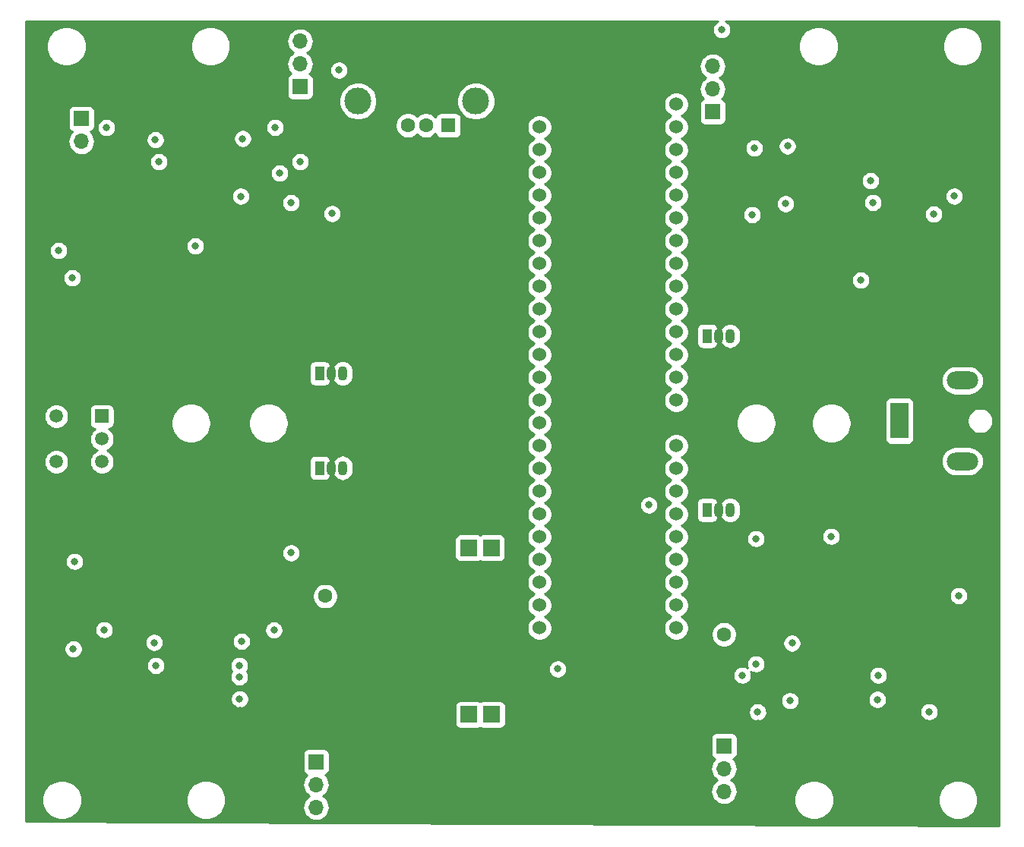
<source format=gbr>
G04 #@! TF.GenerationSoftware,KiCad,Pcbnew,(5.1.4-0)*
G04 #@! TF.CreationDate,2019-12-29T13:39:11-05:00*
G04 #@! TF.ProjectId,eye_driver,6579655f-6472-4697-9665-722e6b696361,rev?*
G04 #@! TF.SameCoordinates,Original*
G04 #@! TF.FileFunction,Copper,L3,Inr*
G04 #@! TF.FilePolarity,Positive*
%FSLAX46Y46*%
G04 Gerber Fmt 4.6, Leading zero omitted, Abs format (unit mm)*
G04 Created by KiCad (PCBNEW (5.1.4-0)) date 2019-12-29 13:39:11*
%MOMM*%
%LPD*%
G04 APERTURE LIST*
%ADD10O,1.700000X1.700000*%
%ADD11R,1.700000X1.700000*%
%ADD12R,1.500000X1.500000*%
%ADD13C,1.500000*%
%ADD14O,3.500000X2.000000*%
%ADD15O,2.000000X3.300000*%
%ADD16R,2.000000X4.000000*%
%ADD17O,1.100000X1.600000*%
%ADD18R,1.100000X1.600000*%
%ADD19C,1.600000*%
%ADD20R,1.600000X1.600000*%
%ADD21C,3.000000*%
%ADD22C,1.530000*%
%ADD23R,1.850000X1.850000*%
%ADD24C,0.800000*%
%ADD25C,0.254000*%
G04 APERTURE END LIST*
D10*
X99060000Y-78042000D03*
X99060000Y-75502000D03*
D11*
X99060000Y-72962000D03*
D12*
X101346000Y-106172000D03*
D13*
X101346000Y-108712000D03*
X101346000Y-111252000D03*
X96266000Y-106172000D03*
X96266000Y-111252000D03*
D14*
X197246000Y-102180000D03*
X197246000Y-111180000D03*
D15*
X196246000Y-106680000D03*
D16*
X190246000Y-106680000D03*
D10*
X170688000Y-148018000D03*
X170688000Y-145478000D03*
D11*
X170688000Y-142938000D03*
D10*
X125222000Y-149796000D03*
X125222000Y-147256000D03*
D11*
X125222000Y-144716000D03*
D10*
X169418000Y-67120000D03*
X169418000Y-69660000D03*
D11*
X169418000Y-72200000D03*
D10*
X123444000Y-64326000D03*
X123444000Y-66866000D03*
D11*
X123444000Y-69406000D03*
D17*
X128177000Y-111931000D03*
X126907000Y-111931000D03*
D18*
X125637000Y-111931000D03*
D17*
X171357000Y-116621666D03*
X170087000Y-116621666D03*
D18*
X168817000Y-116621666D03*
D17*
X171357000Y-97200333D03*
X170087000Y-97200333D03*
D18*
X168817000Y-97200333D03*
D17*
X128177000Y-101383000D03*
X126907000Y-101383000D03*
D18*
X125637000Y-101383000D03*
D19*
X132954000Y-73724000D03*
X135454000Y-73724000D03*
X137454000Y-73724000D03*
D20*
X139954000Y-73724000D03*
D21*
X143024000Y-71014000D03*
X129884000Y-71014000D03*
D22*
X165354000Y-114554000D03*
X165354000Y-117094000D03*
X165354000Y-119634000D03*
X165354000Y-122174000D03*
X165354000Y-124714000D03*
X165354000Y-127254000D03*
X165354000Y-129794000D03*
X165354000Y-112014000D03*
X165354000Y-109474000D03*
X165354000Y-106934000D03*
X150114000Y-129794000D03*
X150114000Y-127254000D03*
X150114000Y-124714000D03*
X150114000Y-122174000D03*
X150114000Y-119634000D03*
X150114000Y-117094000D03*
X150114000Y-114554000D03*
X150114000Y-112014000D03*
X165354000Y-71374000D03*
X165354000Y-73914000D03*
X165354000Y-76454000D03*
X165354000Y-78994000D03*
X165354000Y-81534000D03*
X165354000Y-84074000D03*
X165354000Y-86614000D03*
X165354000Y-89154000D03*
X165354000Y-91694000D03*
X165354000Y-94234000D03*
X165354000Y-96774000D03*
X165354000Y-99314000D03*
X165354000Y-101854000D03*
X165354000Y-104394000D03*
X150114000Y-109474000D03*
X150114000Y-106934000D03*
X150114000Y-104394000D03*
X150114000Y-101854000D03*
X150114000Y-99314000D03*
X150114000Y-96774000D03*
X150114000Y-94234000D03*
X150114000Y-91694000D03*
X150114000Y-89154000D03*
X150114000Y-86614000D03*
X150114000Y-84074000D03*
X150114000Y-81534000D03*
X150114000Y-78994000D03*
X150114000Y-76454000D03*
X150114000Y-73914000D03*
X150114000Y-71374000D03*
D23*
X131565000Y-139446000D03*
X134115000Y-139471000D03*
X142240000Y-139446000D03*
X144790000Y-139446000D03*
X131565000Y-120846000D03*
X134090000Y-120846000D03*
X142215000Y-120846000D03*
X144765000Y-120846000D03*
D24*
X193908000Y-136192000D03*
X178308000Y-130048000D03*
X174488000Y-140392000D03*
X184398000Y-135892000D03*
X183598000Y-135892000D03*
X182798000Y-135892000D03*
X181998000Y-135892000D03*
X181198000Y-135892000D03*
X184398000Y-135092000D03*
X183598000Y-135092000D03*
X182798000Y-135092000D03*
X181998000Y-135092000D03*
X181198000Y-135092000D03*
X184398000Y-134292000D03*
X183598000Y-134292000D03*
X182798000Y-134292000D03*
X181998000Y-134292000D03*
X181198000Y-134292000D03*
X184398000Y-133492000D03*
X183598000Y-133492000D03*
X182798000Y-133492000D03*
X181998000Y-133492000D03*
X181198000Y-133492000D03*
X184398000Y-132692000D03*
X183598000Y-132692000D03*
X182798000Y-132692000D03*
X181998000Y-132692000D03*
X181198000Y-132692000D03*
X103158000Y-141746000D03*
X101038000Y-132986000D03*
X116738000Y-138946000D03*
X110548000Y-133286000D03*
X111348000Y-133286000D03*
X112148000Y-133286000D03*
X112948000Y-133286000D03*
X113748000Y-133286000D03*
X110548000Y-134086000D03*
X111348000Y-134086000D03*
X112148000Y-134086000D03*
X112948000Y-134086000D03*
X113748000Y-134086000D03*
X110548000Y-134886000D03*
X111348000Y-134886000D03*
X112148000Y-134886000D03*
X112948000Y-134886000D03*
X113748000Y-134886000D03*
X110548000Y-135686000D03*
X111348000Y-135686000D03*
X112148000Y-135686000D03*
X112948000Y-135686000D03*
X113748000Y-135686000D03*
X110548000Y-136486000D03*
X111348000Y-136486000D03*
X112148000Y-136486000D03*
X112948000Y-136486000D03*
X113748000Y-136486000D03*
X193452000Y-80768000D03*
X180702000Y-77248000D03*
X177712000Y-74788000D03*
X180702000Y-79648000D03*
X182302000Y-79648000D03*
X181502000Y-79648000D03*
X183902000Y-80448000D03*
X183102000Y-78848000D03*
X183902000Y-78848000D03*
X182302000Y-78848000D03*
X182302000Y-77248000D03*
X181502000Y-78048000D03*
X183102000Y-77248000D03*
X181502000Y-77248000D03*
X181502000Y-78848000D03*
X183902000Y-77248000D03*
X183102000Y-78048000D03*
X180702000Y-78048000D03*
X180702000Y-78848000D03*
X183902000Y-78048000D03*
X182302000Y-78048000D03*
X180702000Y-80448000D03*
X181502000Y-80448000D03*
X182302000Y-80448000D03*
X183102000Y-80448000D03*
X183902000Y-79648000D03*
X183102000Y-79648000D03*
X101168000Y-76912000D03*
X110678000Y-77212000D03*
X111478000Y-77212000D03*
X112278000Y-77212000D03*
X113078000Y-77212000D03*
X113878000Y-77212000D03*
X110678000Y-78012000D03*
X111478000Y-78012000D03*
X112278000Y-78012000D03*
X113078000Y-78012000D03*
X113878000Y-78012000D03*
X110678000Y-78812000D03*
X111478000Y-78812000D03*
X112278000Y-78812000D03*
X113078000Y-78812000D03*
X113878000Y-78812000D03*
X110678000Y-79612000D03*
X111478000Y-79612000D03*
X112278000Y-79612000D03*
X113078000Y-79612000D03*
X113878000Y-79612000D03*
X110678000Y-80412000D03*
X111478000Y-80412000D03*
X112278000Y-80412000D03*
X113078000Y-80412000D03*
X113878000Y-80412000D03*
X181356000Y-124460000D03*
X174428000Y-139162000D03*
X193548000Y-139128000D03*
X120518000Y-130016000D03*
X101600000Y-129984000D03*
X173812000Y-83678000D03*
X194056000Y-83630000D03*
X120648000Y-73942000D03*
X101854000Y-73978000D03*
X96520000Y-87694000D03*
X98156000Y-132128000D03*
X196352000Y-81608000D03*
X196838000Y-126186000D03*
X178038000Y-137902000D03*
X178258000Y-131472000D03*
X187778000Y-137772000D03*
X116908000Y-131276000D03*
X116688000Y-137706000D03*
X107168000Y-131406000D03*
X187282000Y-82328000D03*
X177542000Y-82458000D03*
X177762000Y-76028000D03*
X116818000Y-81632000D03*
X107298000Y-75332000D03*
X122428000Y-121412000D03*
X122428000Y-82360000D03*
X162306000Y-116078000D03*
X170434000Y-63056000D03*
X117038000Y-75202000D03*
X121157000Y-79057000D03*
X123443000Y-77787000D03*
X107695000Y-77787000D03*
X187017000Y-79893000D03*
X174063000Y-76264000D03*
X116663000Y-135241000D03*
X116663000Y-133971000D03*
X152146000Y-134366000D03*
X107365000Y-133971000D03*
X187868000Y-135064000D03*
X172720000Y-135064000D03*
X174244000Y-133794000D03*
X182626000Y-119570000D03*
X185928000Y-90996000D03*
X98044000Y-90742000D03*
X98298000Y-122364000D03*
X174244000Y-119824000D03*
D19*
X126238000Y-126238000D03*
X170688000Y-130492000D03*
D24*
X127762000Y-67564000D03*
X127000000Y-83566000D03*
X111760000Y-87186000D03*
D25*
G36*
X169943744Y-62138795D02*
G01*
X169774226Y-62252063D01*
X169630063Y-62396226D01*
X169516795Y-62565744D01*
X169438774Y-62754102D01*
X169399000Y-62954061D01*
X169399000Y-63157939D01*
X169438774Y-63357898D01*
X169516795Y-63546256D01*
X169630063Y-63715774D01*
X169774226Y-63859937D01*
X169943744Y-63973205D01*
X170132102Y-64051226D01*
X170332061Y-64091000D01*
X170535939Y-64091000D01*
X170735898Y-64051226D01*
X170924256Y-63973205D01*
X171093774Y-63859937D01*
X171237937Y-63715774D01*
X171351205Y-63546256D01*
X171429226Y-63357898D01*
X171469000Y-63157939D01*
X171469000Y-62954061D01*
X171429226Y-62754102D01*
X171351205Y-62565744D01*
X171237937Y-62396226D01*
X171093774Y-62252063D01*
X170924256Y-62138795D01*
X170841524Y-62104526D01*
X201295039Y-62104526D01*
X201295040Y-151843605D01*
X92836961Y-151362134D01*
X92836961Y-148749872D01*
X94633000Y-148749872D01*
X94633000Y-149190128D01*
X94718890Y-149621925D01*
X94887369Y-150028669D01*
X95131962Y-150394729D01*
X95443271Y-150706038D01*
X95809331Y-150950631D01*
X96216075Y-151119110D01*
X96647872Y-151205000D01*
X97088128Y-151205000D01*
X97519925Y-151119110D01*
X97926669Y-150950631D01*
X98292729Y-150706038D01*
X98604038Y-150394729D01*
X98848631Y-150028669D01*
X99017110Y-149621925D01*
X99103000Y-149190128D01*
X99103000Y-148749872D01*
X110703000Y-148749872D01*
X110703000Y-149190128D01*
X110788890Y-149621925D01*
X110957369Y-150028669D01*
X111201962Y-150394729D01*
X111513271Y-150706038D01*
X111879331Y-150950631D01*
X112286075Y-151119110D01*
X112717872Y-151205000D01*
X113158128Y-151205000D01*
X113589925Y-151119110D01*
X113996669Y-150950631D01*
X114362729Y-150706038D01*
X114674038Y-150394729D01*
X114918631Y-150028669D01*
X115087110Y-149621925D01*
X115173000Y-149190128D01*
X115173000Y-148749872D01*
X115087110Y-148318075D01*
X114918631Y-147911331D01*
X114674038Y-147545271D01*
X114384767Y-147256000D01*
X123729815Y-147256000D01*
X123758487Y-147547111D01*
X123843401Y-147827034D01*
X123981294Y-148085014D01*
X124166866Y-148311134D01*
X124392986Y-148496706D01*
X124447791Y-148526000D01*
X124392986Y-148555294D01*
X124166866Y-148740866D01*
X123981294Y-148966986D01*
X123843401Y-149224966D01*
X123758487Y-149504889D01*
X123729815Y-149796000D01*
X123758487Y-150087111D01*
X123843401Y-150367034D01*
X123981294Y-150625014D01*
X124166866Y-150851134D01*
X124392986Y-151036706D01*
X124650966Y-151174599D01*
X124930889Y-151259513D01*
X125149050Y-151281000D01*
X125294950Y-151281000D01*
X125513111Y-151259513D01*
X125793034Y-151174599D01*
X126051014Y-151036706D01*
X126277134Y-150851134D01*
X126462706Y-150625014D01*
X126600599Y-150367034D01*
X126685513Y-150087111D01*
X126714185Y-149796000D01*
X126685513Y-149504889D01*
X126600599Y-149224966D01*
X126462706Y-148966986D01*
X126277134Y-148740866D01*
X126051014Y-148555294D01*
X125996209Y-148526000D01*
X126051014Y-148496706D01*
X126277134Y-148311134D01*
X126462706Y-148085014D01*
X126600599Y-147827034D01*
X126685513Y-147547111D01*
X126714185Y-147256000D01*
X126685513Y-146964889D01*
X126600599Y-146684966D01*
X126462706Y-146426986D01*
X126277134Y-146200866D01*
X126247313Y-146176393D01*
X126316180Y-146155502D01*
X126426494Y-146096537D01*
X126523185Y-146017185D01*
X126602537Y-145920494D01*
X126661502Y-145810180D01*
X126697812Y-145690482D01*
X126710072Y-145566000D01*
X126710072Y-145478000D01*
X169195815Y-145478000D01*
X169224487Y-145769111D01*
X169309401Y-146049034D01*
X169447294Y-146307014D01*
X169632866Y-146533134D01*
X169858986Y-146718706D01*
X169913791Y-146748000D01*
X169858986Y-146777294D01*
X169632866Y-146962866D01*
X169447294Y-147188986D01*
X169309401Y-147446966D01*
X169224487Y-147726889D01*
X169195815Y-148018000D01*
X169224487Y-148309111D01*
X169309401Y-148589034D01*
X169447294Y-148847014D01*
X169632866Y-149073134D01*
X169858986Y-149258706D01*
X170116966Y-149396599D01*
X170396889Y-149481513D01*
X170615050Y-149503000D01*
X170760950Y-149503000D01*
X170979111Y-149481513D01*
X171259034Y-149396599D01*
X171517014Y-149258706D01*
X171743134Y-149073134D01*
X171928706Y-148847014D01*
X171980629Y-148749872D01*
X178453000Y-148749872D01*
X178453000Y-149190128D01*
X178538890Y-149621925D01*
X178707369Y-150028669D01*
X178951962Y-150394729D01*
X179263271Y-150706038D01*
X179629331Y-150950631D01*
X180036075Y-151119110D01*
X180467872Y-151205000D01*
X180908128Y-151205000D01*
X181339925Y-151119110D01*
X181746669Y-150950631D01*
X182112729Y-150706038D01*
X182424038Y-150394729D01*
X182668631Y-150028669D01*
X182837110Y-149621925D01*
X182923000Y-149190128D01*
X182923000Y-148749872D01*
X194523000Y-148749872D01*
X194523000Y-149190128D01*
X194608890Y-149621925D01*
X194777369Y-150028669D01*
X195021962Y-150394729D01*
X195333271Y-150706038D01*
X195699331Y-150950631D01*
X196106075Y-151119110D01*
X196537872Y-151205000D01*
X196978128Y-151205000D01*
X197409925Y-151119110D01*
X197816669Y-150950631D01*
X198182729Y-150706038D01*
X198494038Y-150394729D01*
X198738631Y-150028669D01*
X198907110Y-149621925D01*
X198993000Y-149190128D01*
X198993000Y-148749872D01*
X198907110Y-148318075D01*
X198738631Y-147911331D01*
X198494038Y-147545271D01*
X198182729Y-147233962D01*
X197816669Y-146989369D01*
X197409925Y-146820890D01*
X196978128Y-146735000D01*
X196537872Y-146735000D01*
X196106075Y-146820890D01*
X195699331Y-146989369D01*
X195333271Y-147233962D01*
X195021962Y-147545271D01*
X194777369Y-147911331D01*
X194608890Y-148318075D01*
X194523000Y-148749872D01*
X182923000Y-148749872D01*
X182837110Y-148318075D01*
X182668631Y-147911331D01*
X182424038Y-147545271D01*
X182112729Y-147233962D01*
X181746669Y-146989369D01*
X181339925Y-146820890D01*
X180908128Y-146735000D01*
X180467872Y-146735000D01*
X180036075Y-146820890D01*
X179629331Y-146989369D01*
X179263271Y-147233962D01*
X178951962Y-147545271D01*
X178707369Y-147911331D01*
X178538890Y-148318075D01*
X178453000Y-148749872D01*
X171980629Y-148749872D01*
X172066599Y-148589034D01*
X172151513Y-148309111D01*
X172180185Y-148018000D01*
X172151513Y-147726889D01*
X172066599Y-147446966D01*
X171928706Y-147188986D01*
X171743134Y-146962866D01*
X171517014Y-146777294D01*
X171462209Y-146748000D01*
X171517014Y-146718706D01*
X171743134Y-146533134D01*
X171928706Y-146307014D01*
X172066599Y-146049034D01*
X172151513Y-145769111D01*
X172180185Y-145478000D01*
X172151513Y-145186889D01*
X172066599Y-144906966D01*
X171928706Y-144648986D01*
X171743134Y-144422866D01*
X171713313Y-144398393D01*
X171782180Y-144377502D01*
X171892494Y-144318537D01*
X171989185Y-144239185D01*
X172068537Y-144142494D01*
X172127502Y-144032180D01*
X172163812Y-143912482D01*
X172176072Y-143788000D01*
X172176072Y-142088000D01*
X172163812Y-141963518D01*
X172127502Y-141843820D01*
X172068537Y-141733506D01*
X171989185Y-141636815D01*
X171892494Y-141557463D01*
X171782180Y-141498498D01*
X171662482Y-141462188D01*
X171538000Y-141449928D01*
X169838000Y-141449928D01*
X169713518Y-141462188D01*
X169593820Y-141498498D01*
X169483506Y-141557463D01*
X169386815Y-141636815D01*
X169307463Y-141733506D01*
X169248498Y-141843820D01*
X169212188Y-141963518D01*
X169199928Y-142088000D01*
X169199928Y-143788000D01*
X169212188Y-143912482D01*
X169248498Y-144032180D01*
X169307463Y-144142494D01*
X169386815Y-144239185D01*
X169483506Y-144318537D01*
X169593820Y-144377502D01*
X169662687Y-144398393D01*
X169632866Y-144422866D01*
X169447294Y-144648986D01*
X169309401Y-144906966D01*
X169224487Y-145186889D01*
X169195815Y-145478000D01*
X126710072Y-145478000D01*
X126710072Y-143866000D01*
X126697812Y-143741518D01*
X126661502Y-143621820D01*
X126602537Y-143511506D01*
X126523185Y-143414815D01*
X126426494Y-143335463D01*
X126316180Y-143276498D01*
X126196482Y-143240188D01*
X126072000Y-143227928D01*
X124372000Y-143227928D01*
X124247518Y-143240188D01*
X124127820Y-143276498D01*
X124017506Y-143335463D01*
X123920815Y-143414815D01*
X123841463Y-143511506D01*
X123782498Y-143621820D01*
X123746188Y-143741518D01*
X123733928Y-143866000D01*
X123733928Y-145566000D01*
X123746188Y-145690482D01*
X123782498Y-145810180D01*
X123841463Y-145920494D01*
X123920815Y-146017185D01*
X124017506Y-146096537D01*
X124127820Y-146155502D01*
X124196687Y-146176393D01*
X124166866Y-146200866D01*
X123981294Y-146426986D01*
X123843401Y-146684966D01*
X123758487Y-146964889D01*
X123729815Y-147256000D01*
X114384767Y-147256000D01*
X114362729Y-147233962D01*
X113996669Y-146989369D01*
X113589925Y-146820890D01*
X113158128Y-146735000D01*
X112717872Y-146735000D01*
X112286075Y-146820890D01*
X111879331Y-146989369D01*
X111513271Y-147233962D01*
X111201962Y-147545271D01*
X110957369Y-147911331D01*
X110788890Y-148318075D01*
X110703000Y-148749872D01*
X99103000Y-148749872D01*
X99017110Y-148318075D01*
X98848631Y-147911331D01*
X98604038Y-147545271D01*
X98292729Y-147233962D01*
X97926669Y-146989369D01*
X97519925Y-146820890D01*
X97088128Y-146735000D01*
X96647872Y-146735000D01*
X96216075Y-146820890D01*
X95809331Y-146989369D01*
X95443271Y-147233962D01*
X95131962Y-147545271D01*
X94887369Y-147911331D01*
X94718890Y-148318075D01*
X94633000Y-148749872D01*
X92836961Y-148749872D01*
X92836961Y-137604061D01*
X115653000Y-137604061D01*
X115653000Y-137807939D01*
X115692774Y-138007898D01*
X115770795Y-138196256D01*
X115884063Y-138365774D01*
X116028226Y-138509937D01*
X116197744Y-138623205D01*
X116386102Y-138701226D01*
X116586061Y-138741000D01*
X116789939Y-138741000D01*
X116989898Y-138701226D01*
X117178256Y-138623205D01*
X117331217Y-138521000D01*
X140676928Y-138521000D01*
X140676928Y-140371000D01*
X140689188Y-140495482D01*
X140725498Y-140615180D01*
X140784463Y-140725494D01*
X140863815Y-140822185D01*
X140960506Y-140901537D01*
X141070820Y-140960502D01*
X141190518Y-140996812D01*
X141315000Y-141009072D01*
X143165000Y-141009072D01*
X143289482Y-140996812D01*
X143409180Y-140960502D01*
X143515000Y-140903939D01*
X143620820Y-140960502D01*
X143740518Y-140996812D01*
X143865000Y-141009072D01*
X145715000Y-141009072D01*
X145839482Y-140996812D01*
X145959180Y-140960502D01*
X146069494Y-140901537D01*
X146166185Y-140822185D01*
X146245537Y-140725494D01*
X146304502Y-140615180D01*
X146340812Y-140495482D01*
X146353072Y-140371000D01*
X146353072Y-139060061D01*
X173393000Y-139060061D01*
X173393000Y-139263939D01*
X173432774Y-139463898D01*
X173510795Y-139652256D01*
X173624063Y-139821774D01*
X173768226Y-139965937D01*
X173937744Y-140079205D01*
X174126102Y-140157226D01*
X174326061Y-140197000D01*
X174529939Y-140197000D01*
X174729898Y-140157226D01*
X174918256Y-140079205D01*
X175087774Y-139965937D01*
X175231937Y-139821774D01*
X175345205Y-139652256D01*
X175423226Y-139463898D01*
X175463000Y-139263939D01*
X175463000Y-139060061D01*
X175456238Y-139026061D01*
X192513000Y-139026061D01*
X192513000Y-139229939D01*
X192552774Y-139429898D01*
X192630795Y-139618256D01*
X192744063Y-139787774D01*
X192888226Y-139931937D01*
X193057744Y-140045205D01*
X193246102Y-140123226D01*
X193446061Y-140163000D01*
X193649939Y-140163000D01*
X193849898Y-140123226D01*
X194038256Y-140045205D01*
X194207774Y-139931937D01*
X194351937Y-139787774D01*
X194465205Y-139618256D01*
X194543226Y-139429898D01*
X194583000Y-139229939D01*
X194583000Y-139026061D01*
X194543226Y-138826102D01*
X194465205Y-138637744D01*
X194351937Y-138468226D01*
X194207774Y-138324063D01*
X194038256Y-138210795D01*
X193849898Y-138132774D01*
X193649939Y-138093000D01*
X193446061Y-138093000D01*
X193246102Y-138132774D01*
X193057744Y-138210795D01*
X192888226Y-138324063D01*
X192744063Y-138468226D01*
X192630795Y-138637744D01*
X192552774Y-138826102D01*
X192513000Y-139026061D01*
X175456238Y-139026061D01*
X175423226Y-138860102D01*
X175345205Y-138671744D01*
X175231937Y-138502226D01*
X175087774Y-138358063D01*
X174918256Y-138244795D01*
X174729898Y-138166774D01*
X174529939Y-138127000D01*
X174326061Y-138127000D01*
X174126102Y-138166774D01*
X173937744Y-138244795D01*
X173768226Y-138358063D01*
X173624063Y-138502226D01*
X173510795Y-138671744D01*
X173432774Y-138860102D01*
X173393000Y-139060061D01*
X146353072Y-139060061D01*
X146353072Y-138521000D01*
X146340812Y-138396518D01*
X146304502Y-138276820D01*
X146245537Y-138166506D01*
X146166185Y-138069815D01*
X146069494Y-137990463D01*
X145959180Y-137931498D01*
X145839482Y-137895188D01*
X145715000Y-137882928D01*
X143865000Y-137882928D01*
X143740518Y-137895188D01*
X143620820Y-137931498D01*
X143515000Y-137988061D01*
X143409180Y-137931498D01*
X143289482Y-137895188D01*
X143165000Y-137882928D01*
X141315000Y-137882928D01*
X141190518Y-137895188D01*
X141070820Y-137931498D01*
X140960506Y-137990463D01*
X140863815Y-138069815D01*
X140784463Y-138166506D01*
X140725498Y-138276820D01*
X140689188Y-138396518D01*
X140676928Y-138521000D01*
X117331217Y-138521000D01*
X117347774Y-138509937D01*
X117491937Y-138365774D01*
X117605205Y-138196256D01*
X117683226Y-138007898D01*
X117723000Y-137807939D01*
X117723000Y-137800061D01*
X177003000Y-137800061D01*
X177003000Y-138003939D01*
X177042774Y-138203898D01*
X177120795Y-138392256D01*
X177234063Y-138561774D01*
X177378226Y-138705937D01*
X177547744Y-138819205D01*
X177736102Y-138897226D01*
X177936061Y-138937000D01*
X178139939Y-138937000D01*
X178339898Y-138897226D01*
X178528256Y-138819205D01*
X178697774Y-138705937D01*
X178841937Y-138561774D01*
X178955205Y-138392256D01*
X179033226Y-138203898D01*
X179073000Y-138003939D01*
X179073000Y-137800061D01*
X179047142Y-137670061D01*
X186743000Y-137670061D01*
X186743000Y-137873939D01*
X186782774Y-138073898D01*
X186860795Y-138262256D01*
X186974063Y-138431774D01*
X187118226Y-138575937D01*
X187287744Y-138689205D01*
X187476102Y-138767226D01*
X187676061Y-138807000D01*
X187879939Y-138807000D01*
X188079898Y-138767226D01*
X188268256Y-138689205D01*
X188437774Y-138575937D01*
X188581937Y-138431774D01*
X188695205Y-138262256D01*
X188773226Y-138073898D01*
X188813000Y-137873939D01*
X188813000Y-137670061D01*
X188773226Y-137470102D01*
X188695205Y-137281744D01*
X188581937Y-137112226D01*
X188437774Y-136968063D01*
X188268256Y-136854795D01*
X188079898Y-136776774D01*
X187879939Y-136737000D01*
X187676061Y-136737000D01*
X187476102Y-136776774D01*
X187287744Y-136854795D01*
X187118226Y-136968063D01*
X186974063Y-137112226D01*
X186860795Y-137281744D01*
X186782774Y-137470102D01*
X186743000Y-137670061D01*
X179047142Y-137670061D01*
X179033226Y-137600102D01*
X178955205Y-137411744D01*
X178841937Y-137242226D01*
X178697774Y-137098063D01*
X178528256Y-136984795D01*
X178339898Y-136906774D01*
X178139939Y-136867000D01*
X177936061Y-136867000D01*
X177736102Y-136906774D01*
X177547744Y-136984795D01*
X177378226Y-137098063D01*
X177234063Y-137242226D01*
X177120795Y-137411744D01*
X177042774Y-137600102D01*
X177003000Y-137800061D01*
X117723000Y-137800061D01*
X117723000Y-137604061D01*
X117683226Y-137404102D01*
X117605205Y-137215744D01*
X117491937Y-137046226D01*
X117347774Y-136902063D01*
X117178256Y-136788795D01*
X116989898Y-136710774D01*
X116789939Y-136671000D01*
X116586061Y-136671000D01*
X116386102Y-136710774D01*
X116197744Y-136788795D01*
X116028226Y-136902063D01*
X115884063Y-137046226D01*
X115770795Y-137215744D01*
X115692774Y-137404102D01*
X115653000Y-137604061D01*
X92836961Y-137604061D01*
X92836961Y-133869061D01*
X106330000Y-133869061D01*
X106330000Y-134072939D01*
X106369774Y-134272898D01*
X106447795Y-134461256D01*
X106561063Y-134630774D01*
X106705226Y-134774937D01*
X106874744Y-134888205D01*
X107063102Y-134966226D01*
X107263061Y-135006000D01*
X107466939Y-135006000D01*
X107666898Y-134966226D01*
X107855256Y-134888205D01*
X108024774Y-134774937D01*
X108168937Y-134630774D01*
X108282205Y-134461256D01*
X108360226Y-134272898D01*
X108400000Y-134072939D01*
X108400000Y-133869061D01*
X115628000Y-133869061D01*
X115628000Y-134072939D01*
X115667774Y-134272898D01*
X115745795Y-134461256D01*
X115842510Y-134606000D01*
X115745795Y-134750744D01*
X115667774Y-134939102D01*
X115628000Y-135139061D01*
X115628000Y-135342939D01*
X115667774Y-135542898D01*
X115745795Y-135731256D01*
X115859063Y-135900774D01*
X116003226Y-136044937D01*
X116172744Y-136158205D01*
X116361102Y-136236226D01*
X116561061Y-136276000D01*
X116764939Y-136276000D01*
X116964898Y-136236226D01*
X117153256Y-136158205D01*
X117322774Y-136044937D01*
X117466937Y-135900774D01*
X117580205Y-135731256D01*
X117658226Y-135542898D01*
X117698000Y-135342939D01*
X117698000Y-135139061D01*
X117658226Y-134939102D01*
X117580205Y-134750744D01*
X117483490Y-134606000D01*
X117580205Y-134461256D01*
X117658226Y-134272898D01*
X117659983Y-134264061D01*
X151111000Y-134264061D01*
X151111000Y-134467939D01*
X151150774Y-134667898D01*
X151228795Y-134856256D01*
X151342063Y-135025774D01*
X151486226Y-135169937D01*
X151655744Y-135283205D01*
X151844102Y-135361226D01*
X152044061Y-135401000D01*
X152247939Y-135401000D01*
X152447898Y-135361226D01*
X152636256Y-135283205D01*
X152805774Y-135169937D01*
X152949937Y-135025774D01*
X152992508Y-134962061D01*
X171685000Y-134962061D01*
X171685000Y-135165939D01*
X171724774Y-135365898D01*
X171802795Y-135554256D01*
X171916063Y-135723774D01*
X172060226Y-135867937D01*
X172229744Y-135981205D01*
X172418102Y-136059226D01*
X172618061Y-136099000D01*
X172821939Y-136099000D01*
X173021898Y-136059226D01*
X173210256Y-135981205D01*
X173379774Y-135867937D01*
X173523937Y-135723774D01*
X173637205Y-135554256D01*
X173715226Y-135365898D01*
X173755000Y-135165939D01*
X173755000Y-134962061D01*
X186833000Y-134962061D01*
X186833000Y-135165939D01*
X186872774Y-135365898D01*
X186950795Y-135554256D01*
X187064063Y-135723774D01*
X187208226Y-135867937D01*
X187377744Y-135981205D01*
X187566102Y-136059226D01*
X187766061Y-136099000D01*
X187969939Y-136099000D01*
X188169898Y-136059226D01*
X188358256Y-135981205D01*
X188527774Y-135867937D01*
X188671937Y-135723774D01*
X188785205Y-135554256D01*
X188863226Y-135365898D01*
X188903000Y-135165939D01*
X188903000Y-134962061D01*
X188863226Y-134762102D01*
X188785205Y-134573744D01*
X188671937Y-134404226D01*
X188527774Y-134260063D01*
X188358256Y-134146795D01*
X188169898Y-134068774D01*
X187969939Y-134029000D01*
X187766061Y-134029000D01*
X187566102Y-134068774D01*
X187377744Y-134146795D01*
X187208226Y-134260063D01*
X187064063Y-134404226D01*
X186950795Y-134573744D01*
X186872774Y-134762102D01*
X186833000Y-134962061D01*
X173755000Y-134962061D01*
X173715226Y-134762102D01*
X173671335Y-134656141D01*
X173753744Y-134711205D01*
X173942102Y-134789226D01*
X174142061Y-134829000D01*
X174345939Y-134829000D01*
X174545898Y-134789226D01*
X174734256Y-134711205D01*
X174903774Y-134597937D01*
X175047937Y-134453774D01*
X175161205Y-134284256D01*
X175239226Y-134095898D01*
X175279000Y-133895939D01*
X175279000Y-133692061D01*
X175239226Y-133492102D01*
X175161205Y-133303744D01*
X175047937Y-133134226D01*
X174903774Y-132990063D01*
X174734256Y-132876795D01*
X174545898Y-132798774D01*
X174345939Y-132759000D01*
X174142061Y-132759000D01*
X173942102Y-132798774D01*
X173753744Y-132876795D01*
X173584226Y-132990063D01*
X173440063Y-133134226D01*
X173326795Y-133303744D01*
X173248774Y-133492102D01*
X173209000Y-133692061D01*
X173209000Y-133895939D01*
X173248774Y-134095898D01*
X173292665Y-134201859D01*
X173210256Y-134146795D01*
X173021898Y-134068774D01*
X172821939Y-134029000D01*
X172618061Y-134029000D01*
X172418102Y-134068774D01*
X172229744Y-134146795D01*
X172060226Y-134260063D01*
X171916063Y-134404226D01*
X171802795Y-134573744D01*
X171724774Y-134762102D01*
X171685000Y-134962061D01*
X152992508Y-134962061D01*
X153063205Y-134856256D01*
X153141226Y-134667898D01*
X153181000Y-134467939D01*
X153181000Y-134264061D01*
X153141226Y-134064102D01*
X153063205Y-133875744D01*
X152949937Y-133706226D01*
X152805774Y-133562063D01*
X152636256Y-133448795D01*
X152447898Y-133370774D01*
X152247939Y-133331000D01*
X152044061Y-133331000D01*
X151844102Y-133370774D01*
X151655744Y-133448795D01*
X151486226Y-133562063D01*
X151342063Y-133706226D01*
X151228795Y-133875744D01*
X151150774Y-134064102D01*
X151111000Y-134264061D01*
X117659983Y-134264061D01*
X117698000Y-134072939D01*
X117698000Y-133869061D01*
X117658226Y-133669102D01*
X117580205Y-133480744D01*
X117466937Y-133311226D01*
X117322774Y-133167063D01*
X117153256Y-133053795D01*
X116964898Y-132975774D01*
X116764939Y-132936000D01*
X116561061Y-132936000D01*
X116361102Y-132975774D01*
X116172744Y-133053795D01*
X116003226Y-133167063D01*
X115859063Y-133311226D01*
X115745795Y-133480744D01*
X115667774Y-133669102D01*
X115628000Y-133869061D01*
X108400000Y-133869061D01*
X108360226Y-133669102D01*
X108282205Y-133480744D01*
X108168937Y-133311226D01*
X108024774Y-133167063D01*
X107855256Y-133053795D01*
X107666898Y-132975774D01*
X107466939Y-132936000D01*
X107263061Y-132936000D01*
X107063102Y-132975774D01*
X106874744Y-133053795D01*
X106705226Y-133167063D01*
X106561063Y-133311226D01*
X106447795Y-133480744D01*
X106369774Y-133669102D01*
X106330000Y-133869061D01*
X92836961Y-133869061D01*
X92836961Y-132026061D01*
X97121000Y-132026061D01*
X97121000Y-132229939D01*
X97160774Y-132429898D01*
X97238795Y-132618256D01*
X97352063Y-132787774D01*
X97496226Y-132931937D01*
X97665744Y-133045205D01*
X97854102Y-133123226D01*
X98054061Y-133163000D01*
X98257939Y-133163000D01*
X98457898Y-133123226D01*
X98646256Y-133045205D01*
X98815774Y-132931937D01*
X98959937Y-132787774D01*
X99073205Y-132618256D01*
X99151226Y-132429898D01*
X99191000Y-132229939D01*
X99191000Y-132026061D01*
X99151226Y-131826102D01*
X99073205Y-131637744D01*
X98959937Y-131468226D01*
X98815774Y-131324063D01*
X98785839Y-131304061D01*
X106133000Y-131304061D01*
X106133000Y-131507939D01*
X106172774Y-131707898D01*
X106250795Y-131896256D01*
X106364063Y-132065774D01*
X106508226Y-132209937D01*
X106677744Y-132323205D01*
X106866102Y-132401226D01*
X107066061Y-132441000D01*
X107269939Y-132441000D01*
X107469898Y-132401226D01*
X107658256Y-132323205D01*
X107827774Y-132209937D01*
X107971937Y-132065774D01*
X108085205Y-131896256D01*
X108163226Y-131707898D01*
X108203000Y-131507939D01*
X108203000Y-131304061D01*
X108177142Y-131174061D01*
X115873000Y-131174061D01*
X115873000Y-131377939D01*
X115912774Y-131577898D01*
X115990795Y-131766256D01*
X116104063Y-131935774D01*
X116248226Y-132079937D01*
X116417744Y-132193205D01*
X116606102Y-132271226D01*
X116806061Y-132311000D01*
X117009939Y-132311000D01*
X117209898Y-132271226D01*
X117398256Y-132193205D01*
X117567774Y-132079937D01*
X117711937Y-131935774D01*
X117825205Y-131766256D01*
X117903226Y-131577898D01*
X117943000Y-131377939D01*
X117943000Y-131174061D01*
X117903226Y-130974102D01*
X117825205Y-130785744D01*
X117711937Y-130616226D01*
X117567774Y-130472063D01*
X117398256Y-130358795D01*
X117209898Y-130280774D01*
X117009939Y-130241000D01*
X116806061Y-130241000D01*
X116606102Y-130280774D01*
X116417744Y-130358795D01*
X116248226Y-130472063D01*
X116104063Y-130616226D01*
X115990795Y-130785744D01*
X115912774Y-130974102D01*
X115873000Y-131174061D01*
X108177142Y-131174061D01*
X108163226Y-131104102D01*
X108085205Y-130915744D01*
X107971937Y-130746226D01*
X107827774Y-130602063D01*
X107658256Y-130488795D01*
X107469898Y-130410774D01*
X107269939Y-130371000D01*
X107066061Y-130371000D01*
X106866102Y-130410774D01*
X106677744Y-130488795D01*
X106508226Y-130602063D01*
X106364063Y-130746226D01*
X106250795Y-130915744D01*
X106172774Y-131104102D01*
X106133000Y-131304061D01*
X98785839Y-131304061D01*
X98646256Y-131210795D01*
X98457898Y-131132774D01*
X98257939Y-131093000D01*
X98054061Y-131093000D01*
X97854102Y-131132774D01*
X97665744Y-131210795D01*
X97496226Y-131324063D01*
X97352063Y-131468226D01*
X97238795Y-131637744D01*
X97160774Y-131826102D01*
X97121000Y-132026061D01*
X92836961Y-132026061D01*
X92836961Y-129882061D01*
X100565000Y-129882061D01*
X100565000Y-130085939D01*
X100604774Y-130285898D01*
X100682795Y-130474256D01*
X100796063Y-130643774D01*
X100940226Y-130787937D01*
X101109744Y-130901205D01*
X101298102Y-130979226D01*
X101498061Y-131019000D01*
X101701939Y-131019000D01*
X101901898Y-130979226D01*
X102090256Y-130901205D01*
X102259774Y-130787937D01*
X102403937Y-130643774D01*
X102517205Y-130474256D01*
X102595226Y-130285898D01*
X102635000Y-130085939D01*
X102635000Y-129914061D01*
X119483000Y-129914061D01*
X119483000Y-130117939D01*
X119522774Y-130317898D01*
X119600795Y-130506256D01*
X119714063Y-130675774D01*
X119858226Y-130819937D01*
X120027744Y-130933205D01*
X120216102Y-131011226D01*
X120416061Y-131051000D01*
X120619939Y-131051000D01*
X120819898Y-131011226D01*
X121008256Y-130933205D01*
X121177774Y-130819937D01*
X121321937Y-130675774D01*
X121435205Y-130506256D01*
X121513226Y-130317898D01*
X121553000Y-130117939D01*
X121553000Y-129914061D01*
X121513226Y-129714102D01*
X121435205Y-129525744D01*
X121321937Y-129356226D01*
X121177774Y-129212063D01*
X121008256Y-129098795D01*
X120819898Y-129020774D01*
X120619939Y-128981000D01*
X120416061Y-128981000D01*
X120216102Y-129020774D01*
X120027744Y-129098795D01*
X119858226Y-129212063D01*
X119714063Y-129356226D01*
X119600795Y-129525744D01*
X119522774Y-129714102D01*
X119483000Y-129914061D01*
X102635000Y-129914061D01*
X102635000Y-129882061D01*
X102595226Y-129682102D01*
X102517205Y-129493744D01*
X102403937Y-129324226D01*
X102259774Y-129180063D01*
X102090256Y-129066795D01*
X101901898Y-128988774D01*
X101701939Y-128949000D01*
X101498061Y-128949000D01*
X101298102Y-128988774D01*
X101109744Y-129066795D01*
X100940226Y-129180063D01*
X100796063Y-129324226D01*
X100682795Y-129493744D01*
X100604774Y-129682102D01*
X100565000Y-129882061D01*
X92836961Y-129882061D01*
X92836961Y-126096665D01*
X124803000Y-126096665D01*
X124803000Y-126379335D01*
X124858147Y-126656574D01*
X124966320Y-126917727D01*
X125123363Y-127152759D01*
X125323241Y-127352637D01*
X125558273Y-127509680D01*
X125819426Y-127617853D01*
X126096665Y-127673000D01*
X126379335Y-127673000D01*
X126656574Y-127617853D01*
X126917727Y-127509680D01*
X127152759Y-127352637D01*
X127352637Y-127152759D01*
X127509680Y-126917727D01*
X127617853Y-126656574D01*
X127673000Y-126379335D01*
X127673000Y-126096665D01*
X127617853Y-125819426D01*
X127509680Y-125558273D01*
X127352637Y-125323241D01*
X127152759Y-125123363D01*
X126917727Y-124966320D01*
X126656574Y-124858147D01*
X126379335Y-124803000D01*
X126096665Y-124803000D01*
X125819426Y-124858147D01*
X125558273Y-124966320D01*
X125323241Y-125123363D01*
X125123363Y-125323241D01*
X124966320Y-125558273D01*
X124858147Y-125819426D01*
X124803000Y-126096665D01*
X92836961Y-126096665D01*
X92836961Y-122262061D01*
X97263000Y-122262061D01*
X97263000Y-122465939D01*
X97302774Y-122665898D01*
X97380795Y-122854256D01*
X97494063Y-123023774D01*
X97638226Y-123167937D01*
X97807744Y-123281205D01*
X97996102Y-123359226D01*
X98196061Y-123399000D01*
X98399939Y-123399000D01*
X98599898Y-123359226D01*
X98788256Y-123281205D01*
X98957774Y-123167937D01*
X99101937Y-123023774D01*
X99215205Y-122854256D01*
X99293226Y-122665898D01*
X99333000Y-122465939D01*
X99333000Y-122262061D01*
X99293226Y-122062102D01*
X99215205Y-121873744D01*
X99101937Y-121704226D01*
X98957774Y-121560063D01*
X98788256Y-121446795D01*
X98599898Y-121368774D01*
X98399939Y-121329000D01*
X98196061Y-121329000D01*
X97996102Y-121368774D01*
X97807744Y-121446795D01*
X97638226Y-121560063D01*
X97494063Y-121704226D01*
X97380795Y-121873744D01*
X97302774Y-122062102D01*
X97263000Y-122262061D01*
X92836961Y-122262061D01*
X92836961Y-121310061D01*
X121393000Y-121310061D01*
X121393000Y-121513939D01*
X121432774Y-121713898D01*
X121510795Y-121902256D01*
X121624063Y-122071774D01*
X121768226Y-122215937D01*
X121937744Y-122329205D01*
X122126102Y-122407226D01*
X122326061Y-122447000D01*
X122529939Y-122447000D01*
X122729898Y-122407226D01*
X122918256Y-122329205D01*
X123087774Y-122215937D01*
X123231937Y-122071774D01*
X123345205Y-121902256D01*
X123423226Y-121713898D01*
X123463000Y-121513939D01*
X123463000Y-121310061D01*
X123423226Y-121110102D01*
X123345205Y-120921744D01*
X123231937Y-120752226D01*
X123087774Y-120608063D01*
X122918256Y-120494795D01*
X122729898Y-120416774D01*
X122529939Y-120377000D01*
X122326061Y-120377000D01*
X122126102Y-120416774D01*
X121937744Y-120494795D01*
X121768226Y-120608063D01*
X121624063Y-120752226D01*
X121510795Y-120921744D01*
X121432774Y-121110102D01*
X121393000Y-121310061D01*
X92836961Y-121310061D01*
X92836961Y-119921000D01*
X140651928Y-119921000D01*
X140651928Y-121771000D01*
X140664188Y-121895482D01*
X140700498Y-122015180D01*
X140759463Y-122125494D01*
X140838815Y-122222185D01*
X140935506Y-122301537D01*
X141045820Y-122360502D01*
X141165518Y-122396812D01*
X141290000Y-122409072D01*
X143140000Y-122409072D01*
X143264482Y-122396812D01*
X143384180Y-122360502D01*
X143490000Y-122303939D01*
X143595820Y-122360502D01*
X143715518Y-122396812D01*
X143840000Y-122409072D01*
X145690000Y-122409072D01*
X145814482Y-122396812D01*
X145934180Y-122360502D01*
X146044494Y-122301537D01*
X146141185Y-122222185D01*
X146220537Y-122125494D01*
X146279502Y-122015180D01*
X146315812Y-121895482D01*
X146328072Y-121771000D01*
X146328072Y-119921000D01*
X146315812Y-119796518D01*
X146279502Y-119676820D01*
X146220537Y-119566506D01*
X146141185Y-119469815D01*
X146044494Y-119390463D01*
X145934180Y-119331498D01*
X145814482Y-119295188D01*
X145690000Y-119282928D01*
X143840000Y-119282928D01*
X143715518Y-119295188D01*
X143595820Y-119331498D01*
X143490000Y-119388061D01*
X143384180Y-119331498D01*
X143264482Y-119295188D01*
X143140000Y-119282928D01*
X141290000Y-119282928D01*
X141165518Y-119295188D01*
X141045820Y-119331498D01*
X140935506Y-119390463D01*
X140838815Y-119469815D01*
X140759463Y-119566506D01*
X140700498Y-119676820D01*
X140664188Y-119796518D01*
X140651928Y-119921000D01*
X92836961Y-119921000D01*
X92836961Y-111115589D01*
X94881000Y-111115589D01*
X94881000Y-111388411D01*
X94934225Y-111655989D01*
X95038629Y-111908043D01*
X95190201Y-112134886D01*
X95383114Y-112327799D01*
X95609957Y-112479371D01*
X95862011Y-112583775D01*
X96129589Y-112637000D01*
X96402411Y-112637000D01*
X96669989Y-112583775D01*
X96922043Y-112479371D01*
X97148886Y-112327799D01*
X97341799Y-112134886D01*
X97493371Y-111908043D01*
X97597775Y-111655989D01*
X97651000Y-111388411D01*
X97651000Y-111115589D01*
X97597775Y-110848011D01*
X97493371Y-110595957D01*
X97341799Y-110369114D01*
X97148886Y-110176201D01*
X96922043Y-110024629D01*
X96669989Y-109920225D01*
X96402411Y-109867000D01*
X96129589Y-109867000D01*
X95862011Y-109920225D01*
X95609957Y-110024629D01*
X95383114Y-110176201D01*
X95190201Y-110369114D01*
X95038629Y-110595957D01*
X94934225Y-110848011D01*
X94881000Y-111115589D01*
X92836961Y-111115589D01*
X92836961Y-106035589D01*
X94881000Y-106035589D01*
X94881000Y-106308411D01*
X94934225Y-106575989D01*
X95038629Y-106828043D01*
X95190201Y-107054886D01*
X95383114Y-107247799D01*
X95609957Y-107399371D01*
X95862011Y-107503775D01*
X96129589Y-107557000D01*
X96402411Y-107557000D01*
X96669989Y-107503775D01*
X96922043Y-107399371D01*
X97148886Y-107247799D01*
X97341799Y-107054886D01*
X97493371Y-106828043D01*
X97597775Y-106575989D01*
X97651000Y-106308411D01*
X97651000Y-106035589D01*
X97597775Y-105768011D01*
X97493371Y-105515957D01*
X97430591Y-105422000D01*
X99957928Y-105422000D01*
X99957928Y-106922000D01*
X99970188Y-107046482D01*
X100006498Y-107166180D01*
X100065463Y-107276494D01*
X100144815Y-107373185D01*
X100241506Y-107452537D01*
X100351820Y-107511502D01*
X100471518Y-107547812D01*
X100579483Y-107558445D01*
X100463114Y-107636201D01*
X100270201Y-107829114D01*
X100118629Y-108055957D01*
X100014225Y-108308011D01*
X99961000Y-108575589D01*
X99961000Y-108848411D01*
X100014225Y-109115989D01*
X100118629Y-109368043D01*
X100270201Y-109594886D01*
X100463114Y-109787799D01*
X100689957Y-109939371D01*
X100792873Y-109982000D01*
X100689957Y-110024629D01*
X100463114Y-110176201D01*
X100270201Y-110369114D01*
X100118629Y-110595957D01*
X100014225Y-110848011D01*
X99961000Y-111115589D01*
X99961000Y-111388411D01*
X100014225Y-111655989D01*
X100118629Y-111908043D01*
X100270201Y-112134886D01*
X100463114Y-112327799D01*
X100689957Y-112479371D01*
X100942011Y-112583775D01*
X101209589Y-112637000D01*
X101482411Y-112637000D01*
X101749989Y-112583775D01*
X102002043Y-112479371D01*
X102228886Y-112327799D01*
X102421799Y-112134886D01*
X102573371Y-111908043D01*
X102677775Y-111655989D01*
X102731000Y-111388411D01*
X102731000Y-111131000D01*
X124448928Y-111131000D01*
X124448928Y-112731000D01*
X124461188Y-112855482D01*
X124497498Y-112975180D01*
X124556463Y-113085494D01*
X124635815Y-113182185D01*
X124732506Y-113261537D01*
X124842820Y-113320502D01*
X124962518Y-113356812D01*
X125087000Y-113369072D01*
X126187000Y-113369072D01*
X126311482Y-113356812D01*
X126431180Y-113320502D01*
X126541494Y-113261537D01*
X126638185Y-113182185D01*
X126717537Y-113085494D01*
X126776502Y-112975180D01*
X126812812Y-112855482D01*
X126825072Y-112731000D01*
X126825072Y-111622794D01*
X126992000Y-111622794D01*
X126992000Y-112239207D01*
X127009147Y-112413300D01*
X127076906Y-112636674D01*
X127186943Y-112842536D01*
X127335026Y-113022975D01*
X127515465Y-113171058D01*
X127721327Y-113281094D01*
X127944701Y-113348853D01*
X128177000Y-113371733D01*
X128409300Y-113348853D01*
X128632674Y-113281094D01*
X128838536Y-113171058D01*
X129018975Y-113022975D01*
X129167058Y-112842536D01*
X129277094Y-112636673D01*
X129344853Y-112413299D01*
X129362000Y-112239206D01*
X129362000Y-111622793D01*
X129344853Y-111448700D01*
X129277094Y-111225326D01*
X129167058Y-111019464D01*
X129018975Y-110839025D01*
X128838535Y-110690942D01*
X128632673Y-110580906D01*
X128409299Y-110513147D01*
X128177000Y-110490267D01*
X127944700Y-110513147D01*
X127721326Y-110580906D01*
X127515464Y-110690942D01*
X127335025Y-110839025D01*
X127186942Y-111019465D01*
X127076906Y-111225327D01*
X127009147Y-111448701D01*
X126992000Y-111622794D01*
X126825072Y-111622794D01*
X126825072Y-111131000D01*
X126812812Y-111006518D01*
X126776502Y-110886820D01*
X126717537Y-110776506D01*
X126638185Y-110679815D01*
X126541494Y-110600463D01*
X126431180Y-110541498D01*
X126311482Y-110505188D01*
X126187000Y-110492928D01*
X125087000Y-110492928D01*
X124962518Y-110505188D01*
X124842820Y-110541498D01*
X124732506Y-110600463D01*
X124635815Y-110679815D01*
X124556463Y-110776506D01*
X124497498Y-110886820D01*
X124461188Y-111006518D01*
X124448928Y-111131000D01*
X102731000Y-111131000D01*
X102731000Y-111115589D01*
X102677775Y-110848011D01*
X102573371Y-110595957D01*
X102421799Y-110369114D01*
X102228886Y-110176201D01*
X102002043Y-110024629D01*
X101899127Y-109982000D01*
X102002043Y-109939371D01*
X102228886Y-109787799D01*
X102421799Y-109594886D01*
X102573371Y-109368043D01*
X102677775Y-109115989D01*
X102731000Y-108848411D01*
X102731000Y-108575589D01*
X102677775Y-108308011D01*
X102573371Y-108055957D01*
X102421799Y-107829114D01*
X102228886Y-107636201D01*
X102112517Y-107558445D01*
X102220482Y-107547812D01*
X102340180Y-107511502D01*
X102450494Y-107452537D01*
X102547185Y-107373185D01*
X102626537Y-107276494D01*
X102685502Y-107166180D01*
X102721812Y-107046482D01*
X102734072Y-106922000D01*
X102734072Y-106713872D01*
X109017000Y-106713872D01*
X109017000Y-107154128D01*
X109102890Y-107585925D01*
X109271369Y-107992669D01*
X109515962Y-108358729D01*
X109827271Y-108670038D01*
X110193331Y-108914631D01*
X110600075Y-109083110D01*
X111031872Y-109169000D01*
X111472128Y-109169000D01*
X111903925Y-109083110D01*
X112310669Y-108914631D01*
X112676729Y-108670038D01*
X112988038Y-108358729D01*
X113232631Y-107992669D01*
X113401110Y-107585925D01*
X113487000Y-107154128D01*
X113487000Y-106713872D01*
X117653000Y-106713872D01*
X117653000Y-107154128D01*
X117738890Y-107585925D01*
X117907369Y-107992669D01*
X118151962Y-108358729D01*
X118463271Y-108670038D01*
X118829331Y-108914631D01*
X119236075Y-109083110D01*
X119667872Y-109169000D01*
X120108128Y-109169000D01*
X120539925Y-109083110D01*
X120946669Y-108914631D01*
X121312729Y-108670038D01*
X121624038Y-108358729D01*
X121868631Y-107992669D01*
X122037110Y-107585925D01*
X122123000Y-107154128D01*
X122123000Y-106713872D01*
X122037110Y-106282075D01*
X121868631Y-105875331D01*
X121624038Y-105509271D01*
X121312729Y-105197962D01*
X120946669Y-104953369D01*
X120539925Y-104784890D01*
X120108128Y-104699000D01*
X119667872Y-104699000D01*
X119236075Y-104784890D01*
X118829331Y-104953369D01*
X118463271Y-105197962D01*
X118151962Y-105509271D01*
X117907369Y-105875331D01*
X117738890Y-106282075D01*
X117653000Y-106713872D01*
X113487000Y-106713872D01*
X113401110Y-106282075D01*
X113232631Y-105875331D01*
X112988038Y-105509271D01*
X112676729Y-105197962D01*
X112310669Y-104953369D01*
X111903925Y-104784890D01*
X111472128Y-104699000D01*
X111031872Y-104699000D01*
X110600075Y-104784890D01*
X110193331Y-104953369D01*
X109827271Y-105197962D01*
X109515962Y-105509271D01*
X109271369Y-105875331D01*
X109102890Y-106282075D01*
X109017000Y-106713872D01*
X102734072Y-106713872D01*
X102734072Y-105422000D01*
X102721812Y-105297518D01*
X102685502Y-105177820D01*
X102626537Y-105067506D01*
X102547185Y-104970815D01*
X102450494Y-104891463D01*
X102340180Y-104832498D01*
X102220482Y-104796188D01*
X102096000Y-104783928D01*
X100596000Y-104783928D01*
X100471518Y-104796188D01*
X100351820Y-104832498D01*
X100241506Y-104891463D01*
X100144815Y-104970815D01*
X100065463Y-105067506D01*
X100006498Y-105177820D01*
X99970188Y-105297518D01*
X99957928Y-105422000D01*
X97430591Y-105422000D01*
X97341799Y-105289114D01*
X97148886Y-105096201D01*
X96922043Y-104944629D01*
X96669989Y-104840225D01*
X96402411Y-104787000D01*
X96129589Y-104787000D01*
X95862011Y-104840225D01*
X95609957Y-104944629D01*
X95383114Y-105096201D01*
X95190201Y-105289114D01*
X95038629Y-105515957D01*
X94934225Y-105768011D01*
X94881000Y-106035589D01*
X92836961Y-106035589D01*
X92836961Y-100583000D01*
X124448928Y-100583000D01*
X124448928Y-102183000D01*
X124461188Y-102307482D01*
X124497498Y-102427180D01*
X124556463Y-102537494D01*
X124635815Y-102634185D01*
X124732506Y-102713537D01*
X124842820Y-102772502D01*
X124962518Y-102808812D01*
X125087000Y-102821072D01*
X126187000Y-102821072D01*
X126311482Y-102808812D01*
X126431180Y-102772502D01*
X126541494Y-102713537D01*
X126638185Y-102634185D01*
X126717537Y-102537494D01*
X126776502Y-102427180D01*
X126812812Y-102307482D01*
X126825072Y-102183000D01*
X126825072Y-101074794D01*
X126992000Y-101074794D01*
X126992000Y-101691207D01*
X127009147Y-101865300D01*
X127076906Y-102088674D01*
X127186943Y-102294536D01*
X127335026Y-102474975D01*
X127515465Y-102623058D01*
X127721327Y-102733094D01*
X127944701Y-102800853D01*
X128177000Y-102823733D01*
X128409300Y-102800853D01*
X128632674Y-102733094D01*
X128838536Y-102623058D01*
X129018975Y-102474975D01*
X129167058Y-102294536D01*
X129277094Y-102088673D01*
X129344853Y-101865299D01*
X129362000Y-101691206D01*
X129362000Y-101074793D01*
X129344853Y-100900700D01*
X129277094Y-100677326D01*
X129167058Y-100471464D01*
X129018975Y-100291025D01*
X128838535Y-100142942D01*
X128632673Y-100032906D01*
X128409299Y-99965147D01*
X128177000Y-99942267D01*
X127944700Y-99965147D01*
X127721326Y-100032906D01*
X127515464Y-100142942D01*
X127335025Y-100291025D01*
X127186942Y-100471465D01*
X127076906Y-100677327D01*
X127009147Y-100900701D01*
X126992000Y-101074794D01*
X126825072Y-101074794D01*
X126825072Y-100583000D01*
X126812812Y-100458518D01*
X126776502Y-100338820D01*
X126717537Y-100228506D01*
X126638185Y-100131815D01*
X126541494Y-100052463D01*
X126431180Y-99993498D01*
X126311482Y-99957188D01*
X126187000Y-99944928D01*
X125087000Y-99944928D01*
X124962518Y-99957188D01*
X124842820Y-99993498D01*
X124732506Y-100052463D01*
X124635815Y-100131815D01*
X124556463Y-100228506D01*
X124497498Y-100338820D01*
X124461188Y-100458518D01*
X124448928Y-100583000D01*
X92836961Y-100583000D01*
X92836961Y-90640061D01*
X97009000Y-90640061D01*
X97009000Y-90843939D01*
X97048774Y-91043898D01*
X97126795Y-91232256D01*
X97240063Y-91401774D01*
X97384226Y-91545937D01*
X97553744Y-91659205D01*
X97742102Y-91737226D01*
X97942061Y-91777000D01*
X98145939Y-91777000D01*
X98345898Y-91737226D01*
X98534256Y-91659205D01*
X98703774Y-91545937D01*
X98847937Y-91401774D01*
X98961205Y-91232256D01*
X99039226Y-91043898D01*
X99079000Y-90843939D01*
X99079000Y-90640061D01*
X99039226Y-90440102D01*
X98961205Y-90251744D01*
X98847937Y-90082226D01*
X98703774Y-89938063D01*
X98534256Y-89824795D01*
X98345898Y-89746774D01*
X98145939Y-89707000D01*
X97942061Y-89707000D01*
X97742102Y-89746774D01*
X97553744Y-89824795D01*
X97384226Y-89938063D01*
X97240063Y-90082226D01*
X97126795Y-90251744D01*
X97048774Y-90440102D01*
X97009000Y-90640061D01*
X92836961Y-90640061D01*
X92836961Y-87592061D01*
X95485000Y-87592061D01*
X95485000Y-87795939D01*
X95524774Y-87995898D01*
X95602795Y-88184256D01*
X95716063Y-88353774D01*
X95860226Y-88497937D01*
X96029744Y-88611205D01*
X96218102Y-88689226D01*
X96418061Y-88729000D01*
X96621939Y-88729000D01*
X96821898Y-88689226D01*
X97010256Y-88611205D01*
X97179774Y-88497937D01*
X97323937Y-88353774D01*
X97437205Y-88184256D01*
X97515226Y-87995898D01*
X97555000Y-87795939D01*
X97555000Y-87592061D01*
X97515226Y-87392102D01*
X97437205Y-87203744D01*
X97357236Y-87084061D01*
X110725000Y-87084061D01*
X110725000Y-87287939D01*
X110764774Y-87487898D01*
X110842795Y-87676256D01*
X110956063Y-87845774D01*
X111100226Y-87989937D01*
X111269744Y-88103205D01*
X111458102Y-88181226D01*
X111658061Y-88221000D01*
X111861939Y-88221000D01*
X112061898Y-88181226D01*
X112250256Y-88103205D01*
X112419774Y-87989937D01*
X112563937Y-87845774D01*
X112677205Y-87676256D01*
X112755226Y-87487898D01*
X112795000Y-87287939D01*
X112795000Y-87084061D01*
X112755226Y-86884102D01*
X112677205Y-86695744D01*
X112563937Y-86526226D01*
X112419774Y-86382063D01*
X112250256Y-86268795D01*
X112061898Y-86190774D01*
X111861939Y-86151000D01*
X111658061Y-86151000D01*
X111458102Y-86190774D01*
X111269744Y-86268795D01*
X111100226Y-86382063D01*
X110956063Y-86526226D01*
X110842795Y-86695744D01*
X110764774Y-86884102D01*
X110725000Y-87084061D01*
X97357236Y-87084061D01*
X97323937Y-87034226D01*
X97179774Y-86890063D01*
X97010256Y-86776795D01*
X96821898Y-86698774D01*
X96621939Y-86659000D01*
X96418061Y-86659000D01*
X96218102Y-86698774D01*
X96029744Y-86776795D01*
X95860226Y-86890063D01*
X95716063Y-87034226D01*
X95602795Y-87203744D01*
X95524774Y-87392102D01*
X95485000Y-87592061D01*
X92836961Y-87592061D01*
X92836961Y-83464061D01*
X125965000Y-83464061D01*
X125965000Y-83667939D01*
X126004774Y-83867898D01*
X126082795Y-84056256D01*
X126196063Y-84225774D01*
X126340226Y-84369937D01*
X126509744Y-84483205D01*
X126698102Y-84561226D01*
X126898061Y-84601000D01*
X127101939Y-84601000D01*
X127301898Y-84561226D01*
X127490256Y-84483205D01*
X127659774Y-84369937D01*
X127803937Y-84225774D01*
X127917205Y-84056256D01*
X127995226Y-83867898D01*
X128035000Y-83667939D01*
X128035000Y-83464061D01*
X127995226Y-83264102D01*
X127917205Y-83075744D01*
X127803937Y-82906226D01*
X127659774Y-82762063D01*
X127490256Y-82648795D01*
X127301898Y-82570774D01*
X127101939Y-82531000D01*
X126898061Y-82531000D01*
X126698102Y-82570774D01*
X126509744Y-82648795D01*
X126340226Y-82762063D01*
X126196063Y-82906226D01*
X126082795Y-83075744D01*
X126004774Y-83264102D01*
X125965000Y-83464061D01*
X92836961Y-83464061D01*
X92836961Y-81530061D01*
X115783000Y-81530061D01*
X115783000Y-81733939D01*
X115822774Y-81933898D01*
X115900795Y-82122256D01*
X116014063Y-82291774D01*
X116158226Y-82435937D01*
X116327744Y-82549205D01*
X116516102Y-82627226D01*
X116716061Y-82667000D01*
X116919939Y-82667000D01*
X117119898Y-82627226D01*
X117308256Y-82549205D01*
X117477774Y-82435937D01*
X117621937Y-82291774D01*
X117644463Y-82258061D01*
X121393000Y-82258061D01*
X121393000Y-82461939D01*
X121432774Y-82661898D01*
X121510795Y-82850256D01*
X121624063Y-83019774D01*
X121768226Y-83163937D01*
X121937744Y-83277205D01*
X122126102Y-83355226D01*
X122326061Y-83395000D01*
X122529939Y-83395000D01*
X122729898Y-83355226D01*
X122918256Y-83277205D01*
X123087774Y-83163937D01*
X123231937Y-83019774D01*
X123345205Y-82850256D01*
X123423226Y-82661898D01*
X123463000Y-82461939D01*
X123463000Y-82258061D01*
X123423226Y-82058102D01*
X123345205Y-81869744D01*
X123231937Y-81700226D01*
X123087774Y-81556063D01*
X122918256Y-81442795D01*
X122729898Y-81364774D01*
X122529939Y-81325000D01*
X122326061Y-81325000D01*
X122126102Y-81364774D01*
X121937744Y-81442795D01*
X121768226Y-81556063D01*
X121624063Y-81700226D01*
X121510795Y-81869744D01*
X121432774Y-82058102D01*
X121393000Y-82258061D01*
X117644463Y-82258061D01*
X117735205Y-82122256D01*
X117813226Y-81933898D01*
X117853000Y-81733939D01*
X117853000Y-81530061D01*
X117813226Y-81330102D01*
X117735205Y-81141744D01*
X117621937Y-80972226D01*
X117477774Y-80828063D01*
X117308256Y-80714795D01*
X117119898Y-80636774D01*
X116919939Y-80597000D01*
X116716061Y-80597000D01*
X116516102Y-80636774D01*
X116327744Y-80714795D01*
X116158226Y-80828063D01*
X116014063Y-80972226D01*
X115900795Y-81141744D01*
X115822774Y-81330102D01*
X115783000Y-81530061D01*
X92836961Y-81530061D01*
X92836961Y-78955061D01*
X120122000Y-78955061D01*
X120122000Y-79158939D01*
X120161774Y-79358898D01*
X120239795Y-79547256D01*
X120353063Y-79716774D01*
X120497226Y-79860937D01*
X120666744Y-79974205D01*
X120855102Y-80052226D01*
X121055061Y-80092000D01*
X121258939Y-80092000D01*
X121458898Y-80052226D01*
X121647256Y-79974205D01*
X121816774Y-79860937D01*
X121960937Y-79716774D01*
X122074205Y-79547256D01*
X122152226Y-79358898D01*
X122192000Y-79158939D01*
X122192000Y-78955061D01*
X122152226Y-78755102D01*
X122074205Y-78566744D01*
X121960937Y-78397226D01*
X121816774Y-78253063D01*
X121647256Y-78139795D01*
X121458898Y-78061774D01*
X121258939Y-78022000D01*
X121055061Y-78022000D01*
X120855102Y-78061774D01*
X120666744Y-78139795D01*
X120497226Y-78253063D01*
X120353063Y-78397226D01*
X120239795Y-78566744D01*
X120161774Y-78755102D01*
X120122000Y-78955061D01*
X92836961Y-78955061D01*
X92836961Y-77685061D01*
X106660000Y-77685061D01*
X106660000Y-77888939D01*
X106699774Y-78088898D01*
X106777795Y-78277256D01*
X106891063Y-78446774D01*
X107035226Y-78590937D01*
X107204744Y-78704205D01*
X107393102Y-78782226D01*
X107593061Y-78822000D01*
X107796939Y-78822000D01*
X107996898Y-78782226D01*
X108185256Y-78704205D01*
X108354774Y-78590937D01*
X108498937Y-78446774D01*
X108612205Y-78277256D01*
X108690226Y-78088898D01*
X108730000Y-77888939D01*
X108730000Y-77685061D01*
X122408000Y-77685061D01*
X122408000Y-77888939D01*
X122447774Y-78088898D01*
X122525795Y-78277256D01*
X122639063Y-78446774D01*
X122783226Y-78590937D01*
X122952744Y-78704205D01*
X123141102Y-78782226D01*
X123341061Y-78822000D01*
X123544939Y-78822000D01*
X123744898Y-78782226D01*
X123933256Y-78704205D01*
X124102774Y-78590937D01*
X124246937Y-78446774D01*
X124360205Y-78277256D01*
X124438226Y-78088898D01*
X124478000Y-77888939D01*
X124478000Y-77685061D01*
X124438226Y-77485102D01*
X124360205Y-77296744D01*
X124246937Y-77127226D01*
X124102774Y-76983063D01*
X123933256Y-76869795D01*
X123744898Y-76791774D01*
X123544939Y-76752000D01*
X123341061Y-76752000D01*
X123141102Y-76791774D01*
X122952744Y-76869795D01*
X122783226Y-76983063D01*
X122639063Y-77127226D01*
X122525795Y-77296744D01*
X122447774Y-77485102D01*
X122408000Y-77685061D01*
X108730000Y-77685061D01*
X108690226Y-77485102D01*
X108612205Y-77296744D01*
X108498937Y-77127226D01*
X108354774Y-76983063D01*
X108185256Y-76869795D01*
X107996898Y-76791774D01*
X107796939Y-76752000D01*
X107593061Y-76752000D01*
X107393102Y-76791774D01*
X107204744Y-76869795D01*
X107035226Y-76983063D01*
X106891063Y-77127226D01*
X106777795Y-77296744D01*
X106699774Y-77485102D01*
X106660000Y-77685061D01*
X92836961Y-77685061D01*
X92836961Y-75502000D01*
X97567815Y-75502000D01*
X97596487Y-75793111D01*
X97681401Y-76073034D01*
X97819294Y-76331014D01*
X98004866Y-76557134D01*
X98230986Y-76742706D01*
X98488966Y-76880599D01*
X98768889Y-76965513D01*
X98987050Y-76987000D01*
X99132950Y-76987000D01*
X99351111Y-76965513D01*
X99631034Y-76880599D01*
X99889014Y-76742706D01*
X100115134Y-76557134D01*
X100300706Y-76331014D01*
X100438599Y-76073034D01*
X100523513Y-75793111D01*
X100552185Y-75502000D01*
X100525402Y-75230061D01*
X106263000Y-75230061D01*
X106263000Y-75433939D01*
X106302774Y-75633898D01*
X106380795Y-75822256D01*
X106494063Y-75991774D01*
X106638226Y-76135937D01*
X106807744Y-76249205D01*
X106996102Y-76327226D01*
X107196061Y-76367000D01*
X107399939Y-76367000D01*
X107599898Y-76327226D01*
X107788256Y-76249205D01*
X107957774Y-76135937D01*
X108101937Y-75991774D01*
X108215205Y-75822256D01*
X108293226Y-75633898D01*
X108333000Y-75433939D01*
X108333000Y-75230061D01*
X108307142Y-75100061D01*
X116003000Y-75100061D01*
X116003000Y-75303939D01*
X116042774Y-75503898D01*
X116120795Y-75692256D01*
X116234063Y-75861774D01*
X116378226Y-76005937D01*
X116547744Y-76119205D01*
X116736102Y-76197226D01*
X116936061Y-76237000D01*
X117139939Y-76237000D01*
X117339898Y-76197226D01*
X117528256Y-76119205D01*
X117697774Y-76005937D01*
X117841937Y-75861774D01*
X117955205Y-75692256D01*
X118033226Y-75503898D01*
X118073000Y-75303939D01*
X118073000Y-75100061D01*
X118033226Y-74900102D01*
X117955205Y-74711744D01*
X117841937Y-74542226D01*
X117697774Y-74398063D01*
X117528256Y-74284795D01*
X117339898Y-74206774D01*
X117139939Y-74167000D01*
X116936061Y-74167000D01*
X116736102Y-74206774D01*
X116547744Y-74284795D01*
X116378226Y-74398063D01*
X116234063Y-74542226D01*
X116120795Y-74711744D01*
X116042774Y-74900102D01*
X116003000Y-75100061D01*
X108307142Y-75100061D01*
X108293226Y-75030102D01*
X108215205Y-74841744D01*
X108101937Y-74672226D01*
X107957774Y-74528063D01*
X107788256Y-74414795D01*
X107599898Y-74336774D01*
X107399939Y-74297000D01*
X107196061Y-74297000D01*
X106996102Y-74336774D01*
X106807744Y-74414795D01*
X106638226Y-74528063D01*
X106494063Y-74672226D01*
X106380795Y-74841744D01*
X106302774Y-75030102D01*
X106263000Y-75230061D01*
X100525402Y-75230061D01*
X100523513Y-75210889D01*
X100438599Y-74930966D01*
X100300706Y-74672986D01*
X100115134Y-74446866D01*
X100085313Y-74422393D01*
X100154180Y-74401502D01*
X100264494Y-74342537D01*
X100361185Y-74263185D01*
X100440537Y-74166494D01*
X100499502Y-74056180D01*
X100535812Y-73936482D01*
X100541762Y-73876061D01*
X100819000Y-73876061D01*
X100819000Y-74079939D01*
X100858774Y-74279898D01*
X100936795Y-74468256D01*
X101050063Y-74637774D01*
X101194226Y-74781937D01*
X101363744Y-74895205D01*
X101552102Y-74973226D01*
X101752061Y-75013000D01*
X101955939Y-75013000D01*
X102155898Y-74973226D01*
X102344256Y-74895205D01*
X102513774Y-74781937D01*
X102657937Y-74637774D01*
X102771205Y-74468256D01*
X102849226Y-74279898D01*
X102889000Y-74079939D01*
X102889000Y-73876061D01*
X102881840Y-73840061D01*
X119613000Y-73840061D01*
X119613000Y-74043939D01*
X119652774Y-74243898D01*
X119730795Y-74432256D01*
X119844063Y-74601774D01*
X119988226Y-74745937D01*
X120157744Y-74859205D01*
X120346102Y-74937226D01*
X120546061Y-74977000D01*
X120749939Y-74977000D01*
X120949898Y-74937226D01*
X121138256Y-74859205D01*
X121307774Y-74745937D01*
X121451937Y-74601774D01*
X121565205Y-74432256D01*
X121643226Y-74243898D01*
X121683000Y-74043939D01*
X121683000Y-73840061D01*
X121643226Y-73640102D01*
X121619435Y-73582665D01*
X134019000Y-73582665D01*
X134019000Y-73865335D01*
X134074147Y-74142574D01*
X134182320Y-74403727D01*
X134339363Y-74638759D01*
X134539241Y-74838637D01*
X134774273Y-74995680D01*
X135035426Y-75103853D01*
X135312665Y-75159000D01*
X135595335Y-75159000D01*
X135872574Y-75103853D01*
X136133727Y-74995680D01*
X136368759Y-74838637D01*
X136454000Y-74753396D01*
X136539241Y-74838637D01*
X136774273Y-74995680D01*
X137035426Y-75103853D01*
X137312665Y-75159000D01*
X137595335Y-75159000D01*
X137872574Y-75103853D01*
X138133727Y-74995680D01*
X138368759Y-74838637D01*
X138535339Y-74672057D01*
X138564498Y-74768180D01*
X138623463Y-74878494D01*
X138702815Y-74975185D01*
X138799506Y-75054537D01*
X138909820Y-75113502D01*
X139029518Y-75149812D01*
X139154000Y-75162072D01*
X140754000Y-75162072D01*
X140878482Y-75149812D01*
X140998180Y-75113502D01*
X141108494Y-75054537D01*
X141205185Y-74975185D01*
X141284537Y-74878494D01*
X141343502Y-74768180D01*
X141379812Y-74648482D01*
X141392072Y-74524000D01*
X141392072Y-73776112D01*
X148714000Y-73776112D01*
X148714000Y-74051888D01*
X148767801Y-74322365D01*
X148873336Y-74577149D01*
X149026549Y-74806448D01*
X149221552Y-75001451D01*
X149450851Y-75154664D01*
X149521674Y-75184000D01*
X149450851Y-75213336D01*
X149221552Y-75366549D01*
X149026549Y-75561552D01*
X148873336Y-75790851D01*
X148767801Y-76045635D01*
X148714000Y-76316112D01*
X148714000Y-76591888D01*
X148767801Y-76862365D01*
X148873336Y-77117149D01*
X149026549Y-77346448D01*
X149221552Y-77541451D01*
X149450851Y-77694664D01*
X149521674Y-77724000D01*
X149450851Y-77753336D01*
X149221552Y-77906549D01*
X149026549Y-78101552D01*
X148873336Y-78330851D01*
X148767801Y-78585635D01*
X148714000Y-78856112D01*
X148714000Y-79131888D01*
X148767801Y-79402365D01*
X148873336Y-79657149D01*
X149026549Y-79886448D01*
X149221552Y-80081451D01*
X149450851Y-80234664D01*
X149521674Y-80264000D01*
X149450851Y-80293336D01*
X149221552Y-80446549D01*
X149026549Y-80641552D01*
X148873336Y-80870851D01*
X148767801Y-81125635D01*
X148714000Y-81396112D01*
X148714000Y-81671888D01*
X148767801Y-81942365D01*
X148873336Y-82197149D01*
X149026549Y-82426448D01*
X149221552Y-82621451D01*
X149450851Y-82774664D01*
X149521674Y-82804000D01*
X149450851Y-82833336D01*
X149221552Y-82986549D01*
X149026549Y-83181552D01*
X148873336Y-83410851D01*
X148767801Y-83665635D01*
X148714000Y-83936112D01*
X148714000Y-84211888D01*
X148767801Y-84482365D01*
X148873336Y-84737149D01*
X149026549Y-84966448D01*
X149221552Y-85161451D01*
X149450851Y-85314664D01*
X149521674Y-85344000D01*
X149450851Y-85373336D01*
X149221552Y-85526549D01*
X149026549Y-85721552D01*
X148873336Y-85950851D01*
X148767801Y-86205635D01*
X148714000Y-86476112D01*
X148714000Y-86751888D01*
X148767801Y-87022365D01*
X148873336Y-87277149D01*
X149026549Y-87506448D01*
X149221552Y-87701451D01*
X149450851Y-87854664D01*
X149521674Y-87884000D01*
X149450851Y-87913336D01*
X149221552Y-88066549D01*
X149026549Y-88261552D01*
X148873336Y-88490851D01*
X148767801Y-88745635D01*
X148714000Y-89016112D01*
X148714000Y-89291888D01*
X148767801Y-89562365D01*
X148873336Y-89817149D01*
X149026549Y-90046448D01*
X149221552Y-90241451D01*
X149450851Y-90394664D01*
X149521674Y-90424000D01*
X149450851Y-90453336D01*
X149221552Y-90606549D01*
X149026549Y-90801552D01*
X148873336Y-91030851D01*
X148767801Y-91285635D01*
X148714000Y-91556112D01*
X148714000Y-91831888D01*
X148767801Y-92102365D01*
X148873336Y-92357149D01*
X149026549Y-92586448D01*
X149221552Y-92781451D01*
X149450851Y-92934664D01*
X149521674Y-92964000D01*
X149450851Y-92993336D01*
X149221552Y-93146549D01*
X149026549Y-93341552D01*
X148873336Y-93570851D01*
X148767801Y-93825635D01*
X148714000Y-94096112D01*
X148714000Y-94371888D01*
X148767801Y-94642365D01*
X148873336Y-94897149D01*
X149026549Y-95126448D01*
X149221552Y-95321451D01*
X149450851Y-95474664D01*
X149521674Y-95504000D01*
X149450851Y-95533336D01*
X149221552Y-95686549D01*
X149026549Y-95881552D01*
X148873336Y-96110851D01*
X148767801Y-96365635D01*
X148714000Y-96636112D01*
X148714000Y-96911888D01*
X148767801Y-97182365D01*
X148873336Y-97437149D01*
X149026549Y-97666448D01*
X149221552Y-97861451D01*
X149450851Y-98014664D01*
X149521674Y-98044000D01*
X149450851Y-98073336D01*
X149221552Y-98226549D01*
X149026549Y-98421552D01*
X148873336Y-98650851D01*
X148767801Y-98905635D01*
X148714000Y-99176112D01*
X148714000Y-99451888D01*
X148767801Y-99722365D01*
X148873336Y-99977149D01*
X149026549Y-100206448D01*
X149221552Y-100401451D01*
X149450851Y-100554664D01*
X149521674Y-100584000D01*
X149450851Y-100613336D01*
X149221552Y-100766549D01*
X149026549Y-100961552D01*
X148873336Y-101190851D01*
X148767801Y-101445635D01*
X148714000Y-101716112D01*
X148714000Y-101991888D01*
X148767801Y-102262365D01*
X148873336Y-102517149D01*
X149026549Y-102746448D01*
X149221552Y-102941451D01*
X149450851Y-103094664D01*
X149521674Y-103124000D01*
X149450851Y-103153336D01*
X149221552Y-103306549D01*
X149026549Y-103501552D01*
X148873336Y-103730851D01*
X148767801Y-103985635D01*
X148714000Y-104256112D01*
X148714000Y-104531888D01*
X148767801Y-104802365D01*
X148873336Y-105057149D01*
X149026549Y-105286448D01*
X149221552Y-105481451D01*
X149450851Y-105634664D01*
X149521674Y-105664000D01*
X149450851Y-105693336D01*
X149221552Y-105846549D01*
X149026549Y-106041552D01*
X148873336Y-106270851D01*
X148767801Y-106525635D01*
X148714000Y-106796112D01*
X148714000Y-107071888D01*
X148767801Y-107342365D01*
X148873336Y-107597149D01*
X149026549Y-107826448D01*
X149221552Y-108021451D01*
X149450851Y-108174664D01*
X149521674Y-108204000D01*
X149450851Y-108233336D01*
X149221552Y-108386549D01*
X149026549Y-108581552D01*
X148873336Y-108810851D01*
X148767801Y-109065635D01*
X148714000Y-109336112D01*
X148714000Y-109611888D01*
X148767801Y-109882365D01*
X148873336Y-110137149D01*
X149026549Y-110366448D01*
X149221552Y-110561451D01*
X149450851Y-110714664D01*
X149521674Y-110744000D01*
X149450851Y-110773336D01*
X149221552Y-110926549D01*
X149026549Y-111121552D01*
X148873336Y-111350851D01*
X148767801Y-111605635D01*
X148714000Y-111876112D01*
X148714000Y-112151888D01*
X148767801Y-112422365D01*
X148873336Y-112677149D01*
X149026549Y-112906448D01*
X149221552Y-113101451D01*
X149450851Y-113254664D01*
X149521674Y-113284000D01*
X149450851Y-113313336D01*
X149221552Y-113466549D01*
X149026549Y-113661552D01*
X148873336Y-113890851D01*
X148767801Y-114145635D01*
X148714000Y-114416112D01*
X148714000Y-114691888D01*
X148767801Y-114962365D01*
X148873336Y-115217149D01*
X149026549Y-115446448D01*
X149221552Y-115641451D01*
X149450851Y-115794664D01*
X149521674Y-115824000D01*
X149450851Y-115853336D01*
X149221552Y-116006549D01*
X149026549Y-116201552D01*
X148873336Y-116430851D01*
X148767801Y-116685635D01*
X148714000Y-116956112D01*
X148714000Y-117231888D01*
X148767801Y-117502365D01*
X148873336Y-117757149D01*
X149026549Y-117986448D01*
X149221552Y-118181451D01*
X149450851Y-118334664D01*
X149521674Y-118364000D01*
X149450851Y-118393336D01*
X149221552Y-118546549D01*
X149026549Y-118741552D01*
X148873336Y-118970851D01*
X148767801Y-119225635D01*
X148714000Y-119496112D01*
X148714000Y-119771888D01*
X148767801Y-120042365D01*
X148873336Y-120297149D01*
X149026549Y-120526448D01*
X149221552Y-120721451D01*
X149450851Y-120874664D01*
X149521674Y-120904000D01*
X149450851Y-120933336D01*
X149221552Y-121086549D01*
X149026549Y-121281552D01*
X148873336Y-121510851D01*
X148767801Y-121765635D01*
X148714000Y-122036112D01*
X148714000Y-122311888D01*
X148767801Y-122582365D01*
X148873336Y-122837149D01*
X149026549Y-123066448D01*
X149221552Y-123261451D01*
X149450851Y-123414664D01*
X149521674Y-123444000D01*
X149450851Y-123473336D01*
X149221552Y-123626549D01*
X149026549Y-123821552D01*
X148873336Y-124050851D01*
X148767801Y-124305635D01*
X148714000Y-124576112D01*
X148714000Y-124851888D01*
X148767801Y-125122365D01*
X148873336Y-125377149D01*
X149026549Y-125606448D01*
X149221552Y-125801451D01*
X149450851Y-125954664D01*
X149521674Y-125984000D01*
X149450851Y-126013336D01*
X149221552Y-126166549D01*
X149026549Y-126361552D01*
X148873336Y-126590851D01*
X148767801Y-126845635D01*
X148714000Y-127116112D01*
X148714000Y-127391888D01*
X148767801Y-127662365D01*
X148873336Y-127917149D01*
X149026549Y-128146448D01*
X149221552Y-128341451D01*
X149450851Y-128494664D01*
X149521674Y-128524000D01*
X149450851Y-128553336D01*
X149221552Y-128706549D01*
X149026549Y-128901552D01*
X148873336Y-129130851D01*
X148767801Y-129385635D01*
X148714000Y-129656112D01*
X148714000Y-129931888D01*
X148767801Y-130202365D01*
X148873336Y-130457149D01*
X149026549Y-130686448D01*
X149221552Y-130881451D01*
X149450851Y-131034664D01*
X149705635Y-131140199D01*
X149976112Y-131194000D01*
X150251888Y-131194000D01*
X150522365Y-131140199D01*
X150777149Y-131034664D01*
X151006448Y-130881451D01*
X151201451Y-130686448D01*
X151354664Y-130457149D01*
X151460199Y-130202365D01*
X151514000Y-129931888D01*
X151514000Y-129656112D01*
X151460199Y-129385635D01*
X151354664Y-129130851D01*
X151201451Y-128901552D01*
X151006448Y-128706549D01*
X150777149Y-128553336D01*
X150706326Y-128524000D01*
X150777149Y-128494664D01*
X151006448Y-128341451D01*
X151201451Y-128146448D01*
X151354664Y-127917149D01*
X151460199Y-127662365D01*
X151514000Y-127391888D01*
X151514000Y-127116112D01*
X151460199Y-126845635D01*
X151354664Y-126590851D01*
X151201451Y-126361552D01*
X151006448Y-126166549D01*
X150777149Y-126013336D01*
X150706326Y-125984000D01*
X150777149Y-125954664D01*
X151006448Y-125801451D01*
X151201451Y-125606448D01*
X151354664Y-125377149D01*
X151460199Y-125122365D01*
X151514000Y-124851888D01*
X151514000Y-124576112D01*
X151460199Y-124305635D01*
X151354664Y-124050851D01*
X151201451Y-123821552D01*
X151006448Y-123626549D01*
X150777149Y-123473336D01*
X150706326Y-123444000D01*
X150777149Y-123414664D01*
X151006448Y-123261451D01*
X151201451Y-123066448D01*
X151354664Y-122837149D01*
X151460199Y-122582365D01*
X151514000Y-122311888D01*
X151514000Y-122036112D01*
X151460199Y-121765635D01*
X151354664Y-121510851D01*
X151201451Y-121281552D01*
X151006448Y-121086549D01*
X150777149Y-120933336D01*
X150706326Y-120904000D01*
X150777149Y-120874664D01*
X151006448Y-120721451D01*
X151201451Y-120526448D01*
X151354664Y-120297149D01*
X151460199Y-120042365D01*
X151514000Y-119771888D01*
X151514000Y-119496112D01*
X151460199Y-119225635D01*
X151354664Y-118970851D01*
X151201451Y-118741552D01*
X151006448Y-118546549D01*
X150777149Y-118393336D01*
X150706326Y-118364000D01*
X150777149Y-118334664D01*
X151006448Y-118181451D01*
X151201451Y-117986448D01*
X151354664Y-117757149D01*
X151460199Y-117502365D01*
X151514000Y-117231888D01*
X151514000Y-116956112D01*
X151460199Y-116685635D01*
X151354664Y-116430851D01*
X151201451Y-116201552D01*
X151006448Y-116006549D01*
X150960820Y-115976061D01*
X161271000Y-115976061D01*
X161271000Y-116179939D01*
X161310774Y-116379898D01*
X161388795Y-116568256D01*
X161502063Y-116737774D01*
X161646226Y-116881937D01*
X161815744Y-116995205D01*
X162004102Y-117073226D01*
X162204061Y-117113000D01*
X162407939Y-117113000D01*
X162607898Y-117073226D01*
X162796256Y-116995205D01*
X162965774Y-116881937D01*
X163109937Y-116737774D01*
X163223205Y-116568256D01*
X163301226Y-116379898D01*
X163341000Y-116179939D01*
X163341000Y-115976061D01*
X163301226Y-115776102D01*
X163223205Y-115587744D01*
X163109937Y-115418226D01*
X162965774Y-115274063D01*
X162796256Y-115160795D01*
X162607898Y-115082774D01*
X162407939Y-115043000D01*
X162204061Y-115043000D01*
X162004102Y-115082774D01*
X161815744Y-115160795D01*
X161646226Y-115274063D01*
X161502063Y-115418226D01*
X161388795Y-115587744D01*
X161310774Y-115776102D01*
X161271000Y-115976061D01*
X150960820Y-115976061D01*
X150777149Y-115853336D01*
X150706326Y-115824000D01*
X150777149Y-115794664D01*
X151006448Y-115641451D01*
X151201451Y-115446448D01*
X151354664Y-115217149D01*
X151460199Y-114962365D01*
X151514000Y-114691888D01*
X151514000Y-114416112D01*
X151460199Y-114145635D01*
X151354664Y-113890851D01*
X151201451Y-113661552D01*
X151006448Y-113466549D01*
X150777149Y-113313336D01*
X150706326Y-113284000D01*
X150777149Y-113254664D01*
X151006448Y-113101451D01*
X151201451Y-112906448D01*
X151354664Y-112677149D01*
X151460199Y-112422365D01*
X151514000Y-112151888D01*
X151514000Y-111876112D01*
X151460199Y-111605635D01*
X151354664Y-111350851D01*
X151201451Y-111121552D01*
X151006448Y-110926549D01*
X150777149Y-110773336D01*
X150706326Y-110744000D01*
X150777149Y-110714664D01*
X151006448Y-110561451D01*
X151201451Y-110366448D01*
X151354664Y-110137149D01*
X151460199Y-109882365D01*
X151514000Y-109611888D01*
X151514000Y-109336112D01*
X163954000Y-109336112D01*
X163954000Y-109611888D01*
X164007801Y-109882365D01*
X164113336Y-110137149D01*
X164266549Y-110366448D01*
X164461552Y-110561451D01*
X164690851Y-110714664D01*
X164761674Y-110744000D01*
X164690851Y-110773336D01*
X164461552Y-110926549D01*
X164266549Y-111121552D01*
X164113336Y-111350851D01*
X164007801Y-111605635D01*
X163954000Y-111876112D01*
X163954000Y-112151888D01*
X164007801Y-112422365D01*
X164113336Y-112677149D01*
X164266549Y-112906448D01*
X164461552Y-113101451D01*
X164690851Y-113254664D01*
X164761674Y-113284000D01*
X164690851Y-113313336D01*
X164461552Y-113466549D01*
X164266549Y-113661552D01*
X164113336Y-113890851D01*
X164007801Y-114145635D01*
X163954000Y-114416112D01*
X163954000Y-114691888D01*
X164007801Y-114962365D01*
X164113336Y-115217149D01*
X164266549Y-115446448D01*
X164461552Y-115641451D01*
X164690851Y-115794664D01*
X164761674Y-115824000D01*
X164690851Y-115853336D01*
X164461552Y-116006549D01*
X164266549Y-116201552D01*
X164113336Y-116430851D01*
X164007801Y-116685635D01*
X163954000Y-116956112D01*
X163954000Y-117231888D01*
X164007801Y-117502365D01*
X164113336Y-117757149D01*
X164266549Y-117986448D01*
X164461552Y-118181451D01*
X164690851Y-118334664D01*
X164761674Y-118364000D01*
X164690851Y-118393336D01*
X164461552Y-118546549D01*
X164266549Y-118741552D01*
X164113336Y-118970851D01*
X164007801Y-119225635D01*
X163954000Y-119496112D01*
X163954000Y-119771888D01*
X164007801Y-120042365D01*
X164113336Y-120297149D01*
X164266549Y-120526448D01*
X164461552Y-120721451D01*
X164690851Y-120874664D01*
X164761674Y-120904000D01*
X164690851Y-120933336D01*
X164461552Y-121086549D01*
X164266549Y-121281552D01*
X164113336Y-121510851D01*
X164007801Y-121765635D01*
X163954000Y-122036112D01*
X163954000Y-122311888D01*
X164007801Y-122582365D01*
X164113336Y-122837149D01*
X164266549Y-123066448D01*
X164461552Y-123261451D01*
X164690851Y-123414664D01*
X164761674Y-123444000D01*
X164690851Y-123473336D01*
X164461552Y-123626549D01*
X164266549Y-123821552D01*
X164113336Y-124050851D01*
X164007801Y-124305635D01*
X163954000Y-124576112D01*
X163954000Y-124851888D01*
X164007801Y-125122365D01*
X164113336Y-125377149D01*
X164266549Y-125606448D01*
X164461552Y-125801451D01*
X164690851Y-125954664D01*
X164761674Y-125984000D01*
X164690851Y-126013336D01*
X164461552Y-126166549D01*
X164266549Y-126361552D01*
X164113336Y-126590851D01*
X164007801Y-126845635D01*
X163954000Y-127116112D01*
X163954000Y-127391888D01*
X164007801Y-127662365D01*
X164113336Y-127917149D01*
X164266549Y-128146448D01*
X164461552Y-128341451D01*
X164690851Y-128494664D01*
X164761674Y-128524000D01*
X164690851Y-128553336D01*
X164461552Y-128706549D01*
X164266549Y-128901552D01*
X164113336Y-129130851D01*
X164007801Y-129385635D01*
X163954000Y-129656112D01*
X163954000Y-129931888D01*
X164007801Y-130202365D01*
X164113336Y-130457149D01*
X164266549Y-130686448D01*
X164461552Y-130881451D01*
X164690851Y-131034664D01*
X164945635Y-131140199D01*
X165216112Y-131194000D01*
X165491888Y-131194000D01*
X165762365Y-131140199D01*
X166017149Y-131034664D01*
X166246448Y-130881451D01*
X166441451Y-130686448D01*
X166594664Y-130457149D01*
X166638771Y-130350665D01*
X169253000Y-130350665D01*
X169253000Y-130633335D01*
X169308147Y-130910574D01*
X169416320Y-131171727D01*
X169573363Y-131406759D01*
X169773241Y-131606637D01*
X170008273Y-131763680D01*
X170269426Y-131871853D01*
X170546665Y-131927000D01*
X170829335Y-131927000D01*
X171106574Y-131871853D01*
X171367727Y-131763680D01*
X171602759Y-131606637D01*
X171802637Y-131406759D01*
X171827157Y-131370061D01*
X177223000Y-131370061D01*
X177223000Y-131573939D01*
X177262774Y-131773898D01*
X177340795Y-131962256D01*
X177454063Y-132131774D01*
X177598226Y-132275937D01*
X177767744Y-132389205D01*
X177956102Y-132467226D01*
X178156061Y-132507000D01*
X178359939Y-132507000D01*
X178559898Y-132467226D01*
X178748256Y-132389205D01*
X178917774Y-132275937D01*
X179061937Y-132131774D01*
X179175205Y-131962256D01*
X179253226Y-131773898D01*
X179293000Y-131573939D01*
X179293000Y-131370061D01*
X179253226Y-131170102D01*
X179175205Y-130981744D01*
X179061937Y-130812226D01*
X178917774Y-130668063D01*
X178748256Y-130554795D01*
X178559898Y-130476774D01*
X178359939Y-130437000D01*
X178156061Y-130437000D01*
X177956102Y-130476774D01*
X177767744Y-130554795D01*
X177598226Y-130668063D01*
X177454063Y-130812226D01*
X177340795Y-130981744D01*
X177262774Y-131170102D01*
X177223000Y-131370061D01*
X171827157Y-131370061D01*
X171959680Y-131171727D01*
X172067853Y-130910574D01*
X172123000Y-130633335D01*
X172123000Y-130350665D01*
X172067853Y-130073426D01*
X171959680Y-129812273D01*
X171802637Y-129577241D01*
X171602759Y-129377363D01*
X171367727Y-129220320D01*
X171106574Y-129112147D01*
X170829335Y-129057000D01*
X170546665Y-129057000D01*
X170269426Y-129112147D01*
X170008273Y-129220320D01*
X169773241Y-129377363D01*
X169573363Y-129577241D01*
X169416320Y-129812273D01*
X169308147Y-130073426D01*
X169253000Y-130350665D01*
X166638771Y-130350665D01*
X166700199Y-130202365D01*
X166754000Y-129931888D01*
X166754000Y-129656112D01*
X166700199Y-129385635D01*
X166594664Y-129130851D01*
X166441451Y-128901552D01*
X166246448Y-128706549D01*
X166017149Y-128553336D01*
X165946326Y-128524000D01*
X166017149Y-128494664D01*
X166246448Y-128341451D01*
X166441451Y-128146448D01*
X166594664Y-127917149D01*
X166700199Y-127662365D01*
X166754000Y-127391888D01*
X166754000Y-127116112D01*
X166700199Y-126845635D01*
X166594664Y-126590851D01*
X166441451Y-126361552D01*
X166246448Y-126166549D01*
X166122997Y-126084061D01*
X195803000Y-126084061D01*
X195803000Y-126287939D01*
X195842774Y-126487898D01*
X195920795Y-126676256D01*
X196034063Y-126845774D01*
X196178226Y-126989937D01*
X196347744Y-127103205D01*
X196536102Y-127181226D01*
X196736061Y-127221000D01*
X196939939Y-127221000D01*
X197139898Y-127181226D01*
X197328256Y-127103205D01*
X197497774Y-126989937D01*
X197641937Y-126845774D01*
X197755205Y-126676256D01*
X197833226Y-126487898D01*
X197873000Y-126287939D01*
X197873000Y-126084061D01*
X197833226Y-125884102D01*
X197755205Y-125695744D01*
X197641937Y-125526226D01*
X197497774Y-125382063D01*
X197328256Y-125268795D01*
X197139898Y-125190774D01*
X196939939Y-125151000D01*
X196736061Y-125151000D01*
X196536102Y-125190774D01*
X196347744Y-125268795D01*
X196178226Y-125382063D01*
X196034063Y-125526226D01*
X195920795Y-125695744D01*
X195842774Y-125884102D01*
X195803000Y-126084061D01*
X166122997Y-126084061D01*
X166017149Y-126013336D01*
X165946326Y-125984000D01*
X166017149Y-125954664D01*
X166246448Y-125801451D01*
X166441451Y-125606448D01*
X166594664Y-125377149D01*
X166700199Y-125122365D01*
X166754000Y-124851888D01*
X166754000Y-124576112D01*
X166700199Y-124305635D01*
X166594664Y-124050851D01*
X166441451Y-123821552D01*
X166246448Y-123626549D01*
X166017149Y-123473336D01*
X165946326Y-123444000D01*
X166017149Y-123414664D01*
X166246448Y-123261451D01*
X166441451Y-123066448D01*
X166594664Y-122837149D01*
X166700199Y-122582365D01*
X166754000Y-122311888D01*
X166754000Y-122036112D01*
X166700199Y-121765635D01*
X166594664Y-121510851D01*
X166441451Y-121281552D01*
X166246448Y-121086549D01*
X166017149Y-120933336D01*
X165946326Y-120904000D01*
X166017149Y-120874664D01*
X166246448Y-120721451D01*
X166441451Y-120526448D01*
X166594664Y-120297149D01*
X166700199Y-120042365D01*
X166754000Y-119771888D01*
X166754000Y-119722061D01*
X173209000Y-119722061D01*
X173209000Y-119925939D01*
X173248774Y-120125898D01*
X173326795Y-120314256D01*
X173440063Y-120483774D01*
X173584226Y-120627937D01*
X173753744Y-120741205D01*
X173942102Y-120819226D01*
X174142061Y-120859000D01*
X174345939Y-120859000D01*
X174545898Y-120819226D01*
X174734256Y-120741205D01*
X174903774Y-120627937D01*
X175047937Y-120483774D01*
X175161205Y-120314256D01*
X175239226Y-120125898D01*
X175279000Y-119925939D01*
X175279000Y-119722061D01*
X175239226Y-119522102D01*
X175216842Y-119468061D01*
X181591000Y-119468061D01*
X181591000Y-119671939D01*
X181630774Y-119871898D01*
X181708795Y-120060256D01*
X181822063Y-120229774D01*
X181966226Y-120373937D01*
X182135744Y-120487205D01*
X182324102Y-120565226D01*
X182524061Y-120605000D01*
X182727939Y-120605000D01*
X182927898Y-120565226D01*
X183116256Y-120487205D01*
X183285774Y-120373937D01*
X183429937Y-120229774D01*
X183543205Y-120060256D01*
X183621226Y-119871898D01*
X183661000Y-119671939D01*
X183661000Y-119468061D01*
X183621226Y-119268102D01*
X183543205Y-119079744D01*
X183429937Y-118910226D01*
X183285774Y-118766063D01*
X183116256Y-118652795D01*
X182927898Y-118574774D01*
X182727939Y-118535000D01*
X182524061Y-118535000D01*
X182324102Y-118574774D01*
X182135744Y-118652795D01*
X181966226Y-118766063D01*
X181822063Y-118910226D01*
X181708795Y-119079744D01*
X181630774Y-119268102D01*
X181591000Y-119468061D01*
X175216842Y-119468061D01*
X175161205Y-119333744D01*
X175047937Y-119164226D01*
X174903774Y-119020063D01*
X174734256Y-118906795D01*
X174545898Y-118828774D01*
X174345939Y-118789000D01*
X174142061Y-118789000D01*
X173942102Y-118828774D01*
X173753744Y-118906795D01*
X173584226Y-119020063D01*
X173440063Y-119164226D01*
X173326795Y-119333744D01*
X173248774Y-119522102D01*
X173209000Y-119722061D01*
X166754000Y-119722061D01*
X166754000Y-119496112D01*
X166700199Y-119225635D01*
X166594664Y-118970851D01*
X166441451Y-118741552D01*
X166246448Y-118546549D01*
X166017149Y-118393336D01*
X165946326Y-118364000D01*
X166017149Y-118334664D01*
X166246448Y-118181451D01*
X166441451Y-117986448D01*
X166594664Y-117757149D01*
X166700199Y-117502365D01*
X166754000Y-117231888D01*
X166754000Y-116956112D01*
X166700199Y-116685635D01*
X166594664Y-116430851D01*
X166441451Y-116201552D01*
X166246448Y-116006549D01*
X166017149Y-115853336D01*
X165946326Y-115824000D01*
X165951960Y-115821666D01*
X167628928Y-115821666D01*
X167628928Y-117421666D01*
X167641188Y-117546148D01*
X167677498Y-117665846D01*
X167736463Y-117776160D01*
X167815815Y-117872851D01*
X167912506Y-117952203D01*
X168022820Y-118011168D01*
X168142518Y-118047478D01*
X168267000Y-118059738D01*
X169367000Y-118059738D01*
X169491482Y-118047478D01*
X169611180Y-118011168D01*
X169721494Y-117952203D01*
X169818185Y-117872851D01*
X169897537Y-117776160D01*
X169956502Y-117665846D01*
X169992812Y-117546148D01*
X170005072Y-117421666D01*
X170005072Y-116313460D01*
X170172000Y-116313460D01*
X170172000Y-116929873D01*
X170189147Y-117103966D01*
X170256906Y-117327340D01*
X170366943Y-117533202D01*
X170515026Y-117713641D01*
X170695465Y-117861724D01*
X170901327Y-117971760D01*
X171124701Y-118039519D01*
X171357000Y-118062399D01*
X171589300Y-118039519D01*
X171812674Y-117971760D01*
X172018536Y-117861724D01*
X172198975Y-117713641D01*
X172347058Y-117533202D01*
X172457094Y-117327339D01*
X172524853Y-117103965D01*
X172542000Y-116929872D01*
X172542000Y-116313459D01*
X172524853Y-116139366D01*
X172457094Y-115915992D01*
X172347058Y-115710130D01*
X172198975Y-115529691D01*
X172018535Y-115381608D01*
X171812673Y-115271572D01*
X171589299Y-115203813D01*
X171357000Y-115180933D01*
X171124700Y-115203813D01*
X170901326Y-115271572D01*
X170695464Y-115381608D01*
X170515025Y-115529691D01*
X170366942Y-115710131D01*
X170256906Y-115915993D01*
X170189147Y-116139367D01*
X170172000Y-116313460D01*
X170005072Y-116313460D01*
X170005072Y-115821666D01*
X169992812Y-115697184D01*
X169956502Y-115577486D01*
X169897537Y-115467172D01*
X169818185Y-115370481D01*
X169721494Y-115291129D01*
X169611180Y-115232164D01*
X169491482Y-115195854D01*
X169367000Y-115183594D01*
X168267000Y-115183594D01*
X168142518Y-115195854D01*
X168022820Y-115232164D01*
X167912506Y-115291129D01*
X167815815Y-115370481D01*
X167736463Y-115467172D01*
X167677498Y-115577486D01*
X167641188Y-115697184D01*
X167628928Y-115821666D01*
X165951960Y-115821666D01*
X166017149Y-115794664D01*
X166246448Y-115641451D01*
X166441451Y-115446448D01*
X166594664Y-115217149D01*
X166700199Y-114962365D01*
X166754000Y-114691888D01*
X166754000Y-114416112D01*
X166700199Y-114145635D01*
X166594664Y-113890851D01*
X166441451Y-113661552D01*
X166246448Y-113466549D01*
X166017149Y-113313336D01*
X165946326Y-113284000D01*
X166017149Y-113254664D01*
X166246448Y-113101451D01*
X166441451Y-112906448D01*
X166594664Y-112677149D01*
X166700199Y-112422365D01*
X166754000Y-112151888D01*
X166754000Y-111876112D01*
X166700199Y-111605635D01*
X166594664Y-111350851D01*
X166480505Y-111180000D01*
X194853089Y-111180000D01*
X194884657Y-111500516D01*
X194978148Y-111808715D01*
X195129969Y-112092752D01*
X195334286Y-112341714D01*
X195583248Y-112546031D01*
X195867285Y-112697852D01*
X196175484Y-112791343D01*
X196415678Y-112815000D01*
X198076322Y-112815000D01*
X198316516Y-112791343D01*
X198624715Y-112697852D01*
X198908752Y-112546031D01*
X199157714Y-112341714D01*
X199362031Y-112092752D01*
X199513852Y-111808715D01*
X199607343Y-111500516D01*
X199638911Y-111180000D01*
X199607343Y-110859484D01*
X199513852Y-110551285D01*
X199362031Y-110267248D01*
X199157714Y-110018286D01*
X198908752Y-109813969D01*
X198624715Y-109662148D01*
X198316516Y-109568657D01*
X198076322Y-109545000D01*
X196415678Y-109545000D01*
X196175484Y-109568657D01*
X195867285Y-109662148D01*
X195583248Y-109813969D01*
X195334286Y-110018286D01*
X195129969Y-110267248D01*
X194978148Y-110551285D01*
X194884657Y-110859484D01*
X194853089Y-111180000D01*
X166480505Y-111180000D01*
X166441451Y-111121552D01*
X166246448Y-110926549D01*
X166017149Y-110773336D01*
X165946326Y-110744000D01*
X166017149Y-110714664D01*
X166246448Y-110561451D01*
X166441451Y-110366448D01*
X166594664Y-110137149D01*
X166700199Y-109882365D01*
X166754000Y-109611888D01*
X166754000Y-109336112D01*
X166700199Y-109065635D01*
X166594664Y-108810851D01*
X166441451Y-108581552D01*
X166246448Y-108386549D01*
X166017149Y-108233336D01*
X165762365Y-108127801D01*
X165491888Y-108074000D01*
X165216112Y-108074000D01*
X164945635Y-108127801D01*
X164690851Y-108233336D01*
X164461552Y-108386549D01*
X164266549Y-108581552D01*
X164113336Y-108810851D01*
X164007801Y-109065635D01*
X163954000Y-109336112D01*
X151514000Y-109336112D01*
X151460199Y-109065635D01*
X151354664Y-108810851D01*
X151201451Y-108581552D01*
X151006448Y-108386549D01*
X150777149Y-108233336D01*
X150706326Y-108204000D01*
X150777149Y-108174664D01*
X151006448Y-108021451D01*
X151201451Y-107826448D01*
X151354664Y-107597149D01*
X151460199Y-107342365D01*
X151514000Y-107071888D01*
X151514000Y-106796112D01*
X151497642Y-106713872D01*
X172009000Y-106713872D01*
X172009000Y-107154128D01*
X172094890Y-107585925D01*
X172263369Y-107992669D01*
X172507962Y-108358729D01*
X172819271Y-108670038D01*
X173185331Y-108914631D01*
X173592075Y-109083110D01*
X174023872Y-109169000D01*
X174464128Y-109169000D01*
X174895925Y-109083110D01*
X175302669Y-108914631D01*
X175668729Y-108670038D01*
X175980038Y-108358729D01*
X176224631Y-107992669D01*
X176393110Y-107585925D01*
X176479000Y-107154128D01*
X176479000Y-106713872D01*
X180391000Y-106713872D01*
X180391000Y-107154128D01*
X180476890Y-107585925D01*
X180645369Y-107992669D01*
X180889962Y-108358729D01*
X181201271Y-108670038D01*
X181567331Y-108914631D01*
X181974075Y-109083110D01*
X182405872Y-109169000D01*
X182846128Y-109169000D01*
X183277925Y-109083110D01*
X183684669Y-108914631D01*
X184050729Y-108670038D01*
X184362038Y-108358729D01*
X184606631Y-107992669D01*
X184775110Y-107585925D01*
X184861000Y-107154128D01*
X184861000Y-106713872D01*
X184775110Y-106282075D01*
X184606631Y-105875331D01*
X184362038Y-105509271D01*
X184050729Y-105197962D01*
X183684669Y-104953369D01*
X183277925Y-104784890D01*
X182846128Y-104699000D01*
X182405872Y-104699000D01*
X181974075Y-104784890D01*
X181567331Y-104953369D01*
X181201271Y-105197962D01*
X180889962Y-105509271D01*
X180645369Y-105875331D01*
X180476890Y-106282075D01*
X180391000Y-106713872D01*
X176479000Y-106713872D01*
X176393110Y-106282075D01*
X176224631Y-105875331D01*
X175980038Y-105509271D01*
X175668729Y-105197962D01*
X175302669Y-104953369D01*
X174895925Y-104784890D01*
X174464128Y-104699000D01*
X174023872Y-104699000D01*
X173592075Y-104784890D01*
X173185331Y-104953369D01*
X172819271Y-105197962D01*
X172507962Y-105509271D01*
X172263369Y-105875331D01*
X172094890Y-106282075D01*
X172009000Y-106713872D01*
X151497642Y-106713872D01*
X151460199Y-106525635D01*
X151354664Y-106270851D01*
X151201451Y-106041552D01*
X151006448Y-105846549D01*
X150777149Y-105693336D01*
X150706326Y-105664000D01*
X150777149Y-105634664D01*
X151006448Y-105481451D01*
X151201451Y-105286448D01*
X151354664Y-105057149D01*
X151460199Y-104802365D01*
X151514000Y-104531888D01*
X151514000Y-104256112D01*
X151460199Y-103985635D01*
X151354664Y-103730851D01*
X151201451Y-103501552D01*
X151006448Y-103306549D01*
X150777149Y-103153336D01*
X150706326Y-103124000D01*
X150777149Y-103094664D01*
X151006448Y-102941451D01*
X151201451Y-102746448D01*
X151354664Y-102517149D01*
X151460199Y-102262365D01*
X151514000Y-101991888D01*
X151514000Y-101716112D01*
X151460199Y-101445635D01*
X151354664Y-101190851D01*
X151201451Y-100961552D01*
X151006448Y-100766549D01*
X150777149Y-100613336D01*
X150706326Y-100584000D01*
X150777149Y-100554664D01*
X151006448Y-100401451D01*
X151201451Y-100206448D01*
X151354664Y-99977149D01*
X151460199Y-99722365D01*
X151514000Y-99451888D01*
X151514000Y-99176112D01*
X151460199Y-98905635D01*
X151354664Y-98650851D01*
X151201451Y-98421552D01*
X151006448Y-98226549D01*
X150777149Y-98073336D01*
X150706326Y-98044000D01*
X150777149Y-98014664D01*
X151006448Y-97861451D01*
X151201451Y-97666448D01*
X151354664Y-97437149D01*
X151460199Y-97182365D01*
X151514000Y-96911888D01*
X151514000Y-96636112D01*
X151460199Y-96365635D01*
X151354664Y-96110851D01*
X151201451Y-95881552D01*
X151006448Y-95686549D01*
X150777149Y-95533336D01*
X150706326Y-95504000D01*
X150777149Y-95474664D01*
X151006448Y-95321451D01*
X151201451Y-95126448D01*
X151354664Y-94897149D01*
X151460199Y-94642365D01*
X151514000Y-94371888D01*
X151514000Y-94096112D01*
X151460199Y-93825635D01*
X151354664Y-93570851D01*
X151201451Y-93341552D01*
X151006448Y-93146549D01*
X150777149Y-92993336D01*
X150706326Y-92964000D01*
X150777149Y-92934664D01*
X151006448Y-92781451D01*
X151201451Y-92586448D01*
X151354664Y-92357149D01*
X151460199Y-92102365D01*
X151514000Y-91831888D01*
X151514000Y-91556112D01*
X151460199Y-91285635D01*
X151354664Y-91030851D01*
X151201451Y-90801552D01*
X151006448Y-90606549D01*
X150777149Y-90453336D01*
X150706326Y-90424000D01*
X150777149Y-90394664D01*
X151006448Y-90241451D01*
X151201451Y-90046448D01*
X151354664Y-89817149D01*
X151460199Y-89562365D01*
X151514000Y-89291888D01*
X151514000Y-89016112D01*
X151460199Y-88745635D01*
X151354664Y-88490851D01*
X151201451Y-88261552D01*
X151006448Y-88066549D01*
X150777149Y-87913336D01*
X150706326Y-87884000D01*
X150777149Y-87854664D01*
X151006448Y-87701451D01*
X151201451Y-87506448D01*
X151354664Y-87277149D01*
X151460199Y-87022365D01*
X151514000Y-86751888D01*
X151514000Y-86476112D01*
X151460199Y-86205635D01*
X151354664Y-85950851D01*
X151201451Y-85721552D01*
X151006448Y-85526549D01*
X150777149Y-85373336D01*
X150706326Y-85344000D01*
X150777149Y-85314664D01*
X151006448Y-85161451D01*
X151201451Y-84966448D01*
X151354664Y-84737149D01*
X151460199Y-84482365D01*
X151514000Y-84211888D01*
X151514000Y-83936112D01*
X151460199Y-83665635D01*
X151354664Y-83410851D01*
X151201451Y-83181552D01*
X151006448Y-82986549D01*
X150777149Y-82833336D01*
X150706326Y-82804000D01*
X150777149Y-82774664D01*
X151006448Y-82621451D01*
X151201451Y-82426448D01*
X151354664Y-82197149D01*
X151460199Y-81942365D01*
X151514000Y-81671888D01*
X151514000Y-81396112D01*
X151460199Y-81125635D01*
X151354664Y-80870851D01*
X151201451Y-80641552D01*
X151006448Y-80446549D01*
X150777149Y-80293336D01*
X150706326Y-80264000D01*
X150777149Y-80234664D01*
X151006448Y-80081451D01*
X151201451Y-79886448D01*
X151354664Y-79657149D01*
X151460199Y-79402365D01*
X151514000Y-79131888D01*
X151514000Y-78856112D01*
X151460199Y-78585635D01*
X151354664Y-78330851D01*
X151201451Y-78101552D01*
X151006448Y-77906549D01*
X150777149Y-77753336D01*
X150706326Y-77724000D01*
X150777149Y-77694664D01*
X151006448Y-77541451D01*
X151201451Y-77346448D01*
X151354664Y-77117149D01*
X151460199Y-76862365D01*
X151514000Y-76591888D01*
X151514000Y-76316112D01*
X151460199Y-76045635D01*
X151354664Y-75790851D01*
X151201451Y-75561552D01*
X151006448Y-75366549D01*
X150777149Y-75213336D01*
X150706326Y-75184000D01*
X150777149Y-75154664D01*
X151006448Y-75001451D01*
X151201451Y-74806448D01*
X151354664Y-74577149D01*
X151460199Y-74322365D01*
X151514000Y-74051888D01*
X151514000Y-73776112D01*
X151460199Y-73505635D01*
X151354664Y-73250851D01*
X151201451Y-73021552D01*
X151006448Y-72826549D01*
X150777149Y-72673336D01*
X150522365Y-72567801D01*
X150251888Y-72514000D01*
X149976112Y-72514000D01*
X149705635Y-72567801D01*
X149450851Y-72673336D01*
X149221552Y-72826549D01*
X149026549Y-73021552D01*
X148873336Y-73250851D01*
X148767801Y-73505635D01*
X148714000Y-73776112D01*
X141392072Y-73776112D01*
X141392072Y-72924000D01*
X141379812Y-72799518D01*
X141343502Y-72679820D01*
X141284537Y-72569506D01*
X141205185Y-72472815D01*
X141108494Y-72393463D01*
X140998180Y-72334498D01*
X140878482Y-72298188D01*
X140754000Y-72285928D01*
X139154000Y-72285928D01*
X139029518Y-72298188D01*
X138909820Y-72334498D01*
X138799506Y-72393463D01*
X138702815Y-72472815D01*
X138623463Y-72569506D01*
X138564498Y-72679820D01*
X138535339Y-72775943D01*
X138368759Y-72609363D01*
X138133727Y-72452320D01*
X137872574Y-72344147D01*
X137595335Y-72289000D01*
X137312665Y-72289000D01*
X137035426Y-72344147D01*
X136774273Y-72452320D01*
X136539241Y-72609363D01*
X136454000Y-72694604D01*
X136368759Y-72609363D01*
X136133727Y-72452320D01*
X135872574Y-72344147D01*
X135595335Y-72289000D01*
X135312665Y-72289000D01*
X135035426Y-72344147D01*
X134774273Y-72452320D01*
X134539241Y-72609363D01*
X134339363Y-72809241D01*
X134182320Y-73044273D01*
X134074147Y-73305426D01*
X134019000Y-73582665D01*
X121619435Y-73582665D01*
X121565205Y-73451744D01*
X121451937Y-73282226D01*
X121307774Y-73138063D01*
X121138256Y-73024795D01*
X120949898Y-72946774D01*
X120749939Y-72907000D01*
X120546061Y-72907000D01*
X120346102Y-72946774D01*
X120157744Y-73024795D01*
X119988226Y-73138063D01*
X119844063Y-73282226D01*
X119730795Y-73451744D01*
X119652774Y-73640102D01*
X119613000Y-73840061D01*
X102881840Y-73840061D01*
X102849226Y-73676102D01*
X102771205Y-73487744D01*
X102657937Y-73318226D01*
X102513774Y-73174063D01*
X102344256Y-73060795D01*
X102155898Y-72982774D01*
X101955939Y-72943000D01*
X101752061Y-72943000D01*
X101552102Y-72982774D01*
X101363744Y-73060795D01*
X101194226Y-73174063D01*
X101050063Y-73318226D01*
X100936795Y-73487744D01*
X100858774Y-73676102D01*
X100819000Y-73876061D01*
X100541762Y-73876061D01*
X100548072Y-73812000D01*
X100548072Y-72112000D01*
X100535812Y-71987518D01*
X100499502Y-71867820D01*
X100440537Y-71757506D01*
X100361185Y-71660815D01*
X100264494Y-71581463D01*
X100154180Y-71522498D01*
X100034482Y-71486188D01*
X99910000Y-71473928D01*
X98210000Y-71473928D01*
X98085518Y-71486188D01*
X97965820Y-71522498D01*
X97855506Y-71581463D01*
X97758815Y-71660815D01*
X97679463Y-71757506D01*
X97620498Y-71867820D01*
X97584188Y-71987518D01*
X97571928Y-72112000D01*
X97571928Y-73812000D01*
X97584188Y-73936482D01*
X97620498Y-74056180D01*
X97679463Y-74166494D01*
X97758815Y-74263185D01*
X97855506Y-74342537D01*
X97965820Y-74401502D01*
X98034687Y-74422393D01*
X98004866Y-74446866D01*
X97819294Y-74672986D01*
X97681401Y-74930966D01*
X97596487Y-75210889D01*
X97567815Y-75502000D01*
X92836961Y-75502000D01*
X92836961Y-64677872D01*
X95139000Y-64677872D01*
X95139000Y-65118128D01*
X95224890Y-65549925D01*
X95393369Y-65956669D01*
X95637962Y-66322729D01*
X95949271Y-66634038D01*
X96315331Y-66878631D01*
X96722075Y-67047110D01*
X97153872Y-67133000D01*
X97594128Y-67133000D01*
X98025925Y-67047110D01*
X98432669Y-66878631D01*
X98798729Y-66634038D01*
X99110038Y-66322729D01*
X99354631Y-65956669D01*
X99523110Y-65549925D01*
X99609000Y-65118128D01*
X99609000Y-64677872D01*
X111209000Y-64677872D01*
X111209000Y-65118128D01*
X111294890Y-65549925D01*
X111463369Y-65956669D01*
X111707962Y-66322729D01*
X112019271Y-66634038D01*
X112385331Y-66878631D01*
X112792075Y-67047110D01*
X113223872Y-67133000D01*
X113664128Y-67133000D01*
X114095925Y-67047110D01*
X114502669Y-66878631D01*
X114868729Y-66634038D01*
X115180038Y-66322729D01*
X115424631Y-65956669D01*
X115593110Y-65549925D01*
X115679000Y-65118128D01*
X115679000Y-64677872D01*
X115609009Y-64326000D01*
X121951815Y-64326000D01*
X121980487Y-64617111D01*
X122065401Y-64897034D01*
X122203294Y-65155014D01*
X122388866Y-65381134D01*
X122614986Y-65566706D01*
X122669791Y-65596000D01*
X122614986Y-65625294D01*
X122388866Y-65810866D01*
X122203294Y-66036986D01*
X122065401Y-66294966D01*
X121980487Y-66574889D01*
X121951815Y-66866000D01*
X121980487Y-67157111D01*
X122065401Y-67437034D01*
X122203294Y-67695014D01*
X122388866Y-67921134D01*
X122418687Y-67945607D01*
X122349820Y-67966498D01*
X122239506Y-68025463D01*
X122142815Y-68104815D01*
X122063463Y-68201506D01*
X122004498Y-68311820D01*
X121968188Y-68431518D01*
X121955928Y-68556000D01*
X121955928Y-70256000D01*
X121968188Y-70380482D01*
X122004498Y-70500180D01*
X122063463Y-70610494D01*
X122142815Y-70707185D01*
X122239506Y-70786537D01*
X122349820Y-70845502D01*
X122469518Y-70881812D01*
X122594000Y-70894072D01*
X124294000Y-70894072D01*
X124418482Y-70881812D01*
X124538180Y-70845502D01*
X124616345Y-70803721D01*
X127749000Y-70803721D01*
X127749000Y-71224279D01*
X127831047Y-71636756D01*
X127991988Y-72025302D01*
X128225637Y-72374983D01*
X128523017Y-72672363D01*
X128872698Y-72906012D01*
X129261244Y-73066953D01*
X129673721Y-73149000D01*
X130094279Y-73149000D01*
X130506756Y-73066953D01*
X130895302Y-72906012D01*
X131244983Y-72672363D01*
X131542363Y-72374983D01*
X131776012Y-72025302D01*
X131936953Y-71636756D01*
X132019000Y-71224279D01*
X132019000Y-70803721D01*
X140889000Y-70803721D01*
X140889000Y-71224279D01*
X140971047Y-71636756D01*
X141131988Y-72025302D01*
X141365637Y-72374983D01*
X141663017Y-72672363D01*
X142012698Y-72906012D01*
X142401244Y-73066953D01*
X142813721Y-73149000D01*
X143234279Y-73149000D01*
X143646756Y-73066953D01*
X144035302Y-72906012D01*
X144384983Y-72672363D01*
X144682363Y-72374983D01*
X144916012Y-72025302D01*
X145076953Y-71636756D01*
X145156646Y-71236112D01*
X163954000Y-71236112D01*
X163954000Y-71511888D01*
X164007801Y-71782365D01*
X164113336Y-72037149D01*
X164266549Y-72266448D01*
X164461552Y-72461451D01*
X164690851Y-72614664D01*
X164761674Y-72644000D01*
X164690851Y-72673336D01*
X164461552Y-72826549D01*
X164266549Y-73021552D01*
X164113336Y-73250851D01*
X164007801Y-73505635D01*
X163954000Y-73776112D01*
X163954000Y-74051888D01*
X164007801Y-74322365D01*
X164113336Y-74577149D01*
X164266549Y-74806448D01*
X164461552Y-75001451D01*
X164690851Y-75154664D01*
X164761674Y-75184000D01*
X164690851Y-75213336D01*
X164461552Y-75366549D01*
X164266549Y-75561552D01*
X164113336Y-75790851D01*
X164007801Y-76045635D01*
X163954000Y-76316112D01*
X163954000Y-76591888D01*
X164007801Y-76862365D01*
X164113336Y-77117149D01*
X164266549Y-77346448D01*
X164461552Y-77541451D01*
X164690851Y-77694664D01*
X164761674Y-77724000D01*
X164690851Y-77753336D01*
X164461552Y-77906549D01*
X164266549Y-78101552D01*
X164113336Y-78330851D01*
X164007801Y-78585635D01*
X163954000Y-78856112D01*
X163954000Y-79131888D01*
X164007801Y-79402365D01*
X164113336Y-79657149D01*
X164266549Y-79886448D01*
X164461552Y-80081451D01*
X164690851Y-80234664D01*
X164761674Y-80264000D01*
X164690851Y-80293336D01*
X164461552Y-80446549D01*
X164266549Y-80641552D01*
X164113336Y-80870851D01*
X164007801Y-81125635D01*
X163954000Y-81396112D01*
X163954000Y-81671888D01*
X164007801Y-81942365D01*
X164113336Y-82197149D01*
X164266549Y-82426448D01*
X164461552Y-82621451D01*
X164690851Y-82774664D01*
X164761674Y-82804000D01*
X164690851Y-82833336D01*
X164461552Y-82986549D01*
X164266549Y-83181552D01*
X164113336Y-83410851D01*
X164007801Y-83665635D01*
X163954000Y-83936112D01*
X163954000Y-84211888D01*
X164007801Y-84482365D01*
X164113336Y-84737149D01*
X164266549Y-84966448D01*
X164461552Y-85161451D01*
X164690851Y-85314664D01*
X164761674Y-85344000D01*
X164690851Y-85373336D01*
X164461552Y-85526549D01*
X164266549Y-85721552D01*
X164113336Y-85950851D01*
X164007801Y-86205635D01*
X163954000Y-86476112D01*
X163954000Y-86751888D01*
X164007801Y-87022365D01*
X164113336Y-87277149D01*
X164266549Y-87506448D01*
X164461552Y-87701451D01*
X164690851Y-87854664D01*
X164761674Y-87884000D01*
X164690851Y-87913336D01*
X164461552Y-88066549D01*
X164266549Y-88261552D01*
X164113336Y-88490851D01*
X164007801Y-88745635D01*
X163954000Y-89016112D01*
X163954000Y-89291888D01*
X164007801Y-89562365D01*
X164113336Y-89817149D01*
X164266549Y-90046448D01*
X164461552Y-90241451D01*
X164690851Y-90394664D01*
X164761674Y-90424000D01*
X164690851Y-90453336D01*
X164461552Y-90606549D01*
X164266549Y-90801552D01*
X164113336Y-91030851D01*
X164007801Y-91285635D01*
X163954000Y-91556112D01*
X163954000Y-91831888D01*
X164007801Y-92102365D01*
X164113336Y-92357149D01*
X164266549Y-92586448D01*
X164461552Y-92781451D01*
X164690851Y-92934664D01*
X164761674Y-92964000D01*
X164690851Y-92993336D01*
X164461552Y-93146549D01*
X164266549Y-93341552D01*
X164113336Y-93570851D01*
X164007801Y-93825635D01*
X163954000Y-94096112D01*
X163954000Y-94371888D01*
X164007801Y-94642365D01*
X164113336Y-94897149D01*
X164266549Y-95126448D01*
X164461552Y-95321451D01*
X164690851Y-95474664D01*
X164761674Y-95504000D01*
X164690851Y-95533336D01*
X164461552Y-95686549D01*
X164266549Y-95881552D01*
X164113336Y-96110851D01*
X164007801Y-96365635D01*
X163954000Y-96636112D01*
X163954000Y-96911888D01*
X164007801Y-97182365D01*
X164113336Y-97437149D01*
X164266549Y-97666448D01*
X164461552Y-97861451D01*
X164690851Y-98014664D01*
X164761674Y-98044000D01*
X164690851Y-98073336D01*
X164461552Y-98226549D01*
X164266549Y-98421552D01*
X164113336Y-98650851D01*
X164007801Y-98905635D01*
X163954000Y-99176112D01*
X163954000Y-99451888D01*
X164007801Y-99722365D01*
X164113336Y-99977149D01*
X164266549Y-100206448D01*
X164461552Y-100401451D01*
X164690851Y-100554664D01*
X164761674Y-100584000D01*
X164690851Y-100613336D01*
X164461552Y-100766549D01*
X164266549Y-100961552D01*
X164113336Y-101190851D01*
X164007801Y-101445635D01*
X163954000Y-101716112D01*
X163954000Y-101991888D01*
X164007801Y-102262365D01*
X164113336Y-102517149D01*
X164266549Y-102746448D01*
X164461552Y-102941451D01*
X164690851Y-103094664D01*
X164761674Y-103124000D01*
X164690851Y-103153336D01*
X164461552Y-103306549D01*
X164266549Y-103501552D01*
X164113336Y-103730851D01*
X164007801Y-103985635D01*
X163954000Y-104256112D01*
X163954000Y-104531888D01*
X164007801Y-104802365D01*
X164113336Y-105057149D01*
X164266549Y-105286448D01*
X164461552Y-105481451D01*
X164690851Y-105634664D01*
X164945635Y-105740199D01*
X165216112Y-105794000D01*
X165491888Y-105794000D01*
X165762365Y-105740199D01*
X166017149Y-105634664D01*
X166246448Y-105481451D01*
X166441451Y-105286448D01*
X166594664Y-105057149D01*
X166700199Y-104802365D01*
X166724538Y-104680000D01*
X188607928Y-104680000D01*
X188607928Y-108680000D01*
X188620188Y-108804482D01*
X188656498Y-108924180D01*
X188715463Y-109034494D01*
X188794815Y-109131185D01*
X188891506Y-109210537D01*
X189001820Y-109269502D01*
X189121518Y-109305812D01*
X189246000Y-109318072D01*
X191246000Y-109318072D01*
X191370482Y-109305812D01*
X191490180Y-109269502D01*
X191600494Y-109210537D01*
X191697185Y-109131185D01*
X191776537Y-109034494D01*
X191835502Y-108924180D01*
X191871812Y-108804482D01*
X191884072Y-108680000D01*
X191884072Y-106538665D01*
X197811000Y-106538665D01*
X197811000Y-106821335D01*
X197866147Y-107098574D01*
X197974320Y-107359727D01*
X198131363Y-107594759D01*
X198331241Y-107794637D01*
X198566273Y-107951680D01*
X198827426Y-108059853D01*
X199104665Y-108115000D01*
X199387335Y-108115000D01*
X199664574Y-108059853D01*
X199925727Y-107951680D01*
X200160759Y-107794637D01*
X200360637Y-107594759D01*
X200517680Y-107359727D01*
X200625853Y-107098574D01*
X200681000Y-106821335D01*
X200681000Y-106538665D01*
X200625853Y-106261426D01*
X200517680Y-106000273D01*
X200360637Y-105765241D01*
X200160759Y-105565363D01*
X199925727Y-105408320D01*
X199664574Y-105300147D01*
X199387335Y-105245000D01*
X199104665Y-105245000D01*
X198827426Y-105300147D01*
X198566273Y-105408320D01*
X198331241Y-105565363D01*
X198131363Y-105765241D01*
X197974320Y-106000273D01*
X197866147Y-106261426D01*
X197811000Y-106538665D01*
X191884072Y-106538665D01*
X191884072Y-104680000D01*
X191871812Y-104555518D01*
X191835502Y-104435820D01*
X191776537Y-104325506D01*
X191697185Y-104228815D01*
X191600494Y-104149463D01*
X191490180Y-104090498D01*
X191370482Y-104054188D01*
X191246000Y-104041928D01*
X189246000Y-104041928D01*
X189121518Y-104054188D01*
X189001820Y-104090498D01*
X188891506Y-104149463D01*
X188794815Y-104228815D01*
X188715463Y-104325506D01*
X188656498Y-104435820D01*
X188620188Y-104555518D01*
X188607928Y-104680000D01*
X166724538Y-104680000D01*
X166754000Y-104531888D01*
X166754000Y-104256112D01*
X166700199Y-103985635D01*
X166594664Y-103730851D01*
X166441451Y-103501552D01*
X166246448Y-103306549D01*
X166017149Y-103153336D01*
X165946326Y-103124000D01*
X166017149Y-103094664D01*
X166246448Y-102941451D01*
X166441451Y-102746448D01*
X166594664Y-102517149D01*
X166700199Y-102262365D01*
X166716582Y-102180000D01*
X194853089Y-102180000D01*
X194884657Y-102500516D01*
X194978148Y-102808715D01*
X195129969Y-103092752D01*
X195334286Y-103341714D01*
X195583248Y-103546031D01*
X195867285Y-103697852D01*
X196175484Y-103791343D01*
X196415678Y-103815000D01*
X198076322Y-103815000D01*
X198316516Y-103791343D01*
X198624715Y-103697852D01*
X198908752Y-103546031D01*
X199157714Y-103341714D01*
X199362031Y-103092752D01*
X199513852Y-102808715D01*
X199607343Y-102500516D01*
X199638911Y-102180000D01*
X199607343Y-101859484D01*
X199513852Y-101551285D01*
X199362031Y-101267248D01*
X199157714Y-101018286D01*
X198908752Y-100813969D01*
X198624715Y-100662148D01*
X198316516Y-100568657D01*
X198076322Y-100545000D01*
X196415678Y-100545000D01*
X196175484Y-100568657D01*
X195867285Y-100662148D01*
X195583248Y-100813969D01*
X195334286Y-101018286D01*
X195129969Y-101267248D01*
X194978148Y-101551285D01*
X194884657Y-101859484D01*
X194853089Y-102180000D01*
X166716582Y-102180000D01*
X166754000Y-101991888D01*
X166754000Y-101716112D01*
X166700199Y-101445635D01*
X166594664Y-101190851D01*
X166441451Y-100961552D01*
X166246448Y-100766549D01*
X166017149Y-100613336D01*
X165946326Y-100584000D01*
X166017149Y-100554664D01*
X166246448Y-100401451D01*
X166441451Y-100206448D01*
X166594664Y-99977149D01*
X166700199Y-99722365D01*
X166754000Y-99451888D01*
X166754000Y-99176112D01*
X166700199Y-98905635D01*
X166594664Y-98650851D01*
X166441451Y-98421552D01*
X166246448Y-98226549D01*
X166017149Y-98073336D01*
X165946326Y-98044000D01*
X166017149Y-98014664D01*
X166246448Y-97861451D01*
X166441451Y-97666448D01*
X166594664Y-97437149D01*
X166700199Y-97182365D01*
X166754000Y-96911888D01*
X166754000Y-96636112D01*
X166707101Y-96400333D01*
X167628928Y-96400333D01*
X167628928Y-98000333D01*
X167641188Y-98124815D01*
X167677498Y-98244513D01*
X167736463Y-98354827D01*
X167815815Y-98451518D01*
X167912506Y-98530870D01*
X168022820Y-98589835D01*
X168142518Y-98626145D01*
X168267000Y-98638405D01*
X169367000Y-98638405D01*
X169491482Y-98626145D01*
X169611180Y-98589835D01*
X169721494Y-98530870D01*
X169818185Y-98451518D01*
X169897537Y-98354827D01*
X169956502Y-98244513D01*
X169992812Y-98124815D01*
X170005072Y-98000333D01*
X170005072Y-96892127D01*
X170172000Y-96892127D01*
X170172000Y-97508540D01*
X170189147Y-97682633D01*
X170256906Y-97906007D01*
X170366943Y-98111869D01*
X170515026Y-98292308D01*
X170695465Y-98440391D01*
X170901327Y-98550427D01*
X171124701Y-98618186D01*
X171357000Y-98641066D01*
X171589300Y-98618186D01*
X171812674Y-98550427D01*
X172018536Y-98440391D01*
X172198975Y-98292308D01*
X172347058Y-98111869D01*
X172457094Y-97906006D01*
X172524853Y-97682632D01*
X172542000Y-97508539D01*
X172542000Y-96892126D01*
X172524853Y-96718033D01*
X172457094Y-96494659D01*
X172347058Y-96288797D01*
X172198975Y-96108358D01*
X172018535Y-95960275D01*
X171812673Y-95850239D01*
X171589299Y-95782480D01*
X171357000Y-95759600D01*
X171124700Y-95782480D01*
X170901326Y-95850239D01*
X170695464Y-95960275D01*
X170515025Y-96108358D01*
X170366942Y-96288798D01*
X170256906Y-96494660D01*
X170189147Y-96718034D01*
X170172000Y-96892127D01*
X170005072Y-96892127D01*
X170005072Y-96400333D01*
X169992812Y-96275851D01*
X169956502Y-96156153D01*
X169897537Y-96045839D01*
X169818185Y-95949148D01*
X169721494Y-95869796D01*
X169611180Y-95810831D01*
X169491482Y-95774521D01*
X169367000Y-95762261D01*
X168267000Y-95762261D01*
X168142518Y-95774521D01*
X168022820Y-95810831D01*
X167912506Y-95869796D01*
X167815815Y-95949148D01*
X167736463Y-96045839D01*
X167677498Y-96156153D01*
X167641188Y-96275851D01*
X167628928Y-96400333D01*
X166707101Y-96400333D01*
X166700199Y-96365635D01*
X166594664Y-96110851D01*
X166441451Y-95881552D01*
X166246448Y-95686549D01*
X166017149Y-95533336D01*
X165946326Y-95504000D01*
X166017149Y-95474664D01*
X166246448Y-95321451D01*
X166441451Y-95126448D01*
X166594664Y-94897149D01*
X166700199Y-94642365D01*
X166754000Y-94371888D01*
X166754000Y-94096112D01*
X166700199Y-93825635D01*
X166594664Y-93570851D01*
X166441451Y-93341552D01*
X166246448Y-93146549D01*
X166017149Y-92993336D01*
X165946326Y-92964000D01*
X166017149Y-92934664D01*
X166246448Y-92781451D01*
X166441451Y-92586448D01*
X166594664Y-92357149D01*
X166700199Y-92102365D01*
X166754000Y-91831888D01*
X166754000Y-91556112D01*
X166700199Y-91285635D01*
X166594664Y-91030851D01*
X166503264Y-90894061D01*
X184893000Y-90894061D01*
X184893000Y-91097939D01*
X184932774Y-91297898D01*
X185010795Y-91486256D01*
X185124063Y-91655774D01*
X185268226Y-91799937D01*
X185437744Y-91913205D01*
X185626102Y-91991226D01*
X185826061Y-92031000D01*
X186029939Y-92031000D01*
X186229898Y-91991226D01*
X186418256Y-91913205D01*
X186587774Y-91799937D01*
X186731937Y-91655774D01*
X186845205Y-91486256D01*
X186923226Y-91297898D01*
X186963000Y-91097939D01*
X186963000Y-90894061D01*
X186923226Y-90694102D01*
X186845205Y-90505744D01*
X186731937Y-90336226D01*
X186587774Y-90192063D01*
X186418256Y-90078795D01*
X186229898Y-90000774D01*
X186029939Y-89961000D01*
X185826061Y-89961000D01*
X185626102Y-90000774D01*
X185437744Y-90078795D01*
X185268226Y-90192063D01*
X185124063Y-90336226D01*
X185010795Y-90505744D01*
X184932774Y-90694102D01*
X184893000Y-90894061D01*
X166503264Y-90894061D01*
X166441451Y-90801552D01*
X166246448Y-90606549D01*
X166017149Y-90453336D01*
X165946326Y-90424000D01*
X166017149Y-90394664D01*
X166246448Y-90241451D01*
X166441451Y-90046448D01*
X166594664Y-89817149D01*
X166700199Y-89562365D01*
X166754000Y-89291888D01*
X166754000Y-89016112D01*
X166700199Y-88745635D01*
X166594664Y-88490851D01*
X166441451Y-88261552D01*
X166246448Y-88066549D01*
X166017149Y-87913336D01*
X165946326Y-87884000D01*
X166017149Y-87854664D01*
X166246448Y-87701451D01*
X166441451Y-87506448D01*
X166594664Y-87277149D01*
X166700199Y-87022365D01*
X166754000Y-86751888D01*
X166754000Y-86476112D01*
X166700199Y-86205635D01*
X166594664Y-85950851D01*
X166441451Y-85721552D01*
X166246448Y-85526549D01*
X166017149Y-85373336D01*
X165946326Y-85344000D01*
X166017149Y-85314664D01*
X166246448Y-85161451D01*
X166441451Y-84966448D01*
X166594664Y-84737149D01*
X166700199Y-84482365D01*
X166754000Y-84211888D01*
X166754000Y-83936112D01*
X166700199Y-83665635D01*
X166663097Y-83576061D01*
X172777000Y-83576061D01*
X172777000Y-83779939D01*
X172816774Y-83979898D01*
X172894795Y-84168256D01*
X173008063Y-84337774D01*
X173152226Y-84481937D01*
X173321744Y-84595205D01*
X173510102Y-84673226D01*
X173710061Y-84713000D01*
X173913939Y-84713000D01*
X174113898Y-84673226D01*
X174302256Y-84595205D01*
X174471774Y-84481937D01*
X174615937Y-84337774D01*
X174729205Y-84168256D01*
X174807226Y-83979898D01*
X174847000Y-83779939D01*
X174847000Y-83576061D01*
X174837453Y-83528061D01*
X193021000Y-83528061D01*
X193021000Y-83731939D01*
X193060774Y-83931898D01*
X193138795Y-84120256D01*
X193252063Y-84289774D01*
X193396226Y-84433937D01*
X193565744Y-84547205D01*
X193754102Y-84625226D01*
X193954061Y-84665000D01*
X194157939Y-84665000D01*
X194357898Y-84625226D01*
X194546256Y-84547205D01*
X194715774Y-84433937D01*
X194859937Y-84289774D01*
X194973205Y-84120256D01*
X195051226Y-83931898D01*
X195091000Y-83731939D01*
X195091000Y-83528061D01*
X195051226Y-83328102D01*
X194973205Y-83139744D01*
X194859937Y-82970226D01*
X194715774Y-82826063D01*
X194546256Y-82712795D01*
X194357898Y-82634774D01*
X194157939Y-82595000D01*
X193954061Y-82595000D01*
X193754102Y-82634774D01*
X193565744Y-82712795D01*
X193396226Y-82826063D01*
X193252063Y-82970226D01*
X193138795Y-83139744D01*
X193060774Y-83328102D01*
X193021000Y-83528061D01*
X174837453Y-83528061D01*
X174807226Y-83376102D01*
X174729205Y-83187744D01*
X174615937Y-83018226D01*
X174471774Y-82874063D01*
X174302256Y-82760795D01*
X174113898Y-82682774D01*
X173913939Y-82643000D01*
X173710061Y-82643000D01*
X173510102Y-82682774D01*
X173321744Y-82760795D01*
X173152226Y-82874063D01*
X173008063Y-83018226D01*
X172894795Y-83187744D01*
X172816774Y-83376102D01*
X172777000Y-83576061D01*
X166663097Y-83576061D01*
X166594664Y-83410851D01*
X166441451Y-83181552D01*
X166246448Y-82986549D01*
X166017149Y-82833336D01*
X165946326Y-82804000D01*
X166017149Y-82774664D01*
X166246448Y-82621451D01*
X166441451Y-82426448D01*
X166488482Y-82356061D01*
X176507000Y-82356061D01*
X176507000Y-82559939D01*
X176546774Y-82759898D01*
X176624795Y-82948256D01*
X176738063Y-83117774D01*
X176882226Y-83261937D01*
X177051744Y-83375205D01*
X177240102Y-83453226D01*
X177440061Y-83493000D01*
X177643939Y-83493000D01*
X177843898Y-83453226D01*
X178032256Y-83375205D01*
X178201774Y-83261937D01*
X178345937Y-83117774D01*
X178459205Y-82948256D01*
X178537226Y-82759898D01*
X178577000Y-82559939D01*
X178577000Y-82356061D01*
X178551142Y-82226061D01*
X186247000Y-82226061D01*
X186247000Y-82429939D01*
X186286774Y-82629898D01*
X186364795Y-82818256D01*
X186478063Y-82987774D01*
X186622226Y-83131937D01*
X186791744Y-83245205D01*
X186980102Y-83323226D01*
X187180061Y-83363000D01*
X187383939Y-83363000D01*
X187583898Y-83323226D01*
X187772256Y-83245205D01*
X187941774Y-83131937D01*
X188085937Y-82987774D01*
X188199205Y-82818256D01*
X188277226Y-82629898D01*
X188317000Y-82429939D01*
X188317000Y-82226061D01*
X188277226Y-82026102D01*
X188199205Y-81837744D01*
X188085937Y-81668226D01*
X187941774Y-81524063D01*
X187914833Y-81506061D01*
X195317000Y-81506061D01*
X195317000Y-81709939D01*
X195356774Y-81909898D01*
X195434795Y-82098256D01*
X195548063Y-82267774D01*
X195692226Y-82411937D01*
X195861744Y-82525205D01*
X196050102Y-82603226D01*
X196250061Y-82643000D01*
X196453939Y-82643000D01*
X196653898Y-82603226D01*
X196842256Y-82525205D01*
X197011774Y-82411937D01*
X197155937Y-82267774D01*
X197269205Y-82098256D01*
X197347226Y-81909898D01*
X197387000Y-81709939D01*
X197387000Y-81506061D01*
X197347226Y-81306102D01*
X197269205Y-81117744D01*
X197155937Y-80948226D01*
X197011774Y-80804063D01*
X196842256Y-80690795D01*
X196653898Y-80612774D01*
X196453939Y-80573000D01*
X196250061Y-80573000D01*
X196050102Y-80612774D01*
X195861744Y-80690795D01*
X195692226Y-80804063D01*
X195548063Y-80948226D01*
X195434795Y-81117744D01*
X195356774Y-81306102D01*
X195317000Y-81506061D01*
X187914833Y-81506061D01*
X187772256Y-81410795D01*
X187583898Y-81332774D01*
X187383939Y-81293000D01*
X187180061Y-81293000D01*
X186980102Y-81332774D01*
X186791744Y-81410795D01*
X186622226Y-81524063D01*
X186478063Y-81668226D01*
X186364795Y-81837744D01*
X186286774Y-82026102D01*
X186247000Y-82226061D01*
X178551142Y-82226061D01*
X178537226Y-82156102D01*
X178459205Y-81967744D01*
X178345937Y-81798226D01*
X178201774Y-81654063D01*
X178032256Y-81540795D01*
X177843898Y-81462774D01*
X177643939Y-81423000D01*
X177440061Y-81423000D01*
X177240102Y-81462774D01*
X177051744Y-81540795D01*
X176882226Y-81654063D01*
X176738063Y-81798226D01*
X176624795Y-81967744D01*
X176546774Y-82156102D01*
X176507000Y-82356061D01*
X166488482Y-82356061D01*
X166594664Y-82197149D01*
X166700199Y-81942365D01*
X166754000Y-81671888D01*
X166754000Y-81396112D01*
X166700199Y-81125635D01*
X166594664Y-80870851D01*
X166441451Y-80641552D01*
X166246448Y-80446549D01*
X166017149Y-80293336D01*
X165946326Y-80264000D01*
X166017149Y-80234664D01*
X166246448Y-80081451D01*
X166441451Y-79886448D01*
X166505186Y-79791061D01*
X185982000Y-79791061D01*
X185982000Y-79994939D01*
X186021774Y-80194898D01*
X186099795Y-80383256D01*
X186213063Y-80552774D01*
X186357226Y-80696937D01*
X186526744Y-80810205D01*
X186715102Y-80888226D01*
X186915061Y-80928000D01*
X187118939Y-80928000D01*
X187318898Y-80888226D01*
X187507256Y-80810205D01*
X187676774Y-80696937D01*
X187820937Y-80552774D01*
X187934205Y-80383256D01*
X188012226Y-80194898D01*
X188052000Y-79994939D01*
X188052000Y-79791061D01*
X188012226Y-79591102D01*
X187934205Y-79402744D01*
X187820937Y-79233226D01*
X187676774Y-79089063D01*
X187507256Y-78975795D01*
X187318898Y-78897774D01*
X187118939Y-78858000D01*
X186915061Y-78858000D01*
X186715102Y-78897774D01*
X186526744Y-78975795D01*
X186357226Y-79089063D01*
X186213063Y-79233226D01*
X186099795Y-79402744D01*
X186021774Y-79591102D01*
X185982000Y-79791061D01*
X166505186Y-79791061D01*
X166594664Y-79657149D01*
X166700199Y-79402365D01*
X166754000Y-79131888D01*
X166754000Y-78856112D01*
X166700199Y-78585635D01*
X166594664Y-78330851D01*
X166441451Y-78101552D01*
X166246448Y-77906549D01*
X166017149Y-77753336D01*
X165946326Y-77724000D01*
X166017149Y-77694664D01*
X166246448Y-77541451D01*
X166441451Y-77346448D01*
X166594664Y-77117149D01*
X166700199Y-76862365D01*
X166754000Y-76591888D01*
X166754000Y-76316112D01*
X166723358Y-76162061D01*
X173028000Y-76162061D01*
X173028000Y-76365939D01*
X173067774Y-76565898D01*
X173145795Y-76754256D01*
X173259063Y-76923774D01*
X173403226Y-77067937D01*
X173572744Y-77181205D01*
X173761102Y-77259226D01*
X173961061Y-77299000D01*
X174164939Y-77299000D01*
X174364898Y-77259226D01*
X174553256Y-77181205D01*
X174722774Y-77067937D01*
X174866937Y-76923774D01*
X174980205Y-76754256D01*
X175058226Y-76565898D01*
X175098000Y-76365939D01*
X175098000Y-76162061D01*
X175058226Y-75962102D01*
X175043298Y-75926061D01*
X176727000Y-75926061D01*
X176727000Y-76129939D01*
X176766774Y-76329898D01*
X176844795Y-76518256D01*
X176958063Y-76687774D01*
X177102226Y-76831937D01*
X177271744Y-76945205D01*
X177460102Y-77023226D01*
X177660061Y-77063000D01*
X177863939Y-77063000D01*
X178063898Y-77023226D01*
X178252256Y-76945205D01*
X178421774Y-76831937D01*
X178565937Y-76687774D01*
X178679205Y-76518256D01*
X178757226Y-76329898D01*
X178797000Y-76129939D01*
X178797000Y-75926061D01*
X178757226Y-75726102D01*
X178679205Y-75537744D01*
X178565937Y-75368226D01*
X178421774Y-75224063D01*
X178252256Y-75110795D01*
X178063898Y-75032774D01*
X177863939Y-74993000D01*
X177660061Y-74993000D01*
X177460102Y-75032774D01*
X177271744Y-75110795D01*
X177102226Y-75224063D01*
X176958063Y-75368226D01*
X176844795Y-75537744D01*
X176766774Y-75726102D01*
X176727000Y-75926061D01*
X175043298Y-75926061D01*
X174980205Y-75773744D01*
X174866937Y-75604226D01*
X174722774Y-75460063D01*
X174553256Y-75346795D01*
X174364898Y-75268774D01*
X174164939Y-75229000D01*
X173961061Y-75229000D01*
X173761102Y-75268774D01*
X173572744Y-75346795D01*
X173403226Y-75460063D01*
X173259063Y-75604226D01*
X173145795Y-75773744D01*
X173067774Y-75962102D01*
X173028000Y-76162061D01*
X166723358Y-76162061D01*
X166700199Y-76045635D01*
X166594664Y-75790851D01*
X166441451Y-75561552D01*
X166246448Y-75366549D01*
X166017149Y-75213336D01*
X165946326Y-75184000D01*
X166017149Y-75154664D01*
X166246448Y-75001451D01*
X166441451Y-74806448D01*
X166594664Y-74577149D01*
X166700199Y-74322365D01*
X166754000Y-74051888D01*
X166754000Y-73776112D01*
X166700199Y-73505635D01*
X166594664Y-73250851D01*
X166441451Y-73021552D01*
X166246448Y-72826549D01*
X166017149Y-72673336D01*
X165946326Y-72644000D01*
X166017149Y-72614664D01*
X166246448Y-72461451D01*
X166441451Y-72266448D01*
X166594664Y-72037149D01*
X166700199Y-71782365D01*
X166754000Y-71511888D01*
X166754000Y-71236112D01*
X166700199Y-70965635D01*
X166594664Y-70710851D01*
X166441451Y-70481552D01*
X166246448Y-70286549D01*
X166017149Y-70133336D01*
X165762365Y-70027801D01*
X165491888Y-69974000D01*
X165216112Y-69974000D01*
X164945635Y-70027801D01*
X164690851Y-70133336D01*
X164461552Y-70286549D01*
X164266549Y-70481552D01*
X164113336Y-70710851D01*
X164007801Y-70965635D01*
X163954000Y-71236112D01*
X145156646Y-71236112D01*
X145159000Y-71224279D01*
X145159000Y-70803721D01*
X145076953Y-70391244D01*
X144916012Y-70002698D01*
X144682363Y-69653017D01*
X144384983Y-69355637D01*
X144035302Y-69121988D01*
X143646756Y-68961047D01*
X143234279Y-68879000D01*
X142813721Y-68879000D01*
X142401244Y-68961047D01*
X142012698Y-69121988D01*
X141663017Y-69355637D01*
X141365637Y-69653017D01*
X141131988Y-70002698D01*
X140971047Y-70391244D01*
X140889000Y-70803721D01*
X132019000Y-70803721D01*
X131936953Y-70391244D01*
X131776012Y-70002698D01*
X131542363Y-69653017D01*
X131244983Y-69355637D01*
X130895302Y-69121988D01*
X130506756Y-68961047D01*
X130094279Y-68879000D01*
X129673721Y-68879000D01*
X129261244Y-68961047D01*
X128872698Y-69121988D01*
X128523017Y-69355637D01*
X128225637Y-69653017D01*
X127991988Y-70002698D01*
X127831047Y-70391244D01*
X127749000Y-70803721D01*
X124616345Y-70803721D01*
X124648494Y-70786537D01*
X124745185Y-70707185D01*
X124824537Y-70610494D01*
X124883502Y-70500180D01*
X124919812Y-70380482D01*
X124932072Y-70256000D01*
X124932072Y-68556000D01*
X124919812Y-68431518D01*
X124883502Y-68311820D01*
X124824537Y-68201506D01*
X124745185Y-68104815D01*
X124648494Y-68025463D01*
X124538180Y-67966498D01*
X124469313Y-67945607D01*
X124499134Y-67921134D01*
X124684706Y-67695014D01*
X124809221Y-67462061D01*
X126727000Y-67462061D01*
X126727000Y-67665939D01*
X126766774Y-67865898D01*
X126844795Y-68054256D01*
X126958063Y-68223774D01*
X127102226Y-68367937D01*
X127271744Y-68481205D01*
X127460102Y-68559226D01*
X127660061Y-68599000D01*
X127863939Y-68599000D01*
X128063898Y-68559226D01*
X128252256Y-68481205D01*
X128421774Y-68367937D01*
X128565937Y-68223774D01*
X128679205Y-68054256D01*
X128757226Y-67865898D01*
X128797000Y-67665939D01*
X128797000Y-67462061D01*
X128757226Y-67262102D01*
X128698366Y-67120000D01*
X167925815Y-67120000D01*
X167954487Y-67411111D01*
X168039401Y-67691034D01*
X168177294Y-67949014D01*
X168362866Y-68175134D01*
X168588986Y-68360706D01*
X168643791Y-68390000D01*
X168588986Y-68419294D01*
X168362866Y-68604866D01*
X168177294Y-68830986D01*
X168039401Y-69088966D01*
X167954487Y-69368889D01*
X167925815Y-69660000D01*
X167954487Y-69951111D01*
X168039401Y-70231034D01*
X168177294Y-70489014D01*
X168362866Y-70715134D01*
X168392687Y-70739607D01*
X168323820Y-70760498D01*
X168213506Y-70819463D01*
X168116815Y-70898815D01*
X168037463Y-70995506D01*
X167978498Y-71105820D01*
X167942188Y-71225518D01*
X167929928Y-71350000D01*
X167929928Y-73050000D01*
X167942188Y-73174482D01*
X167978498Y-73294180D01*
X168037463Y-73404494D01*
X168116815Y-73501185D01*
X168213506Y-73580537D01*
X168323820Y-73639502D01*
X168443518Y-73675812D01*
X168568000Y-73688072D01*
X170268000Y-73688072D01*
X170392482Y-73675812D01*
X170512180Y-73639502D01*
X170622494Y-73580537D01*
X170719185Y-73501185D01*
X170798537Y-73404494D01*
X170857502Y-73294180D01*
X170893812Y-73174482D01*
X170906072Y-73050000D01*
X170906072Y-71350000D01*
X170893812Y-71225518D01*
X170857502Y-71105820D01*
X170798537Y-70995506D01*
X170719185Y-70898815D01*
X170622494Y-70819463D01*
X170512180Y-70760498D01*
X170443313Y-70739607D01*
X170473134Y-70715134D01*
X170658706Y-70489014D01*
X170796599Y-70231034D01*
X170881513Y-69951111D01*
X170910185Y-69660000D01*
X170881513Y-69368889D01*
X170796599Y-69088966D01*
X170658706Y-68830986D01*
X170473134Y-68604866D01*
X170247014Y-68419294D01*
X170192209Y-68390000D01*
X170247014Y-68360706D01*
X170473134Y-68175134D01*
X170658706Y-67949014D01*
X170796599Y-67691034D01*
X170881513Y-67411111D01*
X170910185Y-67120000D01*
X170881513Y-66828889D01*
X170796599Y-66548966D01*
X170658706Y-66290986D01*
X170473134Y-66064866D01*
X170247014Y-65879294D01*
X169989034Y-65741401D01*
X169709111Y-65656487D01*
X169490950Y-65635000D01*
X169345050Y-65635000D01*
X169126889Y-65656487D01*
X168846966Y-65741401D01*
X168588986Y-65879294D01*
X168362866Y-66064866D01*
X168177294Y-66290986D01*
X168039401Y-66548966D01*
X167954487Y-66828889D01*
X167925815Y-67120000D01*
X128698366Y-67120000D01*
X128679205Y-67073744D01*
X128565937Y-66904226D01*
X128421774Y-66760063D01*
X128252256Y-66646795D01*
X128063898Y-66568774D01*
X127863939Y-66529000D01*
X127660061Y-66529000D01*
X127460102Y-66568774D01*
X127271744Y-66646795D01*
X127102226Y-66760063D01*
X126958063Y-66904226D01*
X126844795Y-67073744D01*
X126766774Y-67262102D01*
X126727000Y-67462061D01*
X124809221Y-67462061D01*
X124822599Y-67437034D01*
X124907513Y-67157111D01*
X124936185Y-66866000D01*
X124907513Y-66574889D01*
X124822599Y-66294966D01*
X124684706Y-66036986D01*
X124499134Y-65810866D01*
X124273014Y-65625294D01*
X124218209Y-65596000D01*
X124273014Y-65566706D01*
X124499134Y-65381134D01*
X124684706Y-65155014D01*
X124822599Y-64897034D01*
X124889081Y-64677872D01*
X178959000Y-64677872D01*
X178959000Y-65118128D01*
X179044890Y-65549925D01*
X179213369Y-65956669D01*
X179457962Y-66322729D01*
X179769271Y-66634038D01*
X180135331Y-66878631D01*
X180542075Y-67047110D01*
X180973872Y-67133000D01*
X181414128Y-67133000D01*
X181845925Y-67047110D01*
X182252669Y-66878631D01*
X182618729Y-66634038D01*
X182930038Y-66322729D01*
X183174631Y-65956669D01*
X183343110Y-65549925D01*
X183429000Y-65118128D01*
X183429000Y-64677872D01*
X195029000Y-64677872D01*
X195029000Y-65118128D01*
X195114890Y-65549925D01*
X195283369Y-65956669D01*
X195527962Y-66322729D01*
X195839271Y-66634038D01*
X196205331Y-66878631D01*
X196612075Y-67047110D01*
X197043872Y-67133000D01*
X197484128Y-67133000D01*
X197915925Y-67047110D01*
X198322669Y-66878631D01*
X198688729Y-66634038D01*
X199000038Y-66322729D01*
X199244631Y-65956669D01*
X199413110Y-65549925D01*
X199499000Y-65118128D01*
X199499000Y-64677872D01*
X199413110Y-64246075D01*
X199244631Y-63839331D01*
X199000038Y-63473271D01*
X198688729Y-63161962D01*
X198322669Y-62917369D01*
X197915925Y-62748890D01*
X197484128Y-62663000D01*
X197043872Y-62663000D01*
X196612075Y-62748890D01*
X196205331Y-62917369D01*
X195839271Y-63161962D01*
X195527962Y-63473271D01*
X195283369Y-63839331D01*
X195114890Y-64246075D01*
X195029000Y-64677872D01*
X183429000Y-64677872D01*
X183343110Y-64246075D01*
X183174631Y-63839331D01*
X182930038Y-63473271D01*
X182618729Y-63161962D01*
X182252669Y-62917369D01*
X181845925Y-62748890D01*
X181414128Y-62663000D01*
X180973872Y-62663000D01*
X180542075Y-62748890D01*
X180135331Y-62917369D01*
X179769271Y-63161962D01*
X179457962Y-63473271D01*
X179213369Y-63839331D01*
X179044890Y-64246075D01*
X178959000Y-64677872D01*
X124889081Y-64677872D01*
X124907513Y-64617111D01*
X124936185Y-64326000D01*
X124907513Y-64034889D01*
X124822599Y-63754966D01*
X124684706Y-63496986D01*
X124499134Y-63270866D01*
X124273014Y-63085294D01*
X124015034Y-62947401D01*
X123735111Y-62862487D01*
X123516950Y-62841000D01*
X123371050Y-62841000D01*
X123152889Y-62862487D01*
X122872966Y-62947401D01*
X122614986Y-63085294D01*
X122388866Y-63270866D01*
X122203294Y-63496986D01*
X122065401Y-63754966D01*
X121980487Y-64034889D01*
X121951815Y-64326000D01*
X115609009Y-64326000D01*
X115593110Y-64246075D01*
X115424631Y-63839331D01*
X115180038Y-63473271D01*
X114868729Y-63161962D01*
X114502669Y-62917369D01*
X114095925Y-62748890D01*
X113664128Y-62663000D01*
X113223872Y-62663000D01*
X112792075Y-62748890D01*
X112385331Y-62917369D01*
X112019271Y-63161962D01*
X111707962Y-63473271D01*
X111463369Y-63839331D01*
X111294890Y-64246075D01*
X111209000Y-64677872D01*
X99609000Y-64677872D01*
X99523110Y-64246075D01*
X99354631Y-63839331D01*
X99110038Y-63473271D01*
X98798729Y-63161962D01*
X98432669Y-62917369D01*
X98025925Y-62748890D01*
X97594128Y-62663000D01*
X97153872Y-62663000D01*
X96722075Y-62748890D01*
X96315331Y-62917369D01*
X95949271Y-63161962D01*
X95637962Y-63473271D01*
X95393369Y-63839331D01*
X95224890Y-64246075D01*
X95139000Y-64677872D01*
X92836961Y-64677872D01*
X92836961Y-62104526D01*
X170026476Y-62104526D01*
X169943744Y-62138795D01*
X169943744Y-62138795D01*
G37*
X169943744Y-62138795D02*
X169774226Y-62252063D01*
X169630063Y-62396226D01*
X169516795Y-62565744D01*
X169438774Y-62754102D01*
X169399000Y-62954061D01*
X169399000Y-63157939D01*
X169438774Y-63357898D01*
X169516795Y-63546256D01*
X169630063Y-63715774D01*
X169774226Y-63859937D01*
X169943744Y-63973205D01*
X170132102Y-64051226D01*
X170332061Y-64091000D01*
X170535939Y-64091000D01*
X170735898Y-64051226D01*
X170924256Y-63973205D01*
X171093774Y-63859937D01*
X171237937Y-63715774D01*
X171351205Y-63546256D01*
X171429226Y-63357898D01*
X171469000Y-63157939D01*
X171469000Y-62954061D01*
X171429226Y-62754102D01*
X171351205Y-62565744D01*
X171237937Y-62396226D01*
X171093774Y-62252063D01*
X170924256Y-62138795D01*
X170841524Y-62104526D01*
X201295039Y-62104526D01*
X201295040Y-151843605D01*
X92836961Y-151362134D01*
X92836961Y-148749872D01*
X94633000Y-148749872D01*
X94633000Y-149190128D01*
X94718890Y-149621925D01*
X94887369Y-150028669D01*
X95131962Y-150394729D01*
X95443271Y-150706038D01*
X95809331Y-150950631D01*
X96216075Y-151119110D01*
X96647872Y-151205000D01*
X97088128Y-151205000D01*
X97519925Y-151119110D01*
X97926669Y-150950631D01*
X98292729Y-150706038D01*
X98604038Y-150394729D01*
X98848631Y-150028669D01*
X99017110Y-149621925D01*
X99103000Y-149190128D01*
X99103000Y-148749872D01*
X110703000Y-148749872D01*
X110703000Y-149190128D01*
X110788890Y-149621925D01*
X110957369Y-150028669D01*
X111201962Y-150394729D01*
X111513271Y-150706038D01*
X111879331Y-150950631D01*
X112286075Y-151119110D01*
X112717872Y-151205000D01*
X113158128Y-151205000D01*
X113589925Y-151119110D01*
X113996669Y-150950631D01*
X114362729Y-150706038D01*
X114674038Y-150394729D01*
X114918631Y-150028669D01*
X115087110Y-149621925D01*
X115173000Y-149190128D01*
X115173000Y-148749872D01*
X115087110Y-148318075D01*
X114918631Y-147911331D01*
X114674038Y-147545271D01*
X114384767Y-147256000D01*
X123729815Y-147256000D01*
X123758487Y-147547111D01*
X123843401Y-147827034D01*
X123981294Y-148085014D01*
X124166866Y-148311134D01*
X124392986Y-148496706D01*
X124447791Y-148526000D01*
X124392986Y-148555294D01*
X124166866Y-148740866D01*
X123981294Y-148966986D01*
X123843401Y-149224966D01*
X123758487Y-149504889D01*
X123729815Y-149796000D01*
X123758487Y-150087111D01*
X123843401Y-150367034D01*
X123981294Y-150625014D01*
X124166866Y-150851134D01*
X124392986Y-151036706D01*
X124650966Y-151174599D01*
X124930889Y-151259513D01*
X125149050Y-151281000D01*
X125294950Y-151281000D01*
X125513111Y-151259513D01*
X125793034Y-151174599D01*
X126051014Y-151036706D01*
X126277134Y-150851134D01*
X126462706Y-150625014D01*
X126600599Y-150367034D01*
X126685513Y-150087111D01*
X126714185Y-149796000D01*
X126685513Y-149504889D01*
X126600599Y-149224966D01*
X126462706Y-148966986D01*
X126277134Y-148740866D01*
X126051014Y-148555294D01*
X125996209Y-148526000D01*
X126051014Y-148496706D01*
X126277134Y-148311134D01*
X126462706Y-148085014D01*
X126600599Y-147827034D01*
X126685513Y-147547111D01*
X126714185Y-147256000D01*
X126685513Y-146964889D01*
X126600599Y-146684966D01*
X126462706Y-146426986D01*
X126277134Y-146200866D01*
X126247313Y-146176393D01*
X126316180Y-146155502D01*
X126426494Y-146096537D01*
X126523185Y-146017185D01*
X126602537Y-145920494D01*
X126661502Y-145810180D01*
X126697812Y-145690482D01*
X126710072Y-145566000D01*
X126710072Y-145478000D01*
X169195815Y-145478000D01*
X169224487Y-145769111D01*
X169309401Y-146049034D01*
X169447294Y-146307014D01*
X169632866Y-146533134D01*
X169858986Y-146718706D01*
X169913791Y-146748000D01*
X169858986Y-146777294D01*
X169632866Y-146962866D01*
X169447294Y-147188986D01*
X169309401Y-147446966D01*
X169224487Y-147726889D01*
X169195815Y-148018000D01*
X169224487Y-148309111D01*
X169309401Y-148589034D01*
X169447294Y-148847014D01*
X169632866Y-149073134D01*
X169858986Y-149258706D01*
X170116966Y-149396599D01*
X170396889Y-149481513D01*
X170615050Y-149503000D01*
X170760950Y-149503000D01*
X170979111Y-149481513D01*
X171259034Y-149396599D01*
X171517014Y-149258706D01*
X171743134Y-149073134D01*
X171928706Y-148847014D01*
X171980629Y-148749872D01*
X178453000Y-148749872D01*
X178453000Y-149190128D01*
X178538890Y-149621925D01*
X178707369Y-150028669D01*
X178951962Y-150394729D01*
X179263271Y-150706038D01*
X179629331Y-150950631D01*
X180036075Y-151119110D01*
X180467872Y-151205000D01*
X180908128Y-151205000D01*
X181339925Y-151119110D01*
X181746669Y-150950631D01*
X182112729Y-150706038D01*
X182424038Y-150394729D01*
X182668631Y-150028669D01*
X182837110Y-149621925D01*
X182923000Y-149190128D01*
X182923000Y-148749872D01*
X194523000Y-148749872D01*
X194523000Y-149190128D01*
X194608890Y-149621925D01*
X194777369Y-150028669D01*
X195021962Y-150394729D01*
X195333271Y-150706038D01*
X195699331Y-150950631D01*
X196106075Y-151119110D01*
X196537872Y-151205000D01*
X196978128Y-151205000D01*
X197409925Y-151119110D01*
X197816669Y-150950631D01*
X198182729Y-150706038D01*
X198494038Y-150394729D01*
X198738631Y-150028669D01*
X198907110Y-149621925D01*
X198993000Y-149190128D01*
X198993000Y-148749872D01*
X198907110Y-148318075D01*
X198738631Y-147911331D01*
X198494038Y-147545271D01*
X198182729Y-147233962D01*
X197816669Y-146989369D01*
X197409925Y-146820890D01*
X196978128Y-146735000D01*
X196537872Y-146735000D01*
X196106075Y-146820890D01*
X195699331Y-146989369D01*
X195333271Y-147233962D01*
X195021962Y-147545271D01*
X194777369Y-147911331D01*
X194608890Y-148318075D01*
X194523000Y-148749872D01*
X182923000Y-148749872D01*
X182837110Y-148318075D01*
X182668631Y-147911331D01*
X182424038Y-147545271D01*
X182112729Y-147233962D01*
X181746669Y-146989369D01*
X181339925Y-146820890D01*
X180908128Y-146735000D01*
X180467872Y-146735000D01*
X180036075Y-146820890D01*
X179629331Y-146989369D01*
X179263271Y-147233962D01*
X178951962Y-147545271D01*
X178707369Y-147911331D01*
X178538890Y-148318075D01*
X178453000Y-148749872D01*
X171980629Y-148749872D01*
X172066599Y-148589034D01*
X172151513Y-148309111D01*
X172180185Y-148018000D01*
X172151513Y-147726889D01*
X172066599Y-147446966D01*
X171928706Y-147188986D01*
X171743134Y-146962866D01*
X171517014Y-146777294D01*
X171462209Y-146748000D01*
X171517014Y-146718706D01*
X171743134Y-146533134D01*
X171928706Y-146307014D01*
X172066599Y-146049034D01*
X172151513Y-145769111D01*
X172180185Y-145478000D01*
X172151513Y-145186889D01*
X172066599Y-144906966D01*
X171928706Y-144648986D01*
X171743134Y-144422866D01*
X171713313Y-144398393D01*
X171782180Y-144377502D01*
X171892494Y-144318537D01*
X171989185Y-144239185D01*
X172068537Y-144142494D01*
X172127502Y-144032180D01*
X172163812Y-143912482D01*
X172176072Y-143788000D01*
X172176072Y-142088000D01*
X172163812Y-141963518D01*
X172127502Y-141843820D01*
X172068537Y-141733506D01*
X171989185Y-141636815D01*
X171892494Y-141557463D01*
X171782180Y-141498498D01*
X171662482Y-141462188D01*
X171538000Y-141449928D01*
X169838000Y-141449928D01*
X169713518Y-141462188D01*
X169593820Y-141498498D01*
X169483506Y-141557463D01*
X169386815Y-141636815D01*
X169307463Y-141733506D01*
X169248498Y-141843820D01*
X169212188Y-141963518D01*
X169199928Y-142088000D01*
X169199928Y-143788000D01*
X169212188Y-143912482D01*
X169248498Y-144032180D01*
X169307463Y-144142494D01*
X169386815Y-144239185D01*
X169483506Y-144318537D01*
X169593820Y-144377502D01*
X169662687Y-144398393D01*
X169632866Y-144422866D01*
X169447294Y-144648986D01*
X169309401Y-144906966D01*
X169224487Y-145186889D01*
X169195815Y-145478000D01*
X126710072Y-145478000D01*
X126710072Y-143866000D01*
X126697812Y-143741518D01*
X126661502Y-143621820D01*
X126602537Y-143511506D01*
X126523185Y-143414815D01*
X126426494Y-143335463D01*
X126316180Y-143276498D01*
X126196482Y-143240188D01*
X126072000Y-143227928D01*
X124372000Y-143227928D01*
X124247518Y-143240188D01*
X124127820Y-143276498D01*
X124017506Y-143335463D01*
X123920815Y-143414815D01*
X123841463Y-143511506D01*
X123782498Y-143621820D01*
X123746188Y-143741518D01*
X123733928Y-143866000D01*
X123733928Y-145566000D01*
X123746188Y-145690482D01*
X123782498Y-145810180D01*
X123841463Y-145920494D01*
X123920815Y-146017185D01*
X124017506Y-146096537D01*
X124127820Y-146155502D01*
X124196687Y-146176393D01*
X124166866Y-146200866D01*
X123981294Y-146426986D01*
X123843401Y-146684966D01*
X123758487Y-146964889D01*
X123729815Y-147256000D01*
X114384767Y-147256000D01*
X114362729Y-147233962D01*
X113996669Y-146989369D01*
X113589925Y-146820890D01*
X113158128Y-146735000D01*
X112717872Y-146735000D01*
X112286075Y-146820890D01*
X111879331Y-146989369D01*
X111513271Y-147233962D01*
X111201962Y-147545271D01*
X110957369Y-147911331D01*
X110788890Y-148318075D01*
X110703000Y-148749872D01*
X99103000Y-148749872D01*
X99017110Y-148318075D01*
X98848631Y-147911331D01*
X98604038Y-147545271D01*
X98292729Y-147233962D01*
X97926669Y-146989369D01*
X97519925Y-146820890D01*
X97088128Y-146735000D01*
X96647872Y-146735000D01*
X96216075Y-146820890D01*
X95809331Y-146989369D01*
X95443271Y-147233962D01*
X95131962Y-147545271D01*
X94887369Y-147911331D01*
X94718890Y-148318075D01*
X94633000Y-148749872D01*
X92836961Y-148749872D01*
X92836961Y-137604061D01*
X115653000Y-137604061D01*
X115653000Y-137807939D01*
X115692774Y-138007898D01*
X115770795Y-138196256D01*
X115884063Y-138365774D01*
X116028226Y-138509937D01*
X116197744Y-138623205D01*
X116386102Y-138701226D01*
X116586061Y-138741000D01*
X116789939Y-138741000D01*
X116989898Y-138701226D01*
X117178256Y-138623205D01*
X117331217Y-138521000D01*
X140676928Y-138521000D01*
X140676928Y-140371000D01*
X140689188Y-140495482D01*
X140725498Y-140615180D01*
X140784463Y-140725494D01*
X140863815Y-140822185D01*
X140960506Y-140901537D01*
X141070820Y-140960502D01*
X141190518Y-140996812D01*
X141315000Y-141009072D01*
X143165000Y-141009072D01*
X143289482Y-140996812D01*
X143409180Y-140960502D01*
X143515000Y-140903939D01*
X143620820Y-140960502D01*
X143740518Y-140996812D01*
X143865000Y-141009072D01*
X145715000Y-141009072D01*
X145839482Y-140996812D01*
X145959180Y-140960502D01*
X146069494Y-140901537D01*
X146166185Y-140822185D01*
X146245537Y-140725494D01*
X146304502Y-140615180D01*
X146340812Y-140495482D01*
X146353072Y-140371000D01*
X146353072Y-139060061D01*
X173393000Y-139060061D01*
X173393000Y-139263939D01*
X173432774Y-139463898D01*
X173510795Y-139652256D01*
X173624063Y-139821774D01*
X173768226Y-139965937D01*
X173937744Y-140079205D01*
X174126102Y-140157226D01*
X174326061Y-140197000D01*
X174529939Y-140197000D01*
X174729898Y-140157226D01*
X174918256Y-140079205D01*
X175087774Y-139965937D01*
X175231937Y-139821774D01*
X175345205Y-139652256D01*
X175423226Y-139463898D01*
X175463000Y-139263939D01*
X175463000Y-139060061D01*
X175456238Y-139026061D01*
X192513000Y-139026061D01*
X192513000Y-139229939D01*
X192552774Y-139429898D01*
X192630795Y-139618256D01*
X192744063Y-139787774D01*
X192888226Y-139931937D01*
X193057744Y-140045205D01*
X193246102Y-140123226D01*
X193446061Y-140163000D01*
X193649939Y-140163000D01*
X193849898Y-140123226D01*
X194038256Y-140045205D01*
X194207774Y-139931937D01*
X194351937Y-139787774D01*
X194465205Y-139618256D01*
X194543226Y-139429898D01*
X194583000Y-139229939D01*
X194583000Y-139026061D01*
X194543226Y-138826102D01*
X194465205Y-138637744D01*
X194351937Y-138468226D01*
X194207774Y-138324063D01*
X194038256Y-138210795D01*
X193849898Y-138132774D01*
X193649939Y-138093000D01*
X193446061Y-138093000D01*
X193246102Y-138132774D01*
X193057744Y-138210795D01*
X192888226Y-138324063D01*
X192744063Y-138468226D01*
X192630795Y-138637744D01*
X192552774Y-138826102D01*
X192513000Y-139026061D01*
X175456238Y-139026061D01*
X175423226Y-138860102D01*
X175345205Y-138671744D01*
X175231937Y-138502226D01*
X175087774Y-138358063D01*
X174918256Y-138244795D01*
X174729898Y-138166774D01*
X174529939Y-138127000D01*
X174326061Y-138127000D01*
X174126102Y-138166774D01*
X173937744Y-138244795D01*
X173768226Y-138358063D01*
X173624063Y-138502226D01*
X173510795Y-138671744D01*
X173432774Y-138860102D01*
X173393000Y-139060061D01*
X146353072Y-139060061D01*
X146353072Y-138521000D01*
X146340812Y-138396518D01*
X146304502Y-138276820D01*
X146245537Y-138166506D01*
X146166185Y-138069815D01*
X146069494Y-137990463D01*
X145959180Y-137931498D01*
X145839482Y-137895188D01*
X145715000Y-137882928D01*
X143865000Y-137882928D01*
X143740518Y-137895188D01*
X143620820Y-137931498D01*
X143515000Y-137988061D01*
X143409180Y-137931498D01*
X143289482Y-137895188D01*
X143165000Y-137882928D01*
X141315000Y-137882928D01*
X141190518Y-137895188D01*
X141070820Y-137931498D01*
X140960506Y-137990463D01*
X140863815Y-138069815D01*
X140784463Y-138166506D01*
X140725498Y-138276820D01*
X140689188Y-138396518D01*
X140676928Y-138521000D01*
X117331217Y-138521000D01*
X117347774Y-138509937D01*
X117491937Y-138365774D01*
X117605205Y-138196256D01*
X117683226Y-138007898D01*
X117723000Y-137807939D01*
X117723000Y-137800061D01*
X177003000Y-137800061D01*
X177003000Y-138003939D01*
X177042774Y-138203898D01*
X177120795Y-138392256D01*
X177234063Y-138561774D01*
X177378226Y-138705937D01*
X177547744Y-138819205D01*
X177736102Y-138897226D01*
X177936061Y-138937000D01*
X178139939Y-138937000D01*
X178339898Y-138897226D01*
X178528256Y-138819205D01*
X178697774Y-138705937D01*
X178841937Y-138561774D01*
X178955205Y-138392256D01*
X179033226Y-138203898D01*
X179073000Y-138003939D01*
X179073000Y-137800061D01*
X179047142Y-137670061D01*
X186743000Y-137670061D01*
X186743000Y-137873939D01*
X186782774Y-138073898D01*
X186860795Y-138262256D01*
X186974063Y-138431774D01*
X187118226Y-138575937D01*
X187287744Y-138689205D01*
X187476102Y-138767226D01*
X187676061Y-138807000D01*
X187879939Y-138807000D01*
X188079898Y-138767226D01*
X188268256Y-138689205D01*
X188437774Y-138575937D01*
X188581937Y-138431774D01*
X188695205Y-138262256D01*
X188773226Y-138073898D01*
X188813000Y-137873939D01*
X188813000Y-137670061D01*
X188773226Y-137470102D01*
X188695205Y-137281744D01*
X188581937Y-137112226D01*
X188437774Y-136968063D01*
X188268256Y-136854795D01*
X188079898Y-136776774D01*
X187879939Y-136737000D01*
X187676061Y-136737000D01*
X187476102Y-136776774D01*
X187287744Y-136854795D01*
X187118226Y-136968063D01*
X186974063Y-137112226D01*
X186860795Y-137281744D01*
X186782774Y-137470102D01*
X186743000Y-137670061D01*
X179047142Y-137670061D01*
X179033226Y-137600102D01*
X178955205Y-137411744D01*
X178841937Y-137242226D01*
X178697774Y-137098063D01*
X178528256Y-136984795D01*
X178339898Y-136906774D01*
X178139939Y-136867000D01*
X177936061Y-136867000D01*
X177736102Y-136906774D01*
X177547744Y-136984795D01*
X177378226Y-137098063D01*
X177234063Y-137242226D01*
X177120795Y-137411744D01*
X177042774Y-137600102D01*
X177003000Y-137800061D01*
X117723000Y-137800061D01*
X117723000Y-137604061D01*
X117683226Y-137404102D01*
X117605205Y-137215744D01*
X117491937Y-137046226D01*
X117347774Y-136902063D01*
X117178256Y-136788795D01*
X116989898Y-136710774D01*
X116789939Y-136671000D01*
X116586061Y-136671000D01*
X116386102Y-136710774D01*
X116197744Y-136788795D01*
X116028226Y-136902063D01*
X115884063Y-137046226D01*
X115770795Y-137215744D01*
X115692774Y-137404102D01*
X115653000Y-137604061D01*
X92836961Y-137604061D01*
X92836961Y-133869061D01*
X106330000Y-133869061D01*
X106330000Y-134072939D01*
X106369774Y-134272898D01*
X106447795Y-134461256D01*
X106561063Y-134630774D01*
X106705226Y-134774937D01*
X106874744Y-134888205D01*
X107063102Y-134966226D01*
X107263061Y-135006000D01*
X107466939Y-135006000D01*
X107666898Y-134966226D01*
X107855256Y-134888205D01*
X108024774Y-134774937D01*
X108168937Y-134630774D01*
X108282205Y-134461256D01*
X108360226Y-134272898D01*
X108400000Y-134072939D01*
X108400000Y-133869061D01*
X115628000Y-133869061D01*
X115628000Y-134072939D01*
X115667774Y-134272898D01*
X115745795Y-134461256D01*
X115842510Y-134606000D01*
X115745795Y-134750744D01*
X115667774Y-134939102D01*
X115628000Y-135139061D01*
X115628000Y-135342939D01*
X115667774Y-135542898D01*
X115745795Y-135731256D01*
X115859063Y-135900774D01*
X116003226Y-136044937D01*
X116172744Y-136158205D01*
X116361102Y-136236226D01*
X116561061Y-136276000D01*
X116764939Y-136276000D01*
X116964898Y-136236226D01*
X117153256Y-136158205D01*
X117322774Y-136044937D01*
X117466937Y-135900774D01*
X117580205Y-135731256D01*
X117658226Y-135542898D01*
X117698000Y-135342939D01*
X117698000Y-135139061D01*
X117658226Y-134939102D01*
X117580205Y-134750744D01*
X117483490Y-134606000D01*
X117580205Y-134461256D01*
X117658226Y-134272898D01*
X117659983Y-134264061D01*
X151111000Y-134264061D01*
X151111000Y-134467939D01*
X151150774Y-134667898D01*
X151228795Y-134856256D01*
X151342063Y-135025774D01*
X151486226Y-135169937D01*
X151655744Y-135283205D01*
X151844102Y-135361226D01*
X152044061Y-135401000D01*
X152247939Y-135401000D01*
X152447898Y-135361226D01*
X152636256Y-135283205D01*
X152805774Y-135169937D01*
X152949937Y-135025774D01*
X152992508Y-134962061D01*
X171685000Y-134962061D01*
X171685000Y-135165939D01*
X171724774Y-135365898D01*
X171802795Y-135554256D01*
X171916063Y-135723774D01*
X172060226Y-135867937D01*
X172229744Y-135981205D01*
X172418102Y-136059226D01*
X172618061Y-136099000D01*
X172821939Y-136099000D01*
X173021898Y-136059226D01*
X173210256Y-135981205D01*
X173379774Y-135867937D01*
X173523937Y-135723774D01*
X173637205Y-135554256D01*
X173715226Y-135365898D01*
X173755000Y-135165939D01*
X173755000Y-134962061D01*
X186833000Y-134962061D01*
X186833000Y-135165939D01*
X186872774Y-135365898D01*
X186950795Y-135554256D01*
X187064063Y-135723774D01*
X187208226Y-135867937D01*
X187377744Y-135981205D01*
X187566102Y-136059226D01*
X187766061Y-136099000D01*
X187969939Y-136099000D01*
X188169898Y-136059226D01*
X188358256Y-135981205D01*
X188527774Y-135867937D01*
X188671937Y-135723774D01*
X188785205Y-135554256D01*
X188863226Y-135365898D01*
X188903000Y-135165939D01*
X188903000Y-134962061D01*
X188863226Y-134762102D01*
X188785205Y-134573744D01*
X188671937Y-134404226D01*
X188527774Y-134260063D01*
X188358256Y-134146795D01*
X188169898Y-134068774D01*
X187969939Y-134029000D01*
X187766061Y-134029000D01*
X187566102Y-134068774D01*
X187377744Y-134146795D01*
X187208226Y-134260063D01*
X187064063Y-134404226D01*
X186950795Y-134573744D01*
X186872774Y-134762102D01*
X186833000Y-134962061D01*
X173755000Y-134962061D01*
X173715226Y-134762102D01*
X173671335Y-134656141D01*
X173753744Y-134711205D01*
X173942102Y-134789226D01*
X174142061Y-134829000D01*
X174345939Y-134829000D01*
X174545898Y-134789226D01*
X174734256Y-134711205D01*
X174903774Y-134597937D01*
X175047937Y-134453774D01*
X175161205Y-134284256D01*
X175239226Y-134095898D01*
X175279000Y-133895939D01*
X175279000Y-133692061D01*
X175239226Y-133492102D01*
X175161205Y-133303744D01*
X175047937Y-133134226D01*
X174903774Y-132990063D01*
X174734256Y-132876795D01*
X174545898Y-132798774D01*
X174345939Y-132759000D01*
X174142061Y-132759000D01*
X173942102Y-132798774D01*
X173753744Y-132876795D01*
X173584226Y-132990063D01*
X173440063Y-133134226D01*
X173326795Y-133303744D01*
X173248774Y-133492102D01*
X173209000Y-133692061D01*
X173209000Y-133895939D01*
X173248774Y-134095898D01*
X173292665Y-134201859D01*
X173210256Y-134146795D01*
X173021898Y-134068774D01*
X172821939Y-134029000D01*
X172618061Y-134029000D01*
X172418102Y-134068774D01*
X172229744Y-134146795D01*
X172060226Y-134260063D01*
X171916063Y-134404226D01*
X171802795Y-134573744D01*
X171724774Y-134762102D01*
X171685000Y-134962061D01*
X152992508Y-134962061D01*
X153063205Y-134856256D01*
X153141226Y-134667898D01*
X153181000Y-134467939D01*
X153181000Y-134264061D01*
X153141226Y-134064102D01*
X153063205Y-133875744D01*
X152949937Y-133706226D01*
X152805774Y-133562063D01*
X152636256Y-133448795D01*
X152447898Y-133370774D01*
X152247939Y-133331000D01*
X152044061Y-133331000D01*
X151844102Y-133370774D01*
X151655744Y-133448795D01*
X151486226Y-133562063D01*
X151342063Y-133706226D01*
X151228795Y-133875744D01*
X151150774Y-134064102D01*
X151111000Y-134264061D01*
X117659983Y-134264061D01*
X117698000Y-134072939D01*
X117698000Y-133869061D01*
X117658226Y-133669102D01*
X117580205Y-133480744D01*
X117466937Y-133311226D01*
X117322774Y-133167063D01*
X117153256Y-133053795D01*
X116964898Y-132975774D01*
X116764939Y-132936000D01*
X116561061Y-132936000D01*
X116361102Y-132975774D01*
X116172744Y-133053795D01*
X116003226Y-133167063D01*
X115859063Y-133311226D01*
X115745795Y-133480744D01*
X115667774Y-133669102D01*
X115628000Y-133869061D01*
X108400000Y-133869061D01*
X108360226Y-133669102D01*
X108282205Y-133480744D01*
X108168937Y-133311226D01*
X108024774Y-133167063D01*
X107855256Y-133053795D01*
X107666898Y-132975774D01*
X107466939Y-132936000D01*
X107263061Y-132936000D01*
X107063102Y-132975774D01*
X106874744Y-133053795D01*
X106705226Y-133167063D01*
X106561063Y-133311226D01*
X106447795Y-133480744D01*
X106369774Y-133669102D01*
X106330000Y-133869061D01*
X92836961Y-133869061D01*
X92836961Y-132026061D01*
X97121000Y-132026061D01*
X97121000Y-132229939D01*
X97160774Y-132429898D01*
X97238795Y-132618256D01*
X97352063Y-132787774D01*
X97496226Y-132931937D01*
X97665744Y-133045205D01*
X97854102Y-133123226D01*
X98054061Y-133163000D01*
X98257939Y-133163000D01*
X98457898Y-133123226D01*
X98646256Y-133045205D01*
X98815774Y-132931937D01*
X98959937Y-132787774D01*
X99073205Y-132618256D01*
X99151226Y-132429898D01*
X99191000Y-132229939D01*
X99191000Y-132026061D01*
X99151226Y-131826102D01*
X99073205Y-131637744D01*
X98959937Y-131468226D01*
X98815774Y-131324063D01*
X98785839Y-131304061D01*
X106133000Y-131304061D01*
X106133000Y-131507939D01*
X106172774Y-131707898D01*
X106250795Y-131896256D01*
X106364063Y-132065774D01*
X106508226Y-132209937D01*
X106677744Y-132323205D01*
X106866102Y-132401226D01*
X107066061Y-132441000D01*
X107269939Y-132441000D01*
X107469898Y-132401226D01*
X107658256Y-132323205D01*
X107827774Y-132209937D01*
X107971937Y-132065774D01*
X108085205Y-131896256D01*
X108163226Y-131707898D01*
X108203000Y-131507939D01*
X108203000Y-131304061D01*
X108177142Y-131174061D01*
X115873000Y-131174061D01*
X115873000Y-131377939D01*
X115912774Y-131577898D01*
X115990795Y-131766256D01*
X116104063Y-131935774D01*
X116248226Y-132079937D01*
X116417744Y-132193205D01*
X116606102Y-132271226D01*
X116806061Y-132311000D01*
X117009939Y-132311000D01*
X117209898Y-132271226D01*
X117398256Y-132193205D01*
X117567774Y-132079937D01*
X117711937Y-131935774D01*
X117825205Y-131766256D01*
X117903226Y-131577898D01*
X117943000Y-131377939D01*
X117943000Y-131174061D01*
X117903226Y-130974102D01*
X117825205Y-130785744D01*
X117711937Y-130616226D01*
X117567774Y-130472063D01*
X117398256Y-130358795D01*
X117209898Y-130280774D01*
X117009939Y-130241000D01*
X116806061Y-130241000D01*
X116606102Y-130280774D01*
X116417744Y-130358795D01*
X116248226Y-130472063D01*
X116104063Y-130616226D01*
X115990795Y-130785744D01*
X115912774Y-130974102D01*
X115873000Y-131174061D01*
X108177142Y-131174061D01*
X108163226Y-131104102D01*
X108085205Y-130915744D01*
X107971937Y-130746226D01*
X107827774Y-130602063D01*
X107658256Y-130488795D01*
X107469898Y-130410774D01*
X107269939Y-130371000D01*
X107066061Y-130371000D01*
X106866102Y-130410774D01*
X106677744Y-130488795D01*
X106508226Y-130602063D01*
X106364063Y-130746226D01*
X106250795Y-130915744D01*
X106172774Y-131104102D01*
X106133000Y-131304061D01*
X98785839Y-131304061D01*
X98646256Y-131210795D01*
X98457898Y-131132774D01*
X98257939Y-131093000D01*
X98054061Y-131093000D01*
X97854102Y-131132774D01*
X97665744Y-131210795D01*
X97496226Y-131324063D01*
X97352063Y-131468226D01*
X97238795Y-131637744D01*
X97160774Y-131826102D01*
X97121000Y-132026061D01*
X92836961Y-132026061D01*
X92836961Y-129882061D01*
X100565000Y-129882061D01*
X100565000Y-130085939D01*
X100604774Y-130285898D01*
X100682795Y-130474256D01*
X100796063Y-130643774D01*
X100940226Y-130787937D01*
X101109744Y-130901205D01*
X101298102Y-130979226D01*
X101498061Y-131019000D01*
X101701939Y-131019000D01*
X101901898Y-130979226D01*
X102090256Y-130901205D01*
X102259774Y-130787937D01*
X102403937Y-130643774D01*
X102517205Y-130474256D01*
X102595226Y-130285898D01*
X102635000Y-130085939D01*
X102635000Y-129914061D01*
X119483000Y-129914061D01*
X119483000Y-130117939D01*
X119522774Y-130317898D01*
X119600795Y-130506256D01*
X119714063Y-130675774D01*
X119858226Y-130819937D01*
X120027744Y-130933205D01*
X120216102Y-131011226D01*
X120416061Y-131051000D01*
X120619939Y-131051000D01*
X120819898Y-131011226D01*
X121008256Y-130933205D01*
X121177774Y-130819937D01*
X121321937Y-130675774D01*
X121435205Y-130506256D01*
X121513226Y-130317898D01*
X121553000Y-130117939D01*
X121553000Y-129914061D01*
X121513226Y-129714102D01*
X121435205Y-129525744D01*
X121321937Y-129356226D01*
X121177774Y-129212063D01*
X121008256Y-129098795D01*
X120819898Y-129020774D01*
X120619939Y-128981000D01*
X120416061Y-128981000D01*
X120216102Y-129020774D01*
X120027744Y-129098795D01*
X119858226Y-129212063D01*
X119714063Y-129356226D01*
X119600795Y-129525744D01*
X119522774Y-129714102D01*
X119483000Y-129914061D01*
X102635000Y-129914061D01*
X102635000Y-129882061D01*
X102595226Y-129682102D01*
X102517205Y-129493744D01*
X102403937Y-129324226D01*
X102259774Y-129180063D01*
X102090256Y-129066795D01*
X101901898Y-128988774D01*
X101701939Y-128949000D01*
X101498061Y-128949000D01*
X101298102Y-128988774D01*
X101109744Y-129066795D01*
X100940226Y-129180063D01*
X100796063Y-129324226D01*
X100682795Y-129493744D01*
X100604774Y-129682102D01*
X100565000Y-129882061D01*
X92836961Y-129882061D01*
X92836961Y-126096665D01*
X124803000Y-126096665D01*
X124803000Y-126379335D01*
X124858147Y-126656574D01*
X124966320Y-126917727D01*
X125123363Y-127152759D01*
X125323241Y-127352637D01*
X125558273Y-127509680D01*
X125819426Y-127617853D01*
X126096665Y-127673000D01*
X126379335Y-127673000D01*
X126656574Y-127617853D01*
X126917727Y-127509680D01*
X127152759Y-127352637D01*
X127352637Y-127152759D01*
X127509680Y-126917727D01*
X127617853Y-126656574D01*
X127673000Y-126379335D01*
X127673000Y-126096665D01*
X127617853Y-125819426D01*
X127509680Y-125558273D01*
X127352637Y-125323241D01*
X127152759Y-125123363D01*
X126917727Y-124966320D01*
X126656574Y-124858147D01*
X126379335Y-124803000D01*
X126096665Y-124803000D01*
X125819426Y-124858147D01*
X125558273Y-124966320D01*
X125323241Y-125123363D01*
X125123363Y-125323241D01*
X124966320Y-125558273D01*
X124858147Y-125819426D01*
X124803000Y-126096665D01*
X92836961Y-126096665D01*
X92836961Y-122262061D01*
X97263000Y-122262061D01*
X97263000Y-122465939D01*
X97302774Y-122665898D01*
X97380795Y-122854256D01*
X97494063Y-123023774D01*
X97638226Y-123167937D01*
X97807744Y-123281205D01*
X97996102Y-123359226D01*
X98196061Y-123399000D01*
X98399939Y-123399000D01*
X98599898Y-123359226D01*
X98788256Y-123281205D01*
X98957774Y-123167937D01*
X99101937Y-123023774D01*
X99215205Y-122854256D01*
X99293226Y-122665898D01*
X99333000Y-122465939D01*
X99333000Y-122262061D01*
X99293226Y-122062102D01*
X99215205Y-121873744D01*
X99101937Y-121704226D01*
X98957774Y-121560063D01*
X98788256Y-121446795D01*
X98599898Y-121368774D01*
X98399939Y-121329000D01*
X98196061Y-121329000D01*
X97996102Y-121368774D01*
X97807744Y-121446795D01*
X97638226Y-121560063D01*
X97494063Y-121704226D01*
X97380795Y-121873744D01*
X97302774Y-122062102D01*
X97263000Y-122262061D01*
X92836961Y-122262061D01*
X92836961Y-121310061D01*
X121393000Y-121310061D01*
X121393000Y-121513939D01*
X121432774Y-121713898D01*
X121510795Y-121902256D01*
X121624063Y-122071774D01*
X121768226Y-122215937D01*
X121937744Y-122329205D01*
X122126102Y-122407226D01*
X122326061Y-122447000D01*
X122529939Y-122447000D01*
X122729898Y-122407226D01*
X122918256Y-122329205D01*
X123087774Y-122215937D01*
X123231937Y-122071774D01*
X123345205Y-121902256D01*
X123423226Y-121713898D01*
X123463000Y-121513939D01*
X123463000Y-121310061D01*
X123423226Y-121110102D01*
X123345205Y-120921744D01*
X123231937Y-120752226D01*
X123087774Y-120608063D01*
X122918256Y-120494795D01*
X122729898Y-120416774D01*
X122529939Y-120377000D01*
X122326061Y-120377000D01*
X122126102Y-120416774D01*
X121937744Y-120494795D01*
X121768226Y-120608063D01*
X121624063Y-120752226D01*
X121510795Y-120921744D01*
X121432774Y-121110102D01*
X121393000Y-121310061D01*
X92836961Y-121310061D01*
X92836961Y-119921000D01*
X140651928Y-119921000D01*
X140651928Y-121771000D01*
X140664188Y-121895482D01*
X140700498Y-122015180D01*
X140759463Y-122125494D01*
X140838815Y-122222185D01*
X140935506Y-122301537D01*
X141045820Y-122360502D01*
X141165518Y-122396812D01*
X141290000Y-122409072D01*
X143140000Y-122409072D01*
X143264482Y-122396812D01*
X143384180Y-122360502D01*
X143490000Y-122303939D01*
X143595820Y-122360502D01*
X143715518Y-122396812D01*
X143840000Y-122409072D01*
X145690000Y-122409072D01*
X145814482Y-122396812D01*
X145934180Y-122360502D01*
X146044494Y-122301537D01*
X146141185Y-122222185D01*
X146220537Y-122125494D01*
X146279502Y-122015180D01*
X146315812Y-121895482D01*
X146328072Y-121771000D01*
X146328072Y-119921000D01*
X146315812Y-119796518D01*
X146279502Y-119676820D01*
X146220537Y-119566506D01*
X146141185Y-119469815D01*
X146044494Y-119390463D01*
X145934180Y-119331498D01*
X145814482Y-119295188D01*
X145690000Y-119282928D01*
X143840000Y-119282928D01*
X143715518Y-119295188D01*
X143595820Y-119331498D01*
X143490000Y-119388061D01*
X143384180Y-119331498D01*
X143264482Y-119295188D01*
X143140000Y-119282928D01*
X141290000Y-119282928D01*
X141165518Y-119295188D01*
X141045820Y-119331498D01*
X140935506Y-119390463D01*
X140838815Y-119469815D01*
X140759463Y-119566506D01*
X140700498Y-119676820D01*
X140664188Y-119796518D01*
X140651928Y-119921000D01*
X92836961Y-119921000D01*
X92836961Y-111115589D01*
X94881000Y-111115589D01*
X94881000Y-111388411D01*
X94934225Y-111655989D01*
X95038629Y-111908043D01*
X95190201Y-112134886D01*
X95383114Y-112327799D01*
X95609957Y-112479371D01*
X95862011Y-112583775D01*
X96129589Y-112637000D01*
X96402411Y-112637000D01*
X96669989Y-112583775D01*
X96922043Y-112479371D01*
X97148886Y-112327799D01*
X97341799Y-112134886D01*
X97493371Y-111908043D01*
X97597775Y-111655989D01*
X97651000Y-111388411D01*
X97651000Y-111115589D01*
X97597775Y-110848011D01*
X97493371Y-110595957D01*
X97341799Y-110369114D01*
X97148886Y-110176201D01*
X96922043Y-110024629D01*
X96669989Y-109920225D01*
X96402411Y-109867000D01*
X96129589Y-109867000D01*
X95862011Y-109920225D01*
X95609957Y-110024629D01*
X95383114Y-110176201D01*
X95190201Y-110369114D01*
X95038629Y-110595957D01*
X94934225Y-110848011D01*
X94881000Y-111115589D01*
X92836961Y-111115589D01*
X92836961Y-106035589D01*
X94881000Y-106035589D01*
X94881000Y-106308411D01*
X94934225Y-106575989D01*
X95038629Y-106828043D01*
X95190201Y-107054886D01*
X95383114Y-107247799D01*
X95609957Y-107399371D01*
X95862011Y-107503775D01*
X96129589Y-107557000D01*
X96402411Y-107557000D01*
X96669989Y-107503775D01*
X96922043Y-107399371D01*
X97148886Y-107247799D01*
X97341799Y-107054886D01*
X97493371Y-106828043D01*
X97597775Y-106575989D01*
X97651000Y-106308411D01*
X97651000Y-106035589D01*
X97597775Y-105768011D01*
X97493371Y-105515957D01*
X97430591Y-105422000D01*
X99957928Y-105422000D01*
X99957928Y-106922000D01*
X99970188Y-107046482D01*
X100006498Y-107166180D01*
X100065463Y-107276494D01*
X100144815Y-107373185D01*
X100241506Y-107452537D01*
X100351820Y-107511502D01*
X100471518Y-107547812D01*
X100579483Y-107558445D01*
X100463114Y-107636201D01*
X100270201Y-107829114D01*
X100118629Y-108055957D01*
X100014225Y-108308011D01*
X99961000Y-108575589D01*
X99961000Y-108848411D01*
X100014225Y-109115989D01*
X100118629Y-109368043D01*
X100270201Y-109594886D01*
X100463114Y-109787799D01*
X100689957Y-109939371D01*
X100792873Y-109982000D01*
X100689957Y-110024629D01*
X100463114Y-110176201D01*
X100270201Y-110369114D01*
X100118629Y-110595957D01*
X100014225Y-110848011D01*
X99961000Y-111115589D01*
X99961000Y-111388411D01*
X100014225Y-111655989D01*
X100118629Y-111908043D01*
X100270201Y-112134886D01*
X100463114Y-112327799D01*
X100689957Y-112479371D01*
X100942011Y-112583775D01*
X101209589Y-112637000D01*
X101482411Y-112637000D01*
X101749989Y-112583775D01*
X102002043Y-112479371D01*
X102228886Y-112327799D01*
X102421799Y-112134886D01*
X102573371Y-111908043D01*
X102677775Y-111655989D01*
X102731000Y-111388411D01*
X102731000Y-111131000D01*
X124448928Y-111131000D01*
X124448928Y-112731000D01*
X124461188Y-112855482D01*
X124497498Y-112975180D01*
X124556463Y-113085494D01*
X124635815Y-113182185D01*
X124732506Y-113261537D01*
X124842820Y-113320502D01*
X124962518Y-113356812D01*
X125087000Y-113369072D01*
X126187000Y-113369072D01*
X126311482Y-113356812D01*
X126431180Y-113320502D01*
X126541494Y-113261537D01*
X126638185Y-113182185D01*
X126717537Y-113085494D01*
X126776502Y-112975180D01*
X126812812Y-112855482D01*
X126825072Y-112731000D01*
X126825072Y-111622794D01*
X126992000Y-111622794D01*
X126992000Y-112239207D01*
X127009147Y-112413300D01*
X127076906Y-112636674D01*
X127186943Y-112842536D01*
X127335026Y-113022975D01*
X127515465Y-113171058D01*
X127721327Y-113281094D01*
X127944701Y-113348853D01*
X128177000Y-113371733D01*
X128409300Y-113348853D01*
X128632674Y-113281094D01*
X128838536Y-113171058D01*
X129018975Y-113022975D01*
X129167058Y-112842536D01*
X129277094Y-112636673D01*
X129344853Y-112413299D01*
X129362000Y-112239206D01*
X129362000Y-111622793D01*
X129344853Y-111448700D01*
X129277094Y-111225326D01*
X129167058Y-111019464D01*
X129018975Y-110839025D01*
X128838535Y-110690942D01*
X128632673Y-110580906D01*
X128409299Y-110513147D01*
X128177000Y-110490267D01*
X127944700Y-110513147D01*
X127721326Y-110580906D01*
X127515464Y-110690942D01*
X127335025Y-110839025D01*
X127186942Y-111019465D01*
X127076906Y-111225327D01*
X127009147Y-111448701D01*
X126992000Y-111622794D01*
X126825072Y-111622794D01*
X126825072Y-111131000D01*
X126812812Y-111006518D01*
X126776502Y-110886820D01*
X126717537Y-110776506D01*
X126638185Y-110679815D01*
X126541494Y-110600463D01*
X126431180Y-110541498D01*
X126311482Y-110505188D01*
X126187000Y-110492928D01*
X125087000Y-110492928D01*
X124962518Y-110505188D01*
X124842820Y-110541498D01*
X124732506Y-110600463D01*
X124635815Y-110679815D01*
X124556463Y-110776506D01*
X124497498Y-110886820D01*
X124461188Y-111006518D01*
X124448928Y-111131000D01*
X102731000Y-111131000D01*
X102731000Y-111115589D01*
X102677775Y-110848011D01*
X102573371Y-110595957D01*
X102421799Y-110369114D01*
X102228886Y-110176201D01*
X102002043Y-110024629D01*
X101899127Y-109982000D01*
X102002043Y-109939371D01*
X102228886Y-109787799D01*
X102421799Y-109594886D01*
X102573371Y-109368043D01*
X102677775Y-109115989D01*
X102731000Y-108848411D01*
X102731000Y-108575589D01*
X102677775Y-108308011D01*
X102573371Y-108055957D01*
X102421799Y-107829114D01*
X102228886Y-107636201D01*
X102112517Y-107558445D01*
X102220482Y-107547812D01*
X102340180Y-107511502D01*
X102450494Y-107452537D01*
X102547185Y-107373185D01*
X102626537Y-107276494D01*
X102685502Y-107166180D01*
X102721812Y-107046482D01*
X102734072Y-106922000D01*
X102734072Y-106713872D01*
X109017000Y-106713872D01*
X109017000Y-107154128D01*
X109102890Y-107585925D01*
X109271369Y-107992669D01*
X109515962Y-108358729D01*
X109827271Y-108670038D01*
X110193331Y-108914631D01*
X110600075Y-109083110D01*
X111031872Y-109169000D01*
X111472128Y-109169000D01*
X111903925Y-109083110D01*
X112310669Y-108914631D01*
X112676729Y-108670038D01*
X112988038Y-108358729D01*
X113232631Y-107992669D01*
X113401110Y-107585925D01*
X113487000Y-107154128D01*
X113487000Y-106713872D01*
X117653000Y-106713872D01*
X117653000Y-107154128D01*
X117738890Y-107585925D01*
X117907369Y-107992669D01*
X118151962Y-108358729D01*
X118463271Y-108670038D01*
X118829331Y-108914631D01*
X119236075Y-109083110D01*
X119667872Y-109169000D01*
X120108128Y-109169000D01*
X120539925Y-109083110D01*
X120946669Y-108914631D01*
X121312729Y-108670038D01*
X121624038Y-108358729D01*
X121868631Y-107992669D01*
X122037110Y-107585925D01*
X122123000Y-107154128D01*
X122123000Y-106713872D01*
X122037110Y-106282075D01*
X121868631Y-105875331D01*
X121624038Y-105509271D01*
X121312729Y-105197962D01*
X120946669Y-104953369D01*
X120539925Y-104784890D01*
X120108128Y-104699000D01*
X119667872Y-104699000D01*
X119236075Y-104784890D01*
X118829331Y-104953369D01*
X118463271Y-105197962D01*
X118151962Y-105509271D01*
X117907369Y-105875331D01*
X117738890Y-106282075D01*
X117653000Y-106713872D01*
X113487000Y-106713872D01*
X113401110Y-106282075D01*
X113232631Y-105875331D01*
X112988038Y-105509271D01*
X112676729Y-105197962D01*
X112310669Y-104953369D01*
X111903925Y-104784890D01*
X111472128Y-104699000D01*
X111031872Y-104699000D01*
X110600075Y-104784890D01*
X110193331Y-104953369D01*
X109827271Y-105197962D01*
X109515962Y-105509271D01*
X109271369Y-105875331D01*
X109102890Y-106282075D01*
X109017000Y-106713872D01*
X102734072Y-106713872D01*
X102734072Y-105422000D01*
X102721812Y-105297518D01*
X102685502Y-105177820D01*
X102626537Y-105067506D01*
X102547185Y-104970815D01*
X102450494Y-104891463D01*
X102340180Y-104832498D01*
X102220482Y-104796188D01*
X102096000Y-104783928D01*
X100596000Y-104783928D01*
X100471518Y-104796188D01*
X100351820Y-104832498D01*
X100241506Y-104891463D01*
X100144815Y-104970815D01*
X100065463Y-105067506D01*
X100006498Y-105177820D01*
X99970188Y-105297518D01*
X99957928Y-105422000D01*
X97430591Y-105422000D01*
X97341799Y-105289114D01*
X97148886Y-105096201D01*
X96922043Y-104944629D01*
X96669989Y-104840225D01*
X96402411Y-104787000D01*
X96129589Y-104787000D01*
X95862011Y-104840225D01*
X95609957Y-104944629D01*
X95383114Y-105096201D01*
X95190201Y-105289114D01*
X95038629Y-105515957D01*
X94934225Y-105768011D01*
X94881000Y-106035589D01*
X92836961Y-106035589D01*
X92836961Y-100583000D01*
X124448928Y-100583000D01*
X124448928Y-102183000D01*
X124461188Y-102307482D01*
X124497498Y-102427180D01*
X124556463Y-102537494D01*
X124635815Y-102634185D01*
X124732506Y-102713537D01*
X124842820Y-102772502D01*
X124962518Y-102808812D01*
X125087000Y-102821072D01*
X126187000Y-102821072D01*
X126311482Y-102808812D01*
X126431180Y-102772502D01*
X126541494Y-102713537D01*
X126638185Y-102634185D01*
X126717537Y-102537494D01*
X126776502Y-102427180D01*
X126812812Y-102307482D01*
X126825072Y-102183000D01*
X126825072Y-101074794D01*
X126992000Y-101074794D01*
X126992000Y-101691207D01*
X127009147Y-101865300D01*
X127076906Y-102088674D01*
X127186943Y-102294536D01*
X127335026Y-102474975D01*
X127515465Y-102623058D01*
X127721327Y-102733094D01*
X127944701Y-102800853D01*
X128177000Y-102823733D01*
X128409300Y-102800853D01*
X128632674Y-102733094D01*
X128838536Y-102623058D01*
X129018975Y-102474975D01*
X129167058Y-102294536D01*
X129277094Y-102088673D01*
X129344853Y-101865299D01*
X129362000Y-101691206D01*
X129362000Y-101074793D01*
X129344853Y-100900700D01*
X129277094Y-100677326D01*
X129167058Y-100471464D01*
X129018975Y-100291025D01*
X128838535Y-100142942D01*
X128632673Y-100032906D01*
X128409299Y-99965147D01*
X128177000Y-99942267D01*
X127944700Y-99965147D01*
X127721326Y-100032906D01*
X127515464Y-100142942D01*
X127335025Y-100291025D01*
X127186942Y-100471465D01*
X127076906Y-100677327D01*
X127009147Y-100900701D01*
X126992000Y-101074794D01*
X126825072Y-101074794D01*
X126825072Y-100583000D01*
X126812812Y-100458518D01*
X126776502Y-100338820D01*
X126717537Y-100228506D01*
X126638185Y-100131815D01*
X126541494Y-100052463D01*
X126431180Y-99993498D01*
X126311482Y-99957188D01*
X126187000Y-99944928D01*
X125087000Y-99944928D01*
X124962518Y-99957188D01*
X124842820Y-99993498D01*
X124732506Y-100052463D01*
X124635815Y-100131815D01*
X124556463Y-100228506D01*
X124497498Y-100338820D01*
X124461188Y-100458518D01*
X124448928Y-100583000D01*
X92836961Y-100583000D01*
X92836961Y-90640061D01*
X97009000Y-90640061D01*
X97009000Y-90843939D01*
X97048774Y-91043898D01*
X97126795Y-91232256D01*
X97240063Y-91401774D01*
X97384226Y-91545937D01*
X97553744Y-91659205D01*
X97742102Y-91737226D01*
X97942061Y-91777000D01*
X98145939Y-91777000D01*
X98345898Y-91737226D01*
X98534256Y-91659205D01*
X98703774Y-91545937D01*
X98847937Y-91401774D01*
X98961205Y-91232256D01*
X99039226Y-91043898D01*
X99079000Y-90843939D01*
X99079000Y-90640061D01*
X99039226Y-90440102D01*
X98961205Y-90251744D01*
X98847937Y-90082226D01*
X98703774Y-89938063D01*
X98534256Y-89824795D01*
X98345898Y-89746774D01*
X98145939Y-89707000D01*
X97942061Y-89707000D01*
X97742102Y-89746774D01*
X97553744Y-89824795D01*
X97384226Y-89938063D01*
X97240063Y-90082226D01*
X97126795Y-90251744D01*
X97048774Y-90440102D01*
X97009000Y-90640061D01*
X92836961Y-90640061D01*
X92836961Y-87592061D01*
X95485000Y-87592061D01*
X95485000Y-87795939D01*
X95524774Y-87995898D01*
X95602795Y-88184256D01*
X95716063Y-88353774D01*
X95860226Y-88497937D01*
X96029744Y-88611205D01*
X96218102Y-88689226D01*
X96418061Y-88729000D01*
X96621939Y-88729000D01*
X96821898Y-88689226D01*
X97010256Y-88611205D01*
X97179774Y-88497937D01*
X97323937Y-88353774D01*
X97437205Y-88184256D01*
X97515226Y-87995898D01*
X97555000Y-87795939D01*
X97555000Y-87592061D01*
X97515226Y-87392102D01*
X97437205Y-87203744D01*
X97357236Y-87084061D01*
X110725000Y-87084061D01*
X110725000Y-87287939D01*
X110764774Y-87487898D01*
X110842795Y-87676256D01*
X110956063Y-87845774D01*
X111100226Y-87989937D01*
X111269744Y-88103205D01*
X111458102Y-88181226D01*
X111658061Y-88221000D01*
X111861939Y-88221000D01*
X112061898Y-88181226D01*
X112250256Y-88103205D01*
X112419774Y-87989937D01*
X112563937Y-87845774D01*
X112677205Y-87676256D01*
X112755226Y-87487898D01*
X112795000Y-87287939D01*
X112795000Y-87084061D01*
X112755226Y-86884102D01*
X112677205Y-86695744D01*
X112563937Y-86526226D01*
X112419774Y-86382063D01*
X112250256Y-86268795D01*
X112061898Y-86190774D01*
X111861939Y-86151000D01*
X111658061Y-86151000D01*
X111458102Y-86190774D01*
X111269744Y-86268795D01*
X111100226Y-86382063D01*
X110956063Y-86526226D01*
X110842795Y-86695744D01*
X110764774Y-86884102D01*
X110725000Y-87084061D01*
X97357236Y-87084061D01*
X97323937Y-87034226D01*
X97179774Y-86890063D01*
X97010256Y-86776795D01*
X96821898Y-86698774D01*
X96621939Y-86659000D01*
X96418061Y-86659000D01*
X96218102Y-86698774D01*
X96029744Y-86776795D01*
X95860226Y-86890063D01*
X95716063Y-87034226D01*
X95602795Y-87203744D01*
X95524774Y-87392102D01*
X95485000Y-87592061D01*
X92836961Y-87592061D01*
X92836961Y-83464061D01*
X125965000Y-83464061D01*
X125965000Y-83667939D01*
X126004774Y-83867898D01*
X126082795Y-84056256D01*
X126196063Y-84225774D01*
X126340226Y-84369937D01*
X126509744Y-84483205D01*
X126698102Y-84561226D01*
X126898061Y-84601000D01*
X127101939Y-84601000D01*
X127301898Y-84561226D01*
X127490256Y-84483205D01*
X127659774Y-84369937D01*
X127803937Y-84225774D01*
X127917205Y-84056256D01*
X127995226Y-83867898D01*
X128035000Y-83667939D01*
X128035000Y-83464061D01*
X127995226Y-83264102D01*
X127917205Y-83075744D01*
X127803937Y-82906226D01*
X127659774Y-82762063D01*
X127490256Y-82648795D01*
X127301898Y-82570774D01*
X127101939Y-82531000D01*
X126898061Y-82531000D01*
X126698102Y-82570774D01*
X126509744Y-82648795D01*
X126340226Y-82762063D01*
X126196063Y-82906226D01*
X126082795Y-83075744D01*
X126004774Y-83264102D01*
X125965000Y-83464061D01*
X92836961Y-83464061D01*
X92836961Y-81530061D01*
X115783000Y-81530061D01*
X115783000Y-81733939D01*
X115822774Y-81933898D01*
X115900795Y-82122256D01*
X116014063Y-82291774D01*
X116158226Y-82435937D01*
X116327744Y-82549205D01*
X116516102Y-82627226D01*
X116716061Y-82667000D01*
X116919939Y-82667000D01*
X117119898Y-82627226D01*
X117308256Y-82549205D01*
X117477774Y-82435937D01*
X117621937Y-82291774D01*
X117644463Y-82258061D01*
X121393000Y-82258061D01*
X121393000Y-82461939D01*
X121432774Y-82661898D01*
X121510795Y-82850256D01*
X121624063Y-83019774D01*
X121768226Y-83163937D01*
X121937744Y-83277205D01*
X122126102Y-83355226D01*
X122326061Y-83395000D01*
X122529939Y-83395000D01*
X122729898Y-83355226D01*
X122918256Y-83277205D01*
X123087774Y-83163937D01*
X123231937Y-83019774D01*
X123345205Y-82850256D01*
X123423226Y-82661898D01*
X123463000Y-82461939D01*
X123463000Y-82258061D01*
X123423226Y-82058102D01*
X123345205Y-81869744D01*
X123231937Y-81700226D01*
X123087774Y-81556063D01*
X122918256Y-81442795D01*
X122729898Y-81364774D01*
X122529939Y-81325000D01*
X122326061Y-81325000D01*
X122126102Y-81364774D01*
X121937744Y-81442795D01*
X121768226Y-81556063D01*
X121624063Y-81700226D01*
X121510795Y-81869744D01*
X121432774Y-82058102D01*
X121393000Y-82258061D01*
X117644463Y-82258061D01*
X117735205Y-82122256D01*
X117813226Y-81933898D01*
X117853000Y-81733939D01*
X117853000Y-81530061D01*
X117813226Y-81330102D01*
X117735205Y-81141744D01*
X117621937Y-80972226D01*
X117477774Y-80828063D01*
X117308256Y-80714795D01*
X117119898Y-80636774D01*
X116919939Y-80597000D01*
X116716061Y-80597000D01*
X116516102Y-80636774D01*
X116327744Y-80714795D01*
X116158226Y-80828063D01*
X116014063Y-80972226D01*
X115900795Y-81141744D01*
X115822774Y-81330102D01*
X115783000Y-81530061D01*
X92836961Y-81530061D01*
X92836961Y-78955061D01*
X120122000Y-78955061D01*
X120122000Y-79158939D01*
X120161774Y-79358898D01*
X120239795Y-79547256D01*
X120353063Y-79716774D01*
X120497226Y-79860937D01*
X120666744Y-79974205D01*
X120855102Y-80052226D01*
X121055061Y-80092000D01*
X121258939Y-80092000D01*
X121458898Y-80052226D01*
X121647256Y-79974205D01*
X121816774Y-79860937D01*
X121960937Y-79716774D01*
X122074205Y-79547256D01*
X122152226Y-79358898D01*
X122192000Y-79158939D01*
X122192000Y-78955061D01*
X122152226Y-78755102D01*
X122074205Y-78566744D01*
X121960937Y-78397226D01*
X121816774Y-78253063D01*
X121647256Y-78139795D01*
X121458898Y-78061774D01*
X121258939Y-78022000D01*
X121055061Y-78022000D01*
X120855102Y-78061774D01*
X120666744Y-78139795D01*
X120497226Y-78253063D01*
X120353063Y-78397226D01*
X120239795Y-78566744D01*
X120161774Y-78755102D01*
X120122000Y-78955061D01*
X92836961Y-78955061D01*
X92836961Y-77685061D01*
X106660000Y-77685061D01*
X106660000Y-77888939D01*
X106699774Y-78088898D01*
X106777795Y-78277256D01*
X106891063Y-78446774D01*
X107035226Y-78590937D01*
X107204744Y-78704205D01*
X107393102Y-78782226D01*
X107593061Y-78822000D01*
X107796939Y-78822000D01*
X107996898Y-78782226D01*
X108185256Y-78704205D01*
X108354774Y-78590937D01*
X108498937Y-78446774D01*
X108612205Y-78277256D01*
X108690226Y-78088898D01*
X108730000Y-77888939D01*
X108730000Y-77685061D01*
X122408000Y-77685061D01*
X122408000Y-77888939D01*
X122447774Y-78088898D01*
X122525795Y-78277256D01*
X122639063Y-78446774D01*
X122783226Y-78590937D01*
X122952744Y-78704205D01*
X123141102Y-78782226D01*
X123341061Y-78822000D01*
X123544939Y-78822000D01*
X123744898Y-78782226D01*
X123933256Y-78704205D01*
X124102774Y-78590937D01*
X124246937Y-78446774D01*
X124360205Y-78277256D01*
X124438226Y-78088898D01*
X124478000Y-77888939D01*
X124478000Y-77685061D01*
X124438226Y-77485102D01*
X124360205Y-77296744D01*
X124246937Y-77127226D01*
X124102774Y-76983063D01*
X123933256Y-76869795D01*
X123744898Y-76791774D01*
X123544939Y-76752000D01*
X123341061Y-76752000D01*
X123141102Y-76791774D01*
X122952744Y-76869795D01*
X122783226Y-76983063D01*
X122639063Y-77127226D01*
X122525795Y-77296744D01*
X122447774Y-77485102D01*
X122408000Y-77685061D01*
X108730000Y-77685061D01*
X108690226Y-77485102D01*
X108612205Y-77296744D01*
X108498937Y-77127226D01*
X108354774Y-76983063D01*
X108185256Y-76869795D01*
X107996898Y-76791774D01*
X107796939Y-76752000D01*
X107593061Y-76752000D01*
X107393102Y-76791774D01*
X107204744Y-76869795D01*
X107035226Y-76983063D01*
X106891063Y-77127226D01*
X106777795Y-77296744D01*
X106699774Y-77485102D01*
X106660000Y-77685061D01*
X92836961Y-77685061D01*
X92836961Y-75502000D01*
X97567815Y-75502000D01*
X97596487Y-75793111D01*
X97681401Y-76073034D01*
X97819294Y-76331014D01*
X98004866Y-76557134D01*
X98230986Y-76742706D01*
X98488966Y-76880599D01*
X98768889Y-76965513D01*
X98987050Y-76987000D01*
X99132950Y-76987000D01*
X99351111Y-76965513D01*
X99631034Y-76880599D01*
X99889014Y-76742706D01*
X100115134Y-76557134D01*
X100300706Y-76331014D01*
X100438599Y-76073034D01*
X100523513Y-75793111D01*
X100552185Y-75502000D01*
X100525402Y-75230061D01*
X106263000Y-75230061D01*
X106263000Y-75433939D01*
X106302774Y-75633898D01*
X106380795Y-75822256D01*
X106494063Y-75991774D01*
X106638226Y-76135937D01*
X106807744Y-76249205D01*
X106996102Y-76327226D01*
X107196061Y-76367000D01*
X107399939Y-76367000D01*
X107599898Y-76327226D01*
X107788256Y-76249205D01*
X107957774Y-76135937D01*
X108101937Y-75991774D01*
X108215205Y-75822256D01*
X108293226Y-75633898D01*
X108333000Y-75433939D01*
X108333000Y-75230061D01*
X108307142Y-75100061D01*
X116003000Y-75100061D01*
X116003000Y-75303939D01*
X116042774Y-75503898D01*
X116120795Y-75692256D01*
X116234063Y-75861774D01*
X116378226Y-76005937D01*
X116547744Y-76119205D01*
X116736102Y-76197226D01*
X116936061Y-76237000D01*
X117139939Y-76237000D01*
X117339898Y-76197226D01*
X117528256Y-76119205D01*
X117697774Y-76005937D01*
X117841937Y-75861774D01*
X117955205Y-75692256D01*
X118033226Y-75503898D01*
X118073000Y-75303939D01*
X118073000Y-75100061D01*
X118033226Y-74900102D01*
X117955205Y-74711744D01*
X117841937Y-74542226D01*
X117697774Y-74398063D01*
X117528256Y-74284795D01*
X117339898Y-74206774D01*
X117139939Y-74167000D01*
X116936061Y-74167000D01*
X116736102Y-74206774D01*
X116547744Y-74284795D01*
X116378226Y-74398063D01*
X116234063Y-74542226D01*
X116120795Y-74711744D01*
X116042774Y-74900102D01*
X116003000Y-75100061D01*
X108307142Y-75100061D01*
X108293226Y-75030102D01*
X108215205Y-74841744D01*
X108101937Y-74672226D01*
X107957774Y-74528063D01*
X107788256Y-74414795D01*
X107599898Y-74336774D01*
X107399939Y-74297000D01*
X107196061Y-74297000D01*
X106996102Y-74336774D01*
X106807744Y-74414795D01*
X106638226Y-74528063D01*
X106494063Y-74672226D01*
X106380795Y-74841744D01*
X106302774Y-75030102D01*
X106263000Y-75230061D01*
X100525402Y-75230061D01*
X100523513Y-75210889D01*
X100438599Y-74930966D01*
X100300706Y-74672986D01*
X100115134Y-74446866D01*
X100085313Y-74422393D01*
X100154180Y-74401502D01*
X100264494Y-74342537D01*
X100361185Y-74263185D01*
X100440537Y-74166494D01*
X100499502Y-74056180D01*
X100535812Y-73936482D01*
X100541762Y-73876061D01*
X100819000Y-73876061D01*
X100819000Y-74079939D01*
X100858774Y-74279898D01*
X100936795Y-74468256D01*
X101050063Y-74637774D01*
X101194226Y-74781937D01*
X101363744Y-74895205D01*
X101552102Y-74973226D01*
X101752061Y-75013000D01*
X101955939Y-75013000D01*
X102155898Y-74973226D01*
X102344256Y-74895205D01*
X102513774Y-74781937D01*
X102657937Y-74637774D01*
X102771205Y-74468256D01*
X102849226Y-74279898D01*
X102889000Y-74079939D01*
X102889000Y-73876061D01*
X102881840Y-73840061D01*
X119613000Y-73840061D01*
X119613000Y-74043939D01*
X119652774Y-74243898D01*
X119730795Y-74432256D01*
X119844063Y-74601774D01*
X119988226Y-74745937D01*
X120157744Y-74859205D01*
X120346102Y-74937226D01*
X120546061Y-74977000D01*
X120749939Y-74977000D01*
X120949898Y-74937226D01*
X121138256Y-74859205D01*
X121307774Y-74745937D01*
X121451937Y-74601774D01*
X121565205Y-74432256D01*
X121643226Y-74243898D01*
X121683000Y-74043939D01*
X121683000Y-73840061D01*
X121643226Y-73640102D01*
X121619435Y-73582665D01*
X134019000Y-73582665D01*
X134019000Y-73865335D01*
X134074147Y-74142574D01*
X134182320Y-74403727D01*
X134339363Y-74638759D01*
X134539241Y-74838637D01*
X134774273Y-74995680D01*
X135035426Y-75103853D01*
X135312665Y-75159000D01*
X135595335Y-75159000D01*
X135872574Y-75103853D01*
X136133727Y-74995680D01*
X136368759Y-74838637D01*
X136454000Y-74753396D01*
X136539241Y-74838637D01*
X136774273Y-74995680D01*
X137035426Y-75103853D01*
X137312665Y-75159000D01*
X137595335Y-75159000D01*
X137872574Y-75103853D01*
X138133727Y-74995680D01*
X138368759Y-74838637D01*
X138535339Y-74672057D01*
X138564498Y-74768180D01*
X138623463Y-74878494D01*
X138702815Y-74975185D01*
X138799506Y-75054537D01*
X138909820Y-75113502D01*
X139029518Y-75149812D01*
X139154000Y-75162072D01*
X140754000Y-75162072D01*
X140878482Y-75149812D01*
X140998180Y-75113502D01*
X141108494Y-75054537D01*
X141205185Y-74975185D01*
X141284537Y-74878494D01*
X141343502Y-74768180D01*
X141379812Y-74648482D01*
X141392072Y-74524000D01*
X141392072Y-73776112D01*
X148714000Y-73776112D01*
X148714000Y-74051888D01*
X148767801Y-74322365D01*
X148873336Y-74577149D01*
X149026549Y-74806448D01*
X149221552Y-75001451D01*
X149450851Y-75154664D01*
X149521674Y-75184000D01*
X149450851Y-75213336D01*
X149221552Y-75366549D01*
X149026549Y-75561552D01*
X148873336Y-75790851D01*
X148767801Y-76045635D01*
X148714000Y-76316112D01*
X148714000Y-76591888D01*
X148767801Y-76862365D01*
X148873336Y-77117149D01*
X149026549Y-77346448D01*
X149221552Y-77541451D01*
X149450851Y-77694664D01*
X149521674Y-77724000D01*
X149450851Y-77753336D01*
X149221552Y-77906549D01*
X149026549Y-78101552D01*
X148873336Y-78330851D01*
X148767801Y-78585635D01*
X148714000Y-78856112D01*
X148714000Y-79131888D01*
X148767801Y-79402365D01*
X148873336Y-79657149D01*
X149026549Y-79886448D01*
X149221552Y-80081451D01*
X149450851Y-80234664D01*
X149521674Y-80264000D01*
X149450851Y-80293336D01*
X149221552Y-80446549D01*
X149026549Y-80641552D01*
X148873336Y-80870851D01*
X148767801Y-81125635D01*
X148714000Y-81396112D01*
X148714000Y-81671888D01*
X148767801Y-81942365D01*
X148873336Y-82197149D01*
X149026549Y-82426448D01*
X149221552Y-82621451D01*
X149450851Y-82774664D01*
X149521674Y-82804000D01*
X149450851Y-82833336D01*
X149221552Y-82986549D01*
X149026549Y-83181552D01*
X148873336Y-83410851D01*
X148767801Y-83665635D01*
X148714000Y-83936112D01*
X148714000Y-84211888D01*
X148767801Y-84482365D01*
X148873336Y-84737149D01*
X149026549Y-84966448D01*
X149221552Y-85161451D01*
X149450851Y-85314664D01*
X149521674Y-85344000D01*
X149450851Y-85373336D01*
X149221552Y-85526549D01*
X149026549Y-85721552D01*
X148873336Y-85950851D01*
X148767801Y-86205635D01*
X148714000Y-86476112D01*
X148714000Y-86751888D01*
X148767801Y-87022365D01*
X148873336Y-87277149D01*
X149026549Y-87506448D01*
X149221552Y-87701451D01*
X149450851Y-87854664D01*
X149521674Y-87884000D01*
X149450851Y-87913336D01*
X149221552Y-88066549D01*
X149026549Y-88261552D01*
X148873336Y-88490851D01*
X148767801Y-88745635D01*
X148714000Y-89016112D01*
X148714000Y-89291888D01*
X148767801Y-89562365D01*
X148873336Y-89817149D01*
X149026549Y-90046448D01*
X149221552Y-90241451D01*
X149450851Y-90394664D01*
X149521674Y-90424000D01*
X149450851Y-90453336D01*
X149221552Y-90606549D01*
X149026549Y-90801552D01*
X148873336Y-91030851D01*
X148767801Y-91285635D01*
X148714000Y-91556112D01*
X148714000Y-91831888D01*
X148767801Y-92102365D01*
X148873336Y-92357149D01*
X149026549Y-92586448D01*
X149221552Y-92781451D01*
X149450851Y-92934664D01*
X149521674Y-92964000D01*
X149450851Y-92993336D01*
X149221552Y-93146549D01*
X149026549Y-93341552D01*
X148873336Y-93570851D01*
X148767801Y-93825635D01*
X148714000Y-94096112D01*
X148714000Y-94371888D01*
X148767801Y-94642365D01*
X148873336Y-94897149D01*
X149026549Y-95126448D01*
X149221552Y-95321451D01*
X149450851Y-95474664D01*
X149521674Y-95504000D01*
X149450851Y-95533336D01*
X149221552Y-95686549D01*
X149026549Y-95881552D01*
X148873336Y-96110851D01*
X148767801Y-96365635D01*
X148714000Y-96636112D01*
X148714000Y-96911888D01*
X148767801Y-97182365D01*
X148873336Y-97437149D01*
X149026549Y-97666448D01*
X149221552Y-97861451D01*
X149450851Y-98014664D01*
X149521674Y-98044000D01*
X149450851Y-98073336D01*
X149221552Y-98226549D01*
X149026549Y-98421552D01*
X148873336Y-98650851D01*
X148767801Y-98905635D01*
X148714000Y-99176112D01*
X148714000Y-99451888D01*
X148767801Y-99722365D01*
X148873336Y-99977149D01*
X149026549Y-100206448D01*
X149221552Y-100401451D01*
X149450851Y-100554664D01*
X149521674Y-100584000D01*
X149450851Y-100613336D01*
X149221552Y-100766549D01*
X149026549Y-100961552D01*
X148873336Y-101190851D01*
X148767801Y-101445635D01*
X148714000Y-101716112D01*
X148714000Y-101991888D01*
X148767801Y-102262365D01*
X148873336Y-102517149D01*
X149026549Y-102746448D01*
X149221552Y-102941451D01*
X149450851Y-103094664D01*
X149521674Y-103124000D01*
X149450851Y-103153336D01*
X149221552Y-103306549D01*
X149026549Y-103501552D01*
X148873336Y-103730851D01*
X148767801Y-103985635D01*
X148714000Y-104256112D01*
X148714000Y-104531888D01*
X148767801Y-104802365D01*
X148873336Y-105057149D01*
X149026549Y-105286448D01*
X149221552Y-105481451D01*
X149450851Y-105634664D01*
X149521674Y-105664000D01*
X149450851Y-105693336D01*
X149221552Y-105846549D01*
X149026549Y-106041552D01*
X148873336Y-106270851D01*
X148767801Y-106525635D01*
X148714000Y-106796112D01*
X148714000Y-107071888D01*
X148767801Y-107342365D01*
X148873336Y-107597149D01*
X149026549Y-107826448D01*
X149221552Y-108021451D01*
X149450851Y-108174664D01*
X149521674Y-108204000D01*
X149450851Y-108233336D01*
X149221552Y-108386549D01*
X149026549Y-108581552D01*
X148873336Y-108810851D01*
X148767801Y-109065635D01*
X148714000Y-109336112D01*
X148714000Y-109611888D01*
X148767801Y-109882365D01*
X148873336Y-110137149D01*
X149026549Y-110366448D01*
X149221552Y-110561451D01*
X149450851Y-110714664D01*
X149521674Y-110744000D01*
X149450851Y-110773336D01*
X149221552Y-110926549D01*
X149026549Y-111121552D01*
X148873336Y-111350851D01*
X148767801Y-111605635D01*
X148714000Y-111876112D01*
X148714000Y-112151888D01*
X148767801Y-112422365D01*
X148873336Y-112677149D01*
X149026549Y-112906448D01*
X149221552Y-113101451D01*
X149450851Y-113254664D01*
X149521674Y-113284000D01*
X149450851Y-113313336D01*
X149221552Y-113466549D01*
X149026549Y-113661552D01*
X148873336Y-113890851D01*
X148767801Y-114145635D01*
X148714000Y-114416112D01*
X148714000Y-114691888D01*
X148767801Y-114962365D01*
X148873336Y-115217149D01*
X149026549Y-115446448D01*
X149221552Y-115641451D01*
X149450851Y-115794664D01*
X149521674Y-115824000D01*
X149450851Y-115853336D01*
X149221552Y-116006549D01*
X149026549Y-116201552D01*
X148873336Y-116430851D01*
X148767801Y-116685635D01*
X148714000Y-116956112D01*
X148714000Y-117231888D01*
X148767801Y-117502365D01*
X148873336Y-117757149D01*
X149026549Y-117986448D01*
X149221552Y-118181451D01*
X149450851Y-118334664D01*
X149521674Y-118364000D01*
X149450851Y-118393336D01*
X149221552Y-118546549D01*
X149026549Y-118741552D01*
X148873336Y-118970851D01*
X148767801Y-119225635D01*
X148714000Y-119496112D01*
X148714000Y-119771888D01*
X148767801Y-120042365D01*
X148873336Y-120297149D01*
X149026549Y-120526448D01*
X149221552Y-120721451D01*
X149450851Y-120874664D01*
X149521674Y-120904000D01*
X149450851Y-120933336D01*
X149221552Y-121086549D01*
X149026549Y-121281552D01*
X148873336Y-121510851D01*
X148767801Y-121765635D01*
X148714000Y-122036112D01*
X148714000Y-122311888D01*
X148767801Y-122582365D01*
X148873336Y-122837149D01*
X149026549Y-123066448D01*
X149221552Y-123261451D01*
X149450851Y-123414664D01*
X149521674Y-123444000D01*
X149450851Y-123473336D01*
X149221552Y-123626549D01*
X149026549Y-123821552D01*
X148873336Y-124050851D01*
X148767801Y-124305635D01*
X148714000Y-124576112D01*
X148714000Y-124851888D01*
X148767801Y-125122365D01*
X148873336Y-125377149D01*
X149026549Y-125606448D01*
X149221552Y-125801451D01*
X149450851Y-125954664D01*
X149521674Y-125984000D01*
X149450851Y-126013336D01*
X149221552Y-126166549D01*
X149026549Y-126361552D01*
X148873336Y-126590851D01*
X148767801Y-126845635D01*
X148714000Y-127116112D01*
X148714000Y-127391888D01*
X148767801Y-127662365D01*
X148873336Y-127917149D01*
X149026549Y-128146448D01*
X149221552Y-128341451D01*
X149450851Y-128494664D01*
X149521674Y-128524000D01*
X149450851Y-128553336D01*
X149221552Y-128706549D01*
X149026549Y-128901552D01*
X148873336Y-129130851D01*
X148767801Y-129385635D01*
X148714000Y-129656112D01*
X148714000Y-129931888D01*
X148767801Y-130202365D01*
X148873336Y-130457149D01*
X149026549Y-130686448D01*
X149221552Y-130881451D01*
X149450851Y-131034664D01*
X149705635Y-131140199D01*
X149976112Y-131194000D01*
X150251888Y-131194000D01*
X150522365Y-131140199D01*
X150777149Y-131034664D01*
X151006448Y-130881451D01*
X151201451Y-130686448D01*
X151354664Y-130457149D01*
X151460199Y-130202365D01*
X151514000Y-129931888D01*
X151514000Y-129656112D01*
X151460199Y-129385635D01*
X151354664Y-129130851D01*
X151201451Y-128901552D01*
X151006448Y-128706549D01*
X150777149Y-128553336D01*
X150706326Y-128524000D01*
X150777149Y-128494664D01*
X151006448Y-128341451D01*
X151201451Y-128146448D01*
X151354664Y-127917149D01*
X151460199Y-127662365D01*
X151514000Y-127391888D01*
X151514000Y-127116112D01*
X151460199Y-126845635D01*
X151354664Y-126590851D01*
X151201451Y-126361552D01*
X151006448Y-126166549D01*
X150777149Y-126013336D01*
X150706326Y-125984000D01*
X150777149Y-125954664D01*
X151006448Y-125801451D01*
X151201451Y-125606448D01*
X151354664Y-125377149D01*
X151460199Y-125122365D01*
X151514000Y-124851888D01*
X151514000Y-124576112D01*
X151460199Y-124305635D01*
X151354664Y-124050851D01*
X151201451Y-123821552D01*
X151006448Y-123626549D01*
X150777149Y-123473336D01*
X150706326Y-123444000D01*
X150777149Y-123414664D01*
X151006448Y-123261451D01*
X151201451Y-123066448D01*
X151354664Y-122837149D01*
X151460199Y-122582365D01*
X151514000Y-122311888D01*
X151514000Y-122036112D01*
X151460199Y-121765635D01*
X151354664Y-121510851D01*
X151201451Y-121281552D01*
X151006448Y-121086549D01*
X150777149Y-120933336D01*
X150706326Y-120904000D01*
X150777149Y-120874664D01*
X151006448Y-120721451D01*
X151201451Y-120526448D01*
X151354664Y-120297149D01*
X151460199Y-120042365D01*
X151514000Y-119771888D01*
X151514000Y-119496112D01*
X151460199Y-119225635D01*
X151354664Y-118970851D01*
X151201451Y-118741552D01*
X151006448Y-118546549D01*
X150777149Y-118393336D01*
X150706326Y-118364000D01*
X150777149Y-118334664D01*
X151006448Y-118181451D01*
X151201451Y-117986448D01*
X151354664Y-117757149D01*
X151460199Y-117502365D01*
X151514000Y-117231888D01*
X151514000Y-116956112D01*
X151460199Y-116685635D01*
X151354664Y-116430851D01*
X151201451Y-116201552D01*
X151006448Y-116006549D01*
X150960820Y-115976061D01*
X161271000Y-115976061D01*
X161271000Y-116179939D01*
X161310774Y-116379898D01*
X161388795Y-116568256D01*
X161502063Y-116737774D01*
X161646226Y-116881937D01*
X161815744Y-116995205D01*
X162004102Y-117073226D01*
X162204061Y-117113000D01*
X162407939Y-117113000D01*
X162607898Y-117073226D01*
X162796256Y-116995205D01*
X162965774Y-116881937D01*
X163109937Y-116737774D01*
X163223205Y-116568256D01*
X163301226Y-116379898D01*
X163341000Y-116179939D01*
X163341000Y-115976061D01*
X163301226Y-115776102D01*
X163223205Y-115587744D01*
X163109937Y-115418226D01*
X162965774Y-115274063D01*
X162796256Y-115160795D01*
X162607898Y-115082774D01*
X162407939Y-115043000D01*
X162204061Y-115043000D01*
X162004102Y-115082774D01*
X161815744Y-115160795D01*
X161646226Y-115274063D01*
X161502063Y-115418226D01*
X161388795Y-115587744D01*
X161310774Y-115776102D01*
X161271000Y-115976061D01*
X150960820Y-115976061D01*
X150777149Y-115853336D01*
X150706326Y-115824000D01*
X150777149Y-115794664D01*
X151006448Y-115641451D01*
X151201451Y-115446448D01*
X151354664Y-115217149D01*
X151460199Y-114962365D01*
X151514000Y-114691888D01*
X151514000Y-114416112D01*
X151460199Y-114145635D01*
X151354664Y-113890851D01*
X151201451Y-113661552D01*
X151006448Y-113466549D01*
X150777149Y-113313336D01*
X150706326Y-113284000D01*
X150777149Y-113254664D01*
X151006448Y-113101451D01*
X151201451Y-112906448D01*
X151354664Y-112677149D01*
X151460199Y-112422365D01*
X151514000Y-112151888D01*
X151514000Y-111876112D01*
X151460199Y-111605635D01*
X151354664Y-111350851D01*
X151201451Y-111121552D01*
X151006448Y-110926549D01*
X150777149Y-110773336D01*
X150706326Y-110744000D01*
X150777149Y-110714664D01*
X151006448Y-110561451D01*
X151201451Y-110366448D01*
X151354664Y-110137149D01*
X151460199Y-109882365D01*
X151514000Y-109611888D01*
X151514000Y-109336112D01*
X163954000Y-109336112D01*
X163954000Y-109611888D01*
X164007801Y-109882365D01*
X164113336Y-110137149D01*
X164266549Y-110366448D01*
X164461552Y-110561451D01*
X164690851Y-110714664D01*
X164761674Y-110744000D01*
X164690851Y-110773336D01*
X164461552Y-110926549D01*
X164266549Y-111121552D01*
X164113336Y-111350851D01*
X164007801Y-111605635D01*
X163954000Y-111876112D01*
X163954000Y-112151888D01*
X164007801Y-112422365D01*
X164113336Y-112677149D01*
X164266549Y-112906448D01*
X164461552Y-113101451D01*
X164690851Y-113254664D01*
X164761674Y-113284000D01*
X164690851Y-113313336D01*
X164461552Y-113466549D01*
X164266549Y-113661552D01*
X164113336Y-113890851D01*
X164007801Y-114145635D01*
X163954000Y-114416112D01*
X163954000Y-114691888D01*
X164007801Y-114962365D01*
X164113336Y-115217149D01*
X164266549Y-115446448D01*
X164461552Y-115641451D01*
X164690851Y-115794664D01*
X164761674Y-115824000D01*
X164690851Y-115853336D01*
X164461552Y-116006549D01*
X164266549Y-116201552D01*
X164113336Y-116430851D01*
X164007801Y-116685635D01*
X163954000Y-116956112D01*
X163954000Y-117231888D01*
X164007801Y-117502365D01*
X164113336Y-117757149D01*
X164266549Y-117986448D01*
X164461552Y-118181451D01*
X164690851Y-118334664D01*
X164761674Y-118364000D01*
X164690851Y-118393336D01*
X164461552Y-118546549D01*
X164266549Y-118741552D01*
X164113336Y-118970851D01*
X164007801Y-119225635D01*
X163954000Y-119496112D01*
X163954000Y-119771888D01*
X164007801Y-120042365D01*
X164113336Y-120297149D01*
X164266549Y-120526448D01*
X164461552Y-120721451D01*
X164690851Y-120874664D01*
X164761674Y-120904000D01*
X164690851Y-120933336D01*
X164461552Y-121086549D01*
X164266549Y-121281552D01*
X164113336Y-121510851D01*
X164007801Y-121765635D01*
X163954000Y-122036112D01*
X163954000Y-122311888D01*
X164007801Y-122582365D01*
X164113336Y-122837149D01*
X164266549Y-123066448D01*
X164461552Y-123261451D01*
X164690851Y-123414664D01*
X164761674Y-123444000D01*
X164690851Y-123473336D01*
X164461552Y-123626549D01*
X164266549Y-123821552D01*
X164113336Y-124050851D01*
X164007801Y-124305635D01*
X163954000Y-124576112D01*
X163954000Y-124851888D01*
X164007801Y-125122365D01*
X164113336Y-125377149D01*
X164266549Y-125606448D01*
X164461552Y-125801451D01*
X164690851Y-125954664D01*
X164761674Y-125984000D01*
X164690851Y-126013336D01*
X164461552Y-126166549D01*
X164266549Y-126361552D01*
X164113336Y-126590851D01*
X164007801Y-126845635D01*
X163954000Y-127116112D01*
X163954000Y-127391888D01*
X164007801Y-127662365D01*
X164113336Y-127917149D01*
X164266549Y-128146448D01*
X164461552Y-128341451D01*
X164690851Y-128494664D01*
X164761674Y-128524000D01*
X164690851Y-128553336D01*
X164461552Y-128706549D01*
X164266549Y-128901552D01*
X164113336Y-129130851D01*
X164007801Y-129385635D01*
X163954000Y-129656112D01*
X163954000Y-129931888D01*
X164007801Y-130202365D01*
X164113336Y-130457149D01*
X164266549Y-130686448D01*
X164461552Y-130881451D01*
X164690851Y-131034664D01*
X164945635Y-131140199D01*
X165216112Y-131194000D01*
X165491888Y-131194000D01*
X165762365Y-131140199D01*
X166017149Y-131034664D01*
X166246448Y-130881451D01*
X166441451Y-130686448D01*
X166594664Y-130457149D01*
X166638771Y-130350665D01*
X169253000Y-130350665D01*
X169253000Y-130633335D01*
X169308147Y-130910574D01*
X169416320Y-131171727D01*
X169573363Y-131406759D01*
X169773241Y-131606637D01*
X170008273Y-131763680D01*
X170269426Y-131871853D01*
X170546665Y-131927000D01*
X170829335Y-131927000D01*
X171106574Y-131871853D01*
X171367727Y-131763680D01*
X171602759Y-131606637D01*
X171802637Y-131406759D01*
X171827157Y-131370061D01*
X177223000Y-131370061D01*
X177223000Y-131573939D01*
X177262774Y-131773898D01*
X177340795Y-131962256D01*
X177454063Y-132131774D01*
X177598226Y-132275937D01*
X177767744Y-132389205D01*
X177956102Y-132467226D01*
X178156061Y-132507000D01*
X178359939Y-132507000D01*
X178559898Y-132467226D01*
X178748256Y-132389205D01*
X178917774Y-132275937D01*
X179061937Y-132131774D01*
X179175205Y-131962256D01*
X179253226Y-131773898D01*
X179293000Y-131573939D01*
X179293000Y-131370061D01*
X179253226Y-131170102D01*
X179175205Y-130981744D01*
X179061937Y-130812226D01*
X178917774Y-130668063D01*
X178748256Y-130554795D01*
X178559898Y-130476774D01*
X178359939Y-130437000D01*
X178156061Y-130437000D01*
X177956102Y-130476774D01*
X177767744Y-130554795D01*
X177598226Y-130668063D01*
X177454063Y-130812226D01*
X177340795Y-130981744D01*
X177262774Y-131170102D01*
X177223000Y-131370061D01*
X171827157Y-131370061D01*
X171959680Y-131171727D01*
X172067853Y-130910574D01*
X172123000Y-130633335D01*
X172123000Y-130350665D01*
X172067853Y-130073426D01*
X171959680Y-129812273D01*
X171802637Y-129577241D01*
X171602759Y-129377363D01*
X171367727Y-129220320D01*
X171106574Y-129112147D01*
X170829335Y-129057000D01*
X170546665Y-129057000D01*
X170269426Y-129112147D01*
X170008273Y-129220320D01*
X169773241Y-129377363D01*
X169573363Y-129577241D01*
X169416320Y-129812273D01*
X169308147Y-130073426D01*
X169253000Y-130350665D01*
X166638771Y-130350665D01*
X166700199Y-130202365D01*
X166754000Y-129931888D01*
X166754000Y-129656112D01*
X166700199Y-129385635D01*
X166594664Y-129130851D01*
X166441451Y-128901552D01*
X166246448Y-128706549D01*
X166017149Y-128553336D01*
X165946326Y-128524000D01*
X166017149Y-128494664D01*
X166246448Y-128341451D01*
X166441451Y-128146448D01*
X166594664Y-127917149D01*
X166700199Y-127662365D01*
X166754000Y-127391888D01*
X166754000Y-127116112D01*
X166700199Y-126845635D01*
X166594664Y-126590851D01*
X166441451Y-126361552D01*
X166246448Y-126166549D01*
X166122997Y-126084061D01*
X195803000Y-126084061D01*
X195803000Y-126287939D01*
X195842774Y-126487898D01*
X195920795Y-126676256D01*
X196034063Y-126845774D01*
X196178226Y-126989937D01*
X196347744Y-127103205D01*
X196536102Y-127181226D01*
X196736061Y-127221000D01*
X196939939Y-127221000D01*
X197139898Y-127181226D01*
X197328256Y-127103205D01*
X197497774Y-126989937D01*
X197641937Y-126845774D01*
X197755205Y-126676256D01*
X197833226Y-126487898D01*
X197873000Y-126287939D01*
X197873000Y-126084061D01*
X197833226Y-125884102D01*
X197755205Y-125695744D01*
X197641937Y-125526226D01*
X197497774Y-125382063D01*
X197328256Y-125268795D01*
X197139898Y-125190774D01*
X196939939Y-125151000D01*
X196736061Y-125151000D01*
X196536102Y-125190774D01*
X196347744Y-125268795D01*
X196178226Y-125382063D01*
X196034063Y-125526226D01*
X195920795Y-125695744D01*
X195842774Y-125884102D01*
X195803000Y-126084061D01*
X166122997Y-126084061D01*
X166017149Y-126013336D01*
X165946326Y-125984000D01*
X166017149Y-125954664D01*
X166246448Y-125801451D01*
X166441451Y-125606448D01*
X166594664Y-125377149D01*
X166700199Y-125122365D01*
X166754000Y-124851888D01*
X166754000Y-124576112D01*
X166700199Y-124305635D01*
X166594664Y-124050851D01*
X166441451Y-123821552D01*
X166246448Y-123626549D01*
X166017149Y-123473336D01*
X165946326Y-123444000D01*
X166017149Y-123414664D01*
X166246448Y-123261451D01*
X166441451Y-123066448D01*
X166594664Y-122837149D01*
X166700199Y-122582365D01*
X166754000Y-122311888D01*
X166754000Y-122036112D01*
X166700199Y-121765635D01*
X166594664Y-121510851D01*
X166441451Y-121281552D01*
X166246448Y-121086549D01*
X166017149Y-120933336D01*
X165946326Y-120904000D01*
X166017149Y-120874664D01*
X166246448Y-120721451D01*
X166441451Y-120526448D01*
X166594664Y-120297149D01*
X166700199Y-120042365D01*
X166754000Y-119771888D01*
X166754000Y-119722061D01*
X173209000Y-119722061D01*
X173209000Y-119925939D01*
X173248774Y-120125898D01*
X173326795Y-120314256D01*
X173440063Y-120483774D01*
X173584226Y-120627937D01*
X173753744Y-120741205D01*
X173942102Y-120819226D01*
X174142061Y-120859000D01*
X174345939Y-120859000D01*
X174545898Y-120819226D01*
X174734256Y-120741205D01*
X174903774Y-120627937D01*
X175047937Y-120483774D01*
X175161205Y-120314256D01*
X175239226Y-120125898D01*
X175279000Y-119925939D01*
X175279000Y-119722061D01*
X175239226Y-119522102D01*
X175216842Y-119468061D01*
X181591000Y-119468061D01*
X181591000Y-119671939D01*
X181630774Y-119871898D01*
X181708795Y-120060256D01*
X181822063Y-120229774D01*
X181966226Y-120373937D01*
X182135744Y-120487205D01*
X182324102Y-120565226D01*
X182524061Y-120605000D01*
X182727939Y-120605000D01*
X182927898Y-120565226D01*
X183116256Y-120487205D01*
X183285774Y-120373937D01*
X183429937Y-120229774D01*
X183543205Y-120060256D01*
X183621226Y-119871898D01*
X183661000Y-119671939D01*
X183661000Y-119468061D01*
X183621226Y-119268102D01*
X183543205Y-119079744D01*
X183429937Y-118910226D01*
X183285774Y-118766063D01*
X183116256Y-118652795D01*
X182927898Y-118574774D01*
X182727939Y-118535000D01*
X182524061Y-118535000D01*
X182324102Y-118574774D01*
X182135744Y-118652795D01*
X181966226Y-118766063D01*
X181822063Y-118910226D01*
X181708795Y-119079744D01*
X181630774Y-119268102D01*
X181591000Y-119468061D01*
X175216842Y-119468061D01*
X175161205Y-119333744D01*
X175047937Y-119164226D01*
X174903774Y-119020063D01*
X174734256Y-118906795D01*
X174545898Y-118828774D01*
X174345939Y-118789000D01*
X174142061Y-118789000D01*
X173942102Y-118828774D01*
X173753744Y-118906795D01*
X173584226Y-119020063D01*
X173440063Y-119164226D01*
X173326795Y-119333744D01*
X173248774Y-119522102D01*
X173209000Y-119722061D01*
X166754000Y-119722061D01*
X166754000Y-119496112D01*
X166700199Y-119225635D01*
X166594664Y-118970851D01*
X166441451Y-118741552D01*
X166246448Y-118546549D01*
X166017149Y-118393336D01*
X165946326Y-118364000D01*
X166017149Y-118334664D01*
X166246448Y-118181451D01*
X166441451Y-117986448D01*
X166594664Y-117757149D01*
X166700199Y-117502365D01*
X166754000Y-117231888D01*
X166754000Y-116956112D01*
X166700199Y-116685635D01*
X166594664Y-116430851D01*
X166441451Y-116201552D01*
X166246448Y-116006549D01*
X166017149Y-115853336D01*
X165946326Y-115824000D01*
X165951960Y-115821666D01*
X167628928Y-115821666D01*
X167628928Y-117421666D01*
X167641188Y-117546148D01*
X167677498Y-117665846D01*
X167736463Y-117776160D01*
X167815815Y-117872851D01*
X167912506Y-117952203D01*
X168022820Y-118011168D01*
X168142518Y-118047478D01*
X168267000Y-118059738D01*
X169367000Y-118059738D01*
X169491482Y-118047478D01*
X169611180Y-118011168D01*
X169721494Y-117952203D01*
X169818185Y-117872851D01*
X169897537Y-117776160D01*
X169956502Y-117665846D01*
X169992812Y-117546148D01*
X170005072Y-117421666D01*
X170005072Y-116313460D01*
X170172000Y-116313460D01*
X170172000Y-116929873D01*
X170189147Y-117103966D01*
X170256906Y-117327340D01*
X170366943Y-117533202D01*
X170515026Y-117713641D01*
X170695465Y-117861724D01*
X170901327Y-117971760D01*
X171124701Y-118039519D01*
X171357000Y-118062399D01*
X171589300Y-118039519D01*
X171812674Y-117971760D01*
X172018536Y-117861724D01*
X172198975Y-117713641D01*
X172347058Y-117533202D01*
X172457094Y-117327339D01*
X172524853Y-117103965D01*
X172542000Y-116929872D01*
X172542000Y-116313459D01*
X172524853Y-116139366D01*
X172457094Y-115915992D01*
X172347058Y-115710130D01*
X172198975Y-115529691D01*
X172018535Y-115381608D01*
X171812673Y-115271572D01*
X171589299Y-115203813D01*
X171357000Y-115180933D01*
X171124700Y-115203813D01*
X170901326Y-115271572D01*
X170695464Y-115381608D01*
X170515025Y-115529691D01*
X170366942Y-115710131D01*
X170256906Y-115915993D01*
X170189147Y-116139367D01*
X170172000Y-116313460D01*
X170005072Y-116313460D01*
X170005072Y-115821666D01*
X169992812Y-115697184D01*
X169956502Y-115577486D01*
X169897537Y-115467172D01*
X169818185Y-115370481D01*
X169721494Y-115291129D01*
X169611180Y-115232164D01*
X169491482Y-115195854D01*
X169367000Y-115183594D01*
X168267000Y-115183594D01*
X168142518Y-115195854D01*
X168022820Y-115232164D01*
X167912506Y-115291129D01*
X167815815Y-115370481D01*
X167736463Y-115467172D01*
X167677498Y-115577486D01*
X167641188Y-115697184D01*
X167628928Y-115821666D01*
X165951960Y-115821666D01*
X166017149Y-115794664D01*
X166246448Y-115641451D01*
X166441451Y-115446448D01*
X166594664Y-115217149D01*
X166700199Y-114962365D01*
X166754000Y-114691888D01*
X166754000Y-114416112D01*
X166700199Y-114145635D01*
X166594664Y-113890851D01*
X166441451Y-113661552D01*
X166246448Y-113466549D01
... [43786 chars truncated]
</source>
